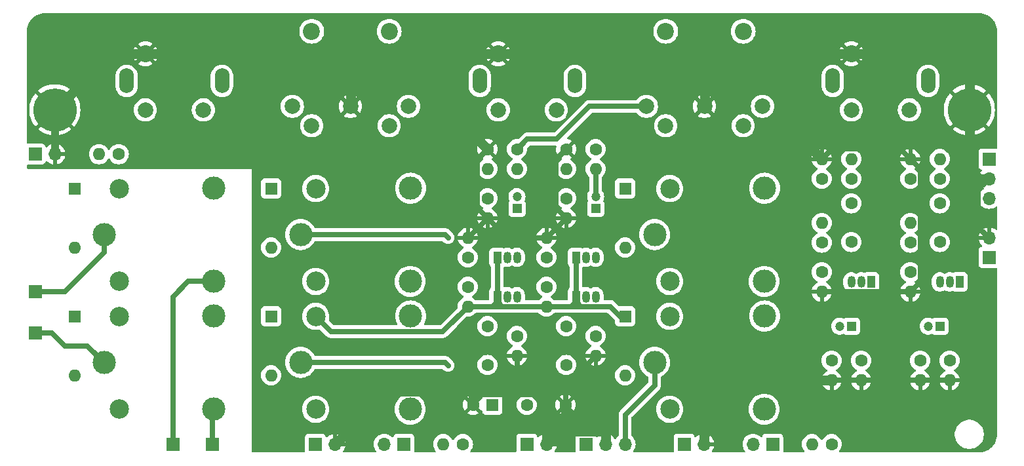
<source format=gtl>
G04 #@! TF.GenerationSoftware,KiCad,Pcbnew,8.0.9*
G04 #@! TF.CreationDate,2025-03-02T13:49:30+01:00*
G04 #@! TF.ProjectId,cjss501,636a7373-3530-4312-9e6b-696361645f70,rev?*
G04 #@! TF.SameCoordinates,Original*
G04 #@! TF.FileFunction,Copper,L1,Top*
G04 #@! TF.FilePolarity,Positive*
%FSLAX46Y46*%
G04 Gerber Fmt 4.6, Leading zero omitted, Abs format (unit mm)*
G04 Created by KiCad (PCBNEW 8.0.9) date 2025-03-02 13:49:30*
%MOMM*%
%LPD*%
G01*
G04 APERTURE LIST*
G04 #@! TA.AperFunction,ComponentPad*
%ADD10C,1.600000*%
G04 #@! TD*
G04 #@! TA.AperFunction,ComponentPad*
%ADD11O,1.600000X1.600000*%
G04 #@! TD*
G04 #@! TA.AperFunction,ComponentPad*
%ADD12C,5.600000*%
G04 #@! TD*
G04 #@! TA.AperFunction,ComponentPad*
%ADD13R,1.200000X1.200000*%
G04 #@! TD*
G04 #@! TA.AperFunction,ComponentPad*
%ADD14C,1.200000*%
G04 #@! TD*
G04 #@! TA.AperFunction,ComponentPad*
%ADD15C,3.000000*%
G04 #@! TD*
G04 #@! TA.AperFunction,ComponentPad*
%ADD16C,2.500000*%
G04 #@! TD*
G04 #@! TA.AperFunction,ComponentPad*
%ADD17R,1.700000X1.700000*%
G04 #@! TD*
G04 #@! TA.AperFunction,ComponentPad*
%ADD18O,1.700000X1.700000*%
G04 #@! TD*
G04 #@! TA.AperFunction,ComponentPad*
%ADD19R,1.600000X1.600000*%
G04 #@! TD*
G04 #@! TA.AperFunction,ComponentPad*
%ADD20R,1.050000X1.500000*%
G04 #@! TD*
G04 #@! TA.AperFunction,ComponentPad*
%ADD21O,1.050000X1.500000*%
G04 #@! TD*
G04 #@! TA.AperFunction,ComponentPad*
%ADD22C,2.200000*%
G04 #@! TD*
G04 #@! TA.AperFunction,ComponentPad*
%ADD23C,2.000000*%
G04 #@! TD*
G04 #@! TA.AperFunction,WasherPad*
%ADD24O,1.900000X3.200000*%
G04 #@! TD*
G04 #@! TA.AperFunction,ViaPad*
%ADD25C,0.600000*%
G04 #@! TD*
G04 #@! TA.AperFunction,Conductor*
%ADD26C,0.635000*%
G04 #@! TD*
G04 #@! TA.AperFunction,Conductor*
%ADD27C,1.270000*%
G04 #@! TD*
G04 #@! TA.AperFunction,Conductor*
%ADD28C,1.000000*%
G04 #@! TD*
G04 APERTURE END LIST*
D10*
X92710000Y-53340000D03*
D11*
X92710000Y-55880000D03*
D12*
X154940000Y-48260000D03*
D13*
X139700000Y-76200000D03*
D14*
X138200000Y-76200000D03*
D15*
X68580000Y-64370000D03*
D16*
X70530000Y-70420000D03*
D15*
X82730000Y-70420000D03*
X82780000Y-58370000D03*
D16*
X70530000Y-58420000D03*
D17*
X129540000Y-91440000D03*
D18*
X127000000Y-91440000D03*
D10*
X106680000Y-53340000D03*
D11*
X106680000Y-55880000D03*
D10*
X137160000Y-80645000D03*
D11*
X137160000Y-83185000D03*
D19*
X110490000Y-58420000D03*
D11*
X110490000Y-66040000D03*
D17*
X81915000Y-91440000D03*
D18*
X79375000Y-91440000D03*
D10*
X140970000Y-80645000D03*
D11*
X140970000Y-83185000D03*
D10*
X106680000Y-77470000D03*
D11*
X106680000Y-80010000D03*
D10*
X151130000Y-60325000D03*
X151130000Y-65325000D03*
X100330000Y-67310000D03*
D11*
X100330000Y-64770000D03*
D10*
X100330000Y-71120000D03*
D11*
X100330000Y-73660000D03*
D17*
X57150000Y-91440000D03*
D20*
X104140000Y-72390000D03*
D21*
X105410000Y-72390000D03*
X106680000Y-72390000D03*
D19*
X110490000Y-74930000D03*
D11*
X110490000Y-82550000D03*
D10*
X147320000Y-65405000D03*
D11*
X147320000Y-62865000D03*
D22*
X115730000Y-38100000D03*
X125730000Y-38100000D03*
D23*
X113230000Y-47800000D03*
X120730000Y-47800000D03*
X128230000Y-47800000D03*
X115730000Y-50300000D03*
X125730000Y-50300000D03*
D10*
X135890000Y-57150000D03*
D11*
X135890000Y-54610000D03*
D19*
X93345000Y-86360000D03*
D10*
X90845000Y-86360000D03*
X92710000Y-59690000D03*
D11*
X92710000Y-62230000D03*
D10*
X102870000Y-59690000D03*
D11*
X102870000Y-62230000D03*
D20*
X93980000Y-72390000D03*
D21*
X95250000Y-72390000D03*
X96520000Y-72390000D03*
D17*
X34290000Y-77040000D03*
D10*
X96520000Y-77470000D03*
D11*
X96520000Y-80010000D03*
D10*
X147320000Y-57150000D03*
D11*
X147320000Y-54610000D03*
D24*
X104000000Y-44510000D03*
X91700000Y-44510000D03*
D23*
X94100000Y-48260000D03*
X101600000Y-48260000D03*
D22*
X94100000Y-41010000D03*
D19*
X64770000Y-58420000D03*
D11*
X64770000Y-66040000D03*
D10*
X135890000Y-65405000D03*
D11*
X135890000Y-62865000D03*
D15*
X43180000Y-64370000D03*
D16*
X45130000Y-70420000D03*
D15*
X57330000Y-70420000D03*
X57380000Y-58370000D03*
D16*
X45130000Y-58420000D03*
D10*
X139700000Y-60325000D03*
X139700000Y-65325000D03*
D17*
X34290000Y-53975000D03*
D18*
X36830000Y-53975000D03*
D10*
X148590000Y-80645000D03*
D11*
X148590000Y-83185000D03*
D13*
X106680000Y-60960000D03*
D14*
X106680000Y-59460000D03*
D19*
X39370000Y-58420000D03*
D11*
X39370000Y-66040000D03*
D17*
X52070000Y-91440000D03*
X34290000Y-71755000D03*
D10*
X90170000Y-67310000D03*
D11*
X90170000Y-64770000D03*
D10*
X137160000Y-91440000D03*
D11*
X134620000Y-91440000D03*
D10*
X152400000Y-80645000D03*
D11*
X152400000Y-83185000D03*
D12*
X36830000Y-48260000D03*
D15*
X68580000Y-80880000D03*
D16*
X70530000Y-86930000D03*
D15*
X82730000Y-86930000D03*
X82780000Y-74880000D03*
D16*
X70530000Y-74930000D03*
D10*
X102870000Y-53340000D03*
D11*
X102870000Y-55880000D03*
D19*
X64770000Y-74930000D03*
D11*
X64770000Y-82550000D03*
D13*
X151130000Y-76200000D03*
D14*
X149630000Y-76200000D03*
D10*
X139700000Y-57150000D03*
D11*
X139700000Y-54610000D03*
D10*
X135890000Y-69215000D03*
D11*
X135890000Y-71755000D03*
D15*
X114300000Y-64370000D03*
D16*
X116250000Y-70420000D03*
D15*
X128450000Y-70420000D03*
X128500000Y-58370000D03*
D16*
X116250000Y-58420000D03*
D20*
X93980000Y-67310000D03*
D21*
X95250000Y-67310000D03*
X96520000Y-67310000D03*
D20*
X104140000Y-67310000D03*
D21*
X105410000Y-67310000D03*
X106680000Y-67310000D03*
D10*
X147320000Y-69215000D03*
D11*
X147320000Y-71755000D03*
D15*
X114300000Y-80880000D03*
D16*
X116250000Y-86930000D03*
D15*
X128450000Y-86930000D03*
X128500000Y-74880000D03*
D16*
X116250000Y-74930000D03*
D17*
X70485000Y-91440000D03*
D18*
X73025000Y-91440000D03*
D19*
X39370000Y-74930000D03*
D11*
X39370000Y-82550000D03*
D17*
X105410000Y-91440000D03*
D18*
X107950000Y-91440000D03*
X110490000Y-91440000D03*
D10*
X96520000Y-53340000D03*
D11*
X96520000Y-55880000D03*
D20*
X142240000Y-70485000D03*
D21*
X140970000Y-70485000D03*
X139700000Y-70485000D03*
D10*
X45085000Y-53975000D03*
D11*
X42545000Y-53975000D03*
D10*
X92710000Y-81200000D03*
X92710000Y-76200000D03*
D17*
X157480000Y-54610000D03*
D18*
X157480000Y-57150000D03*
X157480000Y-59690000D03*
D10*
X90170000Y-71120000D03*
D11*
X90170000Y-73660000D03*
D15*
X43180000Y-80880000D03*
D16*
X45130000Y-86930000D03*
D15*
X57330000Y-86930000D03*
X57380000Y-74880000D03*
D16*
X45130000Y-74930000D03*
D10*
X97790000Y-86360000D03*
X102790000Y-86360000D03*
D17*
X118110000Y-91440000D03*
D18*
X120650000Y-91440000D03*
D10*
X102870000Y-81200000D03*
X102870000Y-76200000D03*
D20*
X153670000Y-70485000D03*
D21*
X152400000Y-70485000D03*
X151130000Y-70485000D03*
D24*
X149600000Y-44510000D03*
X137300000Y-44510000D03*
D23*
X139700000Y-48260000D03*
X147200000Y-48260000D03*
D22*
X139700000Y-41010000D03*
D17*
X97785000Y-91440000D03*
D18*
X100325000Y-91440000D03*
D17*
X157480000Y-67310000D03*
D18*
X157480000Y-64770000D03*
D13*
X96520000Y-60960000D03*
D14*
X96520000Y-59460000D03*
D22*
X70010000Y-38100000D03*
X80010000Y-38100000D03*
D23*
X67510000Y-47800000D03*
X75010000Y-47800000D03*
X82510000Y-47800000D03*
X70010000Y-50300000D03*
X80010000Y-50300000D03*
D24*
X58420000Y-44510000D03*
X46120000Y-44510000D03*
D23*
X48520000Y-48260000D03*
X56020000Y-48260000D03*
D22*
X48520000Y-41010000D03*
D10*
X89535000Y-91440000D03*
D11*
X86995000Y-91440000D03*
D10*
X151130000Y-57150000D03*
D11*
X151130000Y-54610000D03*
D25*
X87630000Y-64770000D03*
X87630000Y-81280000D03*
D26*
X90170000Y-64770000D02*
X92710000Y-62230000D01*
D27*
X134620000Y-41010000D02*
X139700000Y-41010000D01*
X102010000Y-89755000D02*
X102790000Y-88975000D01*
D26*
X144780000Y-71755000D02*
X144780000Y-83185000D01*
D27*
X154940000Y-48260000D02*
X154940000Y-55812081D01*
X96520000Y-84725000D02*
X98695000Y-84725000D01*
D26*
X146002500Y-53292500D02*
X137207500Y-53292500D01*
X156112500Y-63402500D02*
X156112500Y-62230000D01*
D27*
X127702919Y-83185000D02*
X137160000Y-83185000D01*
D26*
X102790000Y-86360000D02*
X102790000Y-83900000D01*
X93980000Y-40640000D02*
X93610000Y-41010000D01*
D27*
X135890000Y-54610000D02*
X134620000Y-53340000D01*
D26*
X144780000Y-83185000D02*
X152400000Y-83185000D01*
X148637500Y-55927500D02*
X148637500Y-62230000D01*
D27*
X120650000Y-90237919D02*
X127702919Y-83185000D01*
D26*
X156112500Y-62230000D02*
X156112500Y-58517500D01*
X101552500Y-60912500D02*
X102870000Y-62230000D01*
D27*
X154940000Y-55812081D02*
X156277919Y-57150000D01*
D26*
X148637500Y-70437500D02*
X147320000Y-71755000D01*
D27*
X91348630Y-84725000D02*
X96520000Y-84725000D01*
D26*
X137207500Y-53292500D02*
X135890000Y-54610000D01*
X95250000Y-64770000D02*
X100330000Y-64770000D01*
D27*
X120730000Y-41090000D02*
X120650000Y-41010000D01*
D26*
X94100000Y-40640000D02*
X93980000Y-40640000D01*
X147320000Y-54610000D02*
X148637500Y-55927500D01*
X101552500Y-54657500D02*
X101552500Y-60912500D01*
D27*
X88900000Y-41010000D02*
X94100000Y-41010000D01*
X91348630Y-84725000D02*
X91218630Y-84595000D01*
X44080000Y-41010000D02*
X48520000Y-41010000D01*
X102790000Y-88975000D02*
X102790000Y-86360000D01*
X74930000Y-41010000D02*
X88900000Y-41010000D01*
X139700000Y-41010000D02*
X151649797Y-41010000D01*
X36830000Y-48260000D02*
X44080000Y-41010000D01*
X94100000Y-41010000D02*
X120650000Y-41010000D01*
X75010000Y-41090000D02*
X74930000Y-41010000D01*
D26*
X135890000Y-71755000D02*
X144780000Y-71755000D01*
X156112500Y-58517500D02*
X157480000Y-57150000D01*
X91392500Y-54657500D02*
X91392500Y-60912500D01*
X144780000Y-71755000D02*
X147320000Y-71755000D01*
D27*
X134620000Y-53340000D02*
X134620000Y-41010000D01*
X154940000Y-44300203D02*
X154940000Y-48260000D01*
X151649797Y-41010000D02*
X154940000Y-44300203D01*
X91218630Y-84595000D02*
X79870000Y-84595000D01*
X90845000Y-85228630D02*
X91348630Y-84725000D01*
D26*
X100330000Y-64770000D02*
X102870000Y-62230000D01*
D27*
X88900000Y-49530000D02*
X88900000Y-41010000D01*
X90845000Y-86360000D02*
X90845000Y-85228630D01*
X98695000Y-84725000D02*
X100325000Y-86355000D01*
D26*
X102790000Y-83900000D02*
X106680000Y-80010000D01*
D27*
X92710000Y-53340000D02*
X88900000Y-49530000D01*
D26*
X144780000Y-83185000D02*
X137160000Y-83185000D01*
D27*
X79870000Y-84595000D02*
X73025000Y-91440000D01*
D26*
X148637500Y-62230000D02*
X148637500Y-70437500D01*
X148637500Y-62230000D02*
X156112500Y-62230000D01*
X147320000Y-54610000D02*
X146002500Y-53292500D01*
X91392500Y-60912500D02*
X92710000Y-62230000D01*
D27*
X120730000Y-47800000D02*
X120730000Y-41090000D01*
X100325000Y-91440000D02*
X102010000Y-89755000D01*
X107535000Y-89755000D02*
X107950000Y-90170000D01*
D26*
X92710000Y-53340000D02*
X91392500Y-54657500D01*
D27*
X156277919Y-57150000D02*
X157480000Y-57150000D01*
D26*
X102870000Y-53340000D02*
X101552500Y-54657500D01*
D27*
X107950000Y-90170000D02*
X107950000Y-91440000D01*
X120650000Y-41010000D02*
X134620000Y-41010000D01*
D26*
X92710000Y-62230000D02*
X95250000Y-64770000D01*
D28*
X36830000Y-48260000D02*
X36830000Y-53975000D01*
D27*
X120650000Y-91440000D02*
X120650000Y-90237919D01*
X100325000Y-86355000D02*
X100325000Y-91440000D01*
X75010000Y-47800000D02*
X75010000Y-41090000D01*
X48520000Y-41010000D02*
X74930000Y-41010000D01*
X102010000Y-89755000D02*
X107535000Y-89755000D01*
D26*
X157480000Y-64770000D02*
X156112500Y-63402500D01*
X96520000Y-84725000D02*
X96520000Y-80010000D01*
X93345000Y-73660000D02*
X90170000Y-73660000D01*
X110490000Y-74930000D02*
X109855000Y-74930000D01*
X104775000Y-73660000D02*
X104140000Y-73025000D01*
X108585000Y-73660000D02*
X104775000Y-73660000D01*
X93980000Y-73660000D02*
X93980000Y-73025000D01*
X104140000Y-67310000D02*
X104140000Y-72390000D01*
X100330000Y-73660000D02*
X94615000Y-73660000D01*
X72497500Y-76897500D02*
X86932500Y-76897500D01*
X104140000Y-73660000D02*
X103505000Y-73660000D01*
X70530000Y-74930000D02*
X72497500Y-76897500D01*
X93980000Y-73025000D02*
X93980000Y-67310000D01*
X93980000Y-73660000D02*
X93345000Y-73660000D01*
X104140000Y-73025000D02*
X104140000Y-72390000D01*
X103505000Y-73660000D02*
X100330000Y-73660000D01*
X103505000Y-73660000D02*
X104140000Y-73025000D01*
X109855000Y-74930000D02*
X108585000Y-73660000D01*
X93980000Y-73025000D02*
X93980000Y-72390000D01*
X104140000Y-73660000D02*
X104140000Y-72390000D01*
X93345000Y-73660000D02*
X93980000Y-73025000D01*
X94615000Y-73660000D02*
X93980000Y-73025000D01*
X104775000Y-73660000D02*
X104140000Y-73660000D01*
X94615000Y-73660000D02*
X93980000Y-73660000D01*
X86932500Y-76897500D02*
X90170000Y-73660000D01*
X87230000Y-64370000D02*
X68580000Y-64370000D01*
X87630000Y-64770000D02*
X87230000Y-64370000D01*
X87630000Y-81280000D02*
X87230000Y-80880000D01*
X87230000Y-80880000D02*
X68580000Y-80880000D01*
X106680000Y-55880000D02*
X106680000Y-59460000D01*
X114300000Y-83820000D02*
X110490000Y-87630000D01*
X110490000Y-87630000D02*
X110490000Y-91440000D01*
X114300000Y-80880000D02*
X114300000Y-83820000D01*
X57150000Y-91440000D02*
X57150000Y-87110000D01*
X57150000Y-87110000D02*
X57330000Y-86930000D01*
X57330000Y-70420000D02*
X54040000Y-70420000D01*
X54040000Y-70420000D02*
X52070000Y-72390000D01*
X52070000Y-91440000D02*
X52070000Y-72390000D01*
X43180000Y-66675000D02*
X43180000Y-64370000D01*
X38100000Y-71755000D02*
X43180000Y-66675000D01*
X34290000Y-71755000D02*
X38100000Y-71755000D01*
X36400000Y-77040000D02*
X38100000Y-78740000D01*
X41040000Y-78740000D02*
X43180000Y-80880000D01*
X38100000Y-78740000D02*
X41040000Y-78740000D01*
X34290000Y-77040000D02*
X36400000Y-77040000D01*
X97837500Y-52022500D02*
X101647500Y-52022500D01*
X101647500Y-52022500D02*
X105870000Y-47800000D01*
X105870000Y-47800000D02*
X113230000Y-47800000D01*
X96520000Y-53340000D02*
X97837500Y-52022500D01*
G04 #@! TA.AperFunction,Conductor*
G36*
X156213736Y-35760726D02*
G01*
X156484510Y-35777105D01*
X156499374Y-35778910D01*
X156762507Y-35827131D01*
X156777044Y-35830714D01*
X157032435Y-35910298D01*
X157046427Y-35915603D01*
X157290381Y-36025398D01*
X157303639Y-36032356D01*
X157532574Y-36170752D01*
X157544885Y-36179250D01*
X157755473Y-36344235D01*
X157766681Y-36354165D01*
X157955834Y-36543318D01*
X157965764Y-36554526D01*
X158055866Y-36669533D01*
X158130745Y-36765108D01*
X158139249Y-36777428D01*
X158153596Y-36801161D01*
X158277642Y-37006359D01*
X158284601Y-37019618D01*
X158394394Y-37263568D01*
X158399703Y-37277569D01*
X158479284Y-37532954D01*
X158482868Y-37547492D01*
X158531089Y-37810625D01*
X158532894Y-37825489D01*
X158549274Y-38096262D01*
X158549500Y-38103750D01*
X158549500Y-53139906D01*
X158529815Y-53206945D01*
X158477011Y-53252700D01*
X158412247Y-53263195D01*
X158377873Y-53259500D01*
X158377865Y-53259500D01*
X156582129Y-53259500D01*
X156582123Y-53259501D01*
X156522516Y-53265908D01*
X156387671Y-53316202D01*
X156387664Y-53316206D01*
X156272455Y-53402452D01*
X156272452Y-53402455D01*
X156186206Y-53517664D01*
X156186202Y-53517671D01*
X156135908Y-53652517D01*
X156129501Y-53712116D01*
X156129500Y-53712135D01*
X156129500Y-55507870D01*
X156129501Y-55507876D01*
X156135908Y-55567483D01*
X156186202Y-55702328D01*
X156186206Y-55702335D01*
X156272452Y-55817544D01*
X156272455Y-55817547D01*
X156387664Y-55903793D01*
X156387671Y-55903797D01*
X156439857Y-55923261D01*
X156519598Y-55953002D01*
X156575531Y-55994873D01*
X156599949Y-56060337D01*
X156585098Y-56128610D01*
X156563947Y-56156865D01*
X156441886Y-56278926D01*
X156306400Y-56472420D01*
X156306399Y-56472422D01*
X156206570Y-56686507D01*
X156206567Y-56686513D01*
X156149364Y-56899999D01*
X156149364Y-56900000D01*
X157046988Y-56900000D01*
X157014075Y-56957007D01*
X156980000Y-57084174D01*
X156980000Y-57215826D01*
X157014075Y-57342993D01*
X157046988Y-57400000D01*
X156149364Y-57400000D01*
X156206567Y-57613486D01*
X156206570Y-57613492D01*
X156306399Y-57827578D01*
X156441894Y-58021082D01*
X156608917Y-58188105D01*
X156794595Y-58318119D01*
X156838219Y-58372696D01*
X156845412Y-58442195D01*
X156813890Y-58504549D01*
X156794595Y-58521269D01*
X156608594Y-58651508D01*
X156441505Y-58818597D01*
X156305965Y-59012169D01*
X156305964Y-59012171D01*
X156206098Y-59226335D01*
X156206094Y-59226344D01*
X156144938Y-59454586D01*
X156144936Y-59454596D01*
X156124341Y-59689999D01*
X156124341Y-59690000D01*
X156144936Y-59925403D01*
X156144938Y-59925413D01*
X156206094Y-60153655D01*
X156206096Y-60153659D01*
X156206097Y-60153663D01*
X156294262Y-60342732D01*
X156305965Y-60367830D01*
X156305967Y-60367834D01*
X156410500Y-60517121D01*
X156441505Y-60561401D01*
X156608599Y-60728495D01*
X156670011Y-60771496D01*
X156802165Y-60864032D01*
X156802167Y-60864033D01*
X156802170Y-60864035D01*
X157016337Y-60963903D01*
X157244592Y-61025063D01*
X157432918Y-61041539D01*
X157479999Y-61045659D01*
X157480000Y-61045659D01*
X157480001Y-61045659D01*
X157519234Y-61042226D01*
X157715408Y-61025063D01*
X157943663Y-60963903D01*
X158157830Y-60864035D01*
X158351401Y-60728495D01*
X158351403Y-60728492D01*
X158354376Y-60726411D01*
X158420582Y-60704084D01*
X158488350Y-60721094D01*
X158536163Y-60772042D01*
X158549500Y-60827986D01*
X158549500Y-63632625D01*
X158529815Y-63699664D01*
X158477011Y-63745419D01*
X158407853Y-63755363D01*
X158354376Y-63734200D01*
X158157578Y-63596399D01*
X157943492Y-63496570D01*
X157943486Y-63496567D01*
X157730000Y-63439364D01*
X157730000Y-64336988D01*
X157672993Y-64304075D01*
X157545826Y-64270000D01*
X157414174Y-64270000D01*
X157287007Y-64304075D01*
X157230000Y-64336988D01*
X157230000Y-63439364D01*
X157229999Y-63439364D01*
X157016513Y-63496567D01*
X157016507Y-63496570D01*
X156802422Y-63596399D01*
X156802420Y-63596400D01*
X156608926Y-63731886D01*
X156608920Y-63731891D01*
X156441891Y-63898920D01*
X156441886Y-63898926D01*
X156306400Y-64092420D01*
X156306399Y-64092422D01*
X156206570Y-64306507D01*
X156206567Y-64306513D01*
X156149364Y-64519999D01*
X156149364Y-64520000D01*
X157046988Y-64520000D01*
X157014075Y-64577007D01*
X156980000Y-64704174D01*
X156980000Y-64835826D01*
X157014075Y-64962993D01*
X157046988Y-65020000D01*
X156149364Y-65020000D01*
X156206567Y-65233486D01*
X156206570Y-65233492D01*
X156306399Y-65447578D01*
X156441894Y-65641082D01*
X156563946Y-65763134D01*
X156597431Y-65824457D01*
X156592447Y-65894149D01*
X156550575Y-65950082D01*
X156519598Y-65966997D01*
X156387671Y-66016202D01*
X156387664Y-66016206D01*
X156272455Y-66102452D01*
X156272452Y-66102455D01*
X156186206Y-66217664D01*
X156186202Y-66217671D01*
X156135908Y-66352517D01*
X156129501Y-66412116D01*
X156129500Y-66412135D01*
X156129500Y-68207870D01*
X156129501Y-68207876D01*
X156135908Y-68267483D01*
X156186202Y-68402328D01*
X156186206Y-68402335D01*
X156272452Y-68517544D01*
X156272455Y-68517547D01*
X156387664Y-68603793D01*
X156387671Y-68603797D01*
X156522517Y-68654091D01*
X156522516Y-68654091D01*
X156529444Y-68654835D01*
X156582127Y-68660500D01*
X158377872Y-68660499D01*
X158377874Y-68660498D01*
X158377887Y-68660498D01*
X158406803Y-68657388D01*
X158412244Y-68656804D01*
X158481003Y-68669208D01*
X158532141Y-68716818D01*
X158549500Y-68780093D01*
X158549500Y-90166249D01*
X158549274Y-90173737D01*
X158532894Y-90444510D01*
X158531089Y-90459374D01*
X158482868Y-90722507D01*
X158479284Y-90737045D01*
X158399703Y-90992430D01*
X158394394Y-91006431D01*
X158284601Y-91250381D01*
X158277642Y-91263640D01*
X158139251Y-91492568D01*
X158130745Y-91504891D01*
X157965764Y-91715473D01*
X157955834Y-91726681D01*
X157766681Y-91915834D01*
X157755473Y-91925764D01*
X157544891Y-92090745D01*
X157532568Y-92099251D01*
X157303640Y-92237642D01*
X157290381Y-92244601D01*
X157046431Y-92354394D01*
X157032430Y-92359703D01*
X156777045Y-92439284D01*
X156762507Y-92442868D01*
X156499374Y-92491089D01*
X156484510Y-92492894D01*
X156229690Y-92508308D01*
X156213735Y-92509274D01*
X156206249Y-92509500D01*
X138229049Y-92509500D01*
X138162010Y-92489815D01*
X138116255Y-92437011D01*
X138106311Y-92367853D01*
X138135336Y-92304297D01*
X138141368Y-92297819D01*
X138160045Y-92279141D01*
X138160047Y-92279139D01*
X138290568Y-92092734D01*
X138386739Y-91886496D01*
X138445635Y-91666692D01*
X138465468Y-91440000D01*
X138445635Y-91213308D01*
X138386739Y-90993504D01*
X138290568Y-90787266D01*
X138160047Y-90600861D01*
X138160045Y-90600858D01*
X137999141Y-90439954D01*
X137812734Y-90309432D01*
X137812732Y-90309431D01*
X137606497Y-90213261D01*
X137606488Y-90213258D01*
X137386697Y-90154366D01*
X137386693Y-90154365D01*
X137386692Y-90154365D01*
X137386691Y-90154364D01*
X137386686Y-90154364D01*
X137160002Y-90134532D01*
X137159998Y-90134532D01*
X136933313Y-90154364D01*
X136933302Y-90154366D01*
X136713511Y-90213258D01*
X136713502Y-90213261D01*
X136507267Y-90309431D01*
X136507265Y-90309432D01*
X136320858Y-90439954D01*
X136159954Y-90600858D01*
X136029432Y-90787265D01*
X136029431Y-90787267D01*
X136002382Y-90845275D01*
X135956209Y-90897714D01*
X135889016Y-90916866D01*
X135822135Y-90896650D01*
X135777618Y-90845275D01*
X135750568Y-90787266D01*
X135620047Y-90600861D01*
X135620045Y-90600858D01*
X135459141Y-90439954D01*
X135272734Y-90309432D01*
X135272732Y-90309431D01*
X135066497Y-90213261D01*
X135066488Y-90213258D01*
X134846697Y-90154366D01*
X134846693Y-90154365D01*
X134846692Y-90154365D01*
X134846691Y-90154364D01*
X134846686Y-90154364D01*
X134620002Y-90134532D01*
X134619998Y-90134532D01*
X134393313Y-90154364D01*
X134393302Y-90154366D01*
X134173511Y-90213258D01*
X134173502Y-90213261D01*
X133967267Y-90309431D01*
X133967265Y-90309432D01*
X133780858Y-90439954D01*
X133619954Y-90600858D01*
X133489432Y-90787265D01*
X133489431Y-90787267D01*
X133393261Y-90993502D01*
X133393258Y-90993511D01*
X133334366Y-91213302D01*
X133334364Y-91213313D01*
X133314532Y-91439998D01*
X133314532Y-91440000D01*
X133334364Y-91666686D01*
X133334366Y-91666697D01*
X133393258Y-91886488D01*
X133393261Y-91886497D01*
X133489431Y-92092732D01*
X133489432Y-92092734D01*
X133619954Y-92279141D01*
X133638632Y-92297819D01*
X133672117Y-92359142D01*
X133667133Y-92428834D01*
X133625261Y-92484767D01*
X133559797Y-92509184D01*
X133550951Y-92509500D01*
X131010094Y-92509500D01*
X130943055Y-92489815D01*
X130897300Y-92437011D01*
X130886804Y-92372246D01*
X130890500Y-92337873D01*
X130890499Y-90542128D01*
X130884091Y-90482517D01*
X130883002Y-90479598D01*
X130833797Y-90347671D01*
X130833793Y-90347664D01*
X130747547Y-90232455D01*
X130747544Y-90232452D01*
X130632335Y-90146206D01*
X130632328Y-90146202D01*
X130497482Y-90095908D01*
X130497483Y-90095908D01*
X130437883Y-90089501D01*
X130437881Y-90089500D01*
X130437873Y-90089500D01*
X130437864Y-90089500D01*
X128642129Y-90089500D01*
X128642123Y-90089501D01*
X128582516Y-90095908D01*
X128447671Y-90146202D01*
X128447664Y-90146206D01*
X128332455Y-90232452D01*
X128332452Y-90232455D01*
X128246206Y-90347664D01*
X128246203Y-90347669D01*
X128197189Y-90479083D01*
X128155317Y-90535016D01*
X128089853Y-90559433D01*
X128021580Y-90544581D01*
X127993326Y-90523430D01*
X127871402Y-90401506D01*
X127871395Y-90401501D01*
X127870862Y-90401128D01*
X127794518Y-90347671D01*
X127677834Y-90265967D01*
X127677830Y-90265965D01*
X127677828Y-90265964D01*
X127463663Y-90166097D01*
X127463659Y-90166096D01*
X127463655Y-90166094D01*
X127235413Y-90104938D01*
X127235403Y-90104936D01*
X127000001Y-90084341D01*
X126999999Y-90084341D01*
X126764596Y-90104936D01*
X126764586Y-90104938D01*
X126536344Y-90166094D01*
X126536335Y-90166098D01*
X126322171Y-90265964D01*
X126322169Y-90265965D01*
X126128597Y-90401505D01*
X125961505Y-90568597D01*
X125825965Y-90762169D01*
X125825964Y-90762171D01*
X125726098Y-90976335D01*
X125726094Y-90976344D01*
X125664938Y-91204586D01*
X125664936Y-91204596D01*
X125644341Y-91439999D01*
X125644341Y-91440000D01*
X125664936Y-91675403D01*
X125664938Y-91675413D01*
X125726094Y-91903655D01*
X125726096Y-91903659D01*
X125726097Y-91903663D01*
X125805801Y-92074588D01*
X125825965Y-92117830D01*
X125825967Y-92117834D01*
X125963588Y-92314377D01*
X125985915Y-92380583D01*
X125968905Y-92448350D01*
X125917957Y-92496163D01*
X125862013Y-92509500D01*
X121787374Y-92509500D01*
X121720335Y-92489815D01*
X121674580Y-92437011D01*
X121664636Y-92367853D01*
X121685800Y-92314376D01*
X121823595Y-92117585D01*
X121823599Y-92117579D01*
X121923429Y-91903492D01*
X121923432Y-91903486D01*
X121980636Y-91690000D01*
X121083012Y-91690000D01*
X121115925Y-91632993D01*
X121150000Y-91505826D01*
X121150000Y-91374174D01*
X121115925Y-91247007D01*
X121083012Y-91190000D01*
X121980636Y-91190000D01*
X121980635Y-91189999D01*
X121923432Y-90976513D01*
X121923429Y-90976507D01*
X121823600Y-90762422D01*
X121823599Y-90762420D01*
X121688113Y-90568926D01*
X121688108Y-90568920D01*
X121521082Y-90401894D01*
X121327578Y-90266399D01*
X121113492Y-90166570D01*
X121113486Y-90166567D01*
X120900000Y-90109364D01*
X120900000Y-91006988D01*
X120842993Y-90974075D01*
X120715826Y-90940000D01*
X120584174Y-90940000D01*
X120457007Y-90974075D01*
X120400000Y-91006988D01*
X120400000Y-90109364D01*
X120399999Y-90109364D01*
X120186513Y-90166567D01*
X120186507Y-90166570D01*
X119972422Y-90266399D01*
X119972420Y-90266400D01*
X119778926Y-90401886D01*
X119656865Y-90523947D01*
X119595542Y-90557431D01*
X119525850Y-90552447D01*
X119469917Y-90510575D01*
X119453002Y-90479598D01*
X119403797Y-90347671D01*
X119403793Y-90347664D01*
X119317547Y-90232455D01*
X119317544Y-90232452D01*
X119202335Y-90146206D01*
X119202328Y-90146202D01*
X119067482Y-90095908D01*
X119067483Y-90095908D01*
X119007883Y-90089501D01*
X119007881Y-90089500D01*
X119007873Y-90089500D01*
X119007864Y-90089500D01*
X117212129Y-90089500D01*
X117212123Y-90089501D01*
X117152516Y-90095908D01*
X117017671Y-90146202D01*
X117017664Y-90146206D01*
X116902455Y-90232452D01*
X116902452Y-90232455D01*
X116816206Y-90347664D01*
X116816202Y-90347671D01*
X116765908Y-90482517D01*
X116759501Y-90542116D01*
X116759501Y-90542123D01*
X116759500Y-90542135D01*
X116759500Y-92337870D01*
X116759501Y-92337876D01*
X116763196Y-92372247D01*
X116750789Y-92441006D01*
X116703178Y-92492143D01*
X116639906Y-92509500D01*
X111627987Y-92509500D01*
X111560948Y-92489815D01*
X111515193Y-92437011D01*
X111505249Y-92367853D01*
X111526412Y-92314377D01*
X111664032Y-92117834D01*
X111664031Y-92117834D01*
X111664035Y-92117830D01*
X111763903Y-91903663D01*
X111825063Y-91675408D01*
X111845659Y-91440000D01*
X111825063Y-91204592D01*
X111763903Y-90976337D01*
X111664035Y-90762171D01*
X111658731Y-90754595D01*
X111528494Y-90568597D01*
X111361404Y-90401508D01*
X111361401Y-90401505D01*
X111360863Y-90401128D01*
X111360683Y-90400903D01*
X111357251Y-90398023D01*
X111357830Y-90397332D01*
X111317245Y-90346545D01*
X111308000Y-90299562D01*
X111308000Y-90046752D01*
X153059500Y-90046752D01*
X153059500Y-90293247D01*
X153059501Y-90293263D01*
X153091674Y-90537644D01*
X153091675Y-90537649D01*
X153091676Y-90537655D01*
X153100055Y-90568926D01*
X153155477Y-90775766D01*
X153237620Y-90974075D01*
X153249812Y-91003509D01*
X153365903Y-91204586D01*
X153373069Y-91216997D01*
X153523132Y-91412560D01*
X153523140Y-91412569D01*
X153697431Y-91586860D01*
X153697439Y-91586867D01*
X153893002Y-91736930D01*
X153893005Y-91736931D01*
X153893008Y-91736934D01*
X154106491Y-91860188D01*
X154253645Y-91921141D01*
X154334233Y-91954522D01*
X154334234Y-91954522D01*
X154334236Y-91954523D01*
X154572345Y-92018324D01*
X154816746Y-92050500D01*
X154816753Y-92050500D01*
X155063247Y-92050500D01*
X155063254Y-92050500D01*
X155307655Y-92018324D01*
X155545764Y-91954523D01*
X155773509Y-91860188D01*
X155986992Y-91736934D01*
X156182560Y-91586868D01*
X156182564Y-91586863D01*
X156182569Y-91586860D01*
X156356860Y-91412569D01*
X156356863Y-91412564D01*
X156356868Y-91412560D01*
X156506934Y-91216992D01*
X156630188Y-91003509D01*
X156724523Y-90775764D01*
X156788324Y-90537655D01*
X156820500Y-90293254D01*
X156820500Y-90046746D01*
X156788324Y-89802345D01*
X156724523Y-89564236D01*
X156630188Y-89336491D01*
X156506934Y-89123008D01*
X156506931Y-89123005D01*
X156506930Y-89123002D01*
X156356867Y-88927439D01*
X156356860Y-88927431D01*
X156182569Y-88753140D01*
X156182560Y-88753132D01*
X155986997Y-88603069D01*
X155773511Y-88479813D01*
X155773502Y-88479809D01*
X155545766Y-88385477D01*
X155418164Y-88351286D01*
X155307655Y-88321676D01*
X155307649Y-88321675D01*
X155307644Y-88321674D01*
X155063263Y-88289501D01*
X155063260Y-88289500D01*
X155063254Y-88289500D01*
X154816746Y-88289500D01*
X154816740Y-88289500D01*
X154816736Y-88289501D01*
X154572355Y-88321674D01*
X154572348Y-88321675D01*
X154572345Y-88321676D01*
X154525636Y-88334191D01*
X154334233Y-88385477D01*
X154106497Y-88479809D01*
X154106488Y-88479813D01*
X153893002Y-88603069D01*
X153697439Y-88753132D01*
X153523132Y-88927439D01*
X153373069Y-89123002D01*
X153249813Y-89336488D01*
X153249809Y-89336497D01*
X153155477Y-89564233D01*
X153091677Y-89802342D01*
X153091674Y-89802355D01*
X153059501Y-90046736D01*
X153059500Y-90046752D01*
X111308000Y-90046752D01*
X111308000Y-88020187D01*
X111327685Y-87953148D01*
X111344314Y-87932511D01*
X112346830Y-86929995D01*
X114494592Y-86929995D01*
X114494592Y-86930004D01*
X114514196Y-87191620D01*
X114514197Y-87191625D01*
X114572576Y-87447402D01*
X114572578Y-87447411D01*
X114572580Y-87447416D01*
X114668432Y-87691643D01*
X114799614Y-87918857D01*
X114875741Y-88014317D01*
X114963198Y-88123985D01*
X115141584Y-88289501D01*
X115155521Y-88302433D01*
X115372296Y-88450228D01*
X115372301Y-88450230D01*
X115372302Y-88450231D01*
X115372303Y-88450232D01*
X115497843Y-88510688D01*
X115608673Y-88564061D01*
X115608674Y-88564061D01*
X115608677Y-88564063D01*
X115859385Y-88641396D01*
X116118818Y-88680500D01*
X116381182Y-88680500D01*
X116640615Y-88641396D01*
X116891323Y-88564063D01*
X117127704Y-88450228D01*
X117344479Y-88302433D01*
X117536805Y-88123981D01*
X117700386Y-87918857D01*
X117831568Y-87691643D01*
X117927420Y-87447416D01*
X117985802Y-87191630D01*
X117988989Y-87149106D01*
X118005408Y-86930004D01*
X118005408Y-86929998D01*
X126444390Y-86929998D01*
X126444390Y-86930001D01*
X126464804Y-87215433D01*
X126525628Y-87495037D01*
X126525630Y-87495043D01*
X126525631Y-87495046D01*
X126598958Y-87691643D01*
X126625635Y-87763166D01*
X126762770Y-88014309D01*
X126762775Y-88014317D01*
X126934254Y-88243387D01*
X126934270Y-88243405D01*
X127136594Y-88445729D01*
X127136612Y-88445745D01*
X127365682Y-88617224D01*
X127365690Y-88617229D01*
X127616833Y-88754364D01*
X127616832Y-88754364D01*
X127616836Y-88754365D01*
X127616839Y-88754367D01*
X127884954Y-88854369D01*
X127884960Y-88854370D01*
X127884962Y-88854371D01*
X128164566Y-88915195D01*
X128164568Y-88915195D01*
X128164572Y-88915196D01*
X128418220Y-88933337D01*
X128449999Y-88935610D01*
X128450000Y-88935610D01*
X128450001Y-88935610D01*
X128478595Y-88933564D01*
X128735428Y-88915196D01*
X129015046Y-88854369D01*
X129283161Y-88754367D01*
X129534315Y-88617226D01*
X129763395Y-88445739D01*
X129965739Y-88243395D01*
X130137226Y-88014315D01*
X130274367Y-87763161D01*
X130374369Y-87495046D01*
X130429300Y-87242532D01*
X130435195Y-87215433D01*
X130435195Y-87215432D01*
X130435196Y-87215428D01*
X130455610Y-86930000D01*
X130435196Y-86644572D01*
X130426719Y-86605606D01*
X130374371Y-86364962D01*
X130374370Y-86364960D01*
X130374369Y-86364954D01*
X130274367Y-86096839D01*
X130225008Y-86006446D01*
X130137229Y-85845690D01*
X130137224Y-85845682D01*
X129965745Y-85616612D01*
X129965729Y-85616594D01*
X129763405Y-85414270D01*
X129763387Y-85414254D01*
X129534317Y-85242775D01*
X129534309Y-85242770D01*
X129283166Y-85105635D01*
X129283167Y-85105635D01*
X129146154Y-85054532D01*
X129015046Y-85005631D01*
X129015043Y-85005630D01*
X129015037Y-85005628D01*
X128735433Y-84944804D01*
X128450001Y-84924390D01*
X128449999Y-84924390D01*
X128164566Y-84944804D01*
X127884962Y-85005628D01*
X127616833Y-85105635D01*
X127365690Y-85242770D01*
X127365682Y-85242775D01*
X127136612Y-85414254D01*
X127136594Y-85414270D01*
X126934270Y-85616594D01*
X126934254Y-85616612D01*
X126762775Y-85845682D01*
X126762770Y-85845690D01*
X126625635Y-86096833D01*
X126525628Y-86364962D01*
X126464804Y-86644566D01*
X126444390Y-86929998D01*
X118005408Y-86929998D01*
X118005408Y-86929995D01*
X117985803Y-86668379D01*
X117985802Y-86668374D01*
X117985802Y-86668370D01*
X117927420Y-86412584D01*
X117831568Y-86168357D01*
X117700386Y-85941143D01*
X117536805Y-85736019D01*
X117536804Y-85736018D01*
X117536801Y-85736014D01*
X117344479Y-85557567D01*
X117290637Y-85520858D01*
X117127704Y-85409772D01*
X117127700Y-85409770D01*
X117127697Y-85409768D01*
X117127696Y-85409767D01*
X116891325Y-85295938D01*
X116891327Y-85295938D01*
X116640623Y-85218606D01*
X116640619Y-85218605D01*
X116640615Y-85218604D01*
X116515823Y-85199794D01*
X116381187Y-85179500D01*
X116381182Y-85179500D01*
X116118818Y-85179500D01*
X116118812Y-85179500D01*
X115957247Y-85203853D01*
X115859385Y-85218604D01*
X115859382Y-85218605D01*
X115859376Y-85218606D01*
X115608673Y-85295938D01*
X115372303Y-85409767D01*
X115372302Y-85409768D01*
X115155520Y-85557567D01*
X114963198Y-85736014D01*
X114799614Y-85941143D01*
X114668432Y-86168356D01*
X114572582Y-86412578D01*
X114572576Y-86412597D01*
X114514197Y-86668374D01*
X114514196Y-86668379D01*
X114494592Y-86929995D01*
X112346830Y-86929995D01*
X114811235Y-84465589D01*
X114811240Y-84465586D01*
X114821443Y-84455382D01*
X114821445Y-84455382D01*
X114935382Y-84341445D01*
X114952962Y-84315134D01*
X114971236Y-84287784D01*
X114971238Y-84287780D01*
X115024903Y-84207468D01*
X115086565Y-84058602D01*
X115093484Y-84023820D01*
X115117999Y-83900569D01*
X115118000Y-83900566D01*
X115118000Y-82786217D01*
X115137685Y-82719178D01*
X115182573Y-82677385D01*
X115384315Y-82567226D01*
X115613395Y-82395739D01*
X115815739Y-82193395D01*
X115987226Y-81964315D01*
X116124367Y-81713161D01*
X116224369Y-81445046D01*
X116256415Y-81297732D01*
X116285195Y-81165433D01*
X116285195Y-81165432D01*
X116285196Y-81165428D01*
X116305610Y-80880000D01*
X116288803Y-80644998D01*
X135854532Y-80644998D01*
X135854532Y-80645001D01*
X135874364Y-80871686D01*
X135874366Y-80871697D01*
X135933258Y-81091488D01*
X135933261Y-81091497D01*
X136029431Y-81297732D01*
X136029432Y-81297734D01*
X136159954Y-81484141D01*
X136320858Y-81645045D01*
X136320861Y-81645047D01*
X136507266Y-81775568D01*
X136565865Y-81802893D01*
X136618305Y-81849065D01*
X136637457Y-81916258D01*
X136617242Y-81983139D01*
X136565867Y-82027657D01*
X136507515Y-82054867D01*
X136321179Y-82185342D01*
X136160342Y-82346179D01*
X136029865Y-82532517D01*
X135933734Y-82738673D01*
X135933730Y-82738682D01*
X135881127Y-82934999D01*
X135881128Y-82935000D01*
X136844314Y-82935000D01*
X136839920Y-82939394D01*
X136787259Y-83030606D01*
X136760000Y-83132339D01*
X136760000Y-83237661D01*
X136787259Y-83339394D01*
X136839920Y-83430606D01*
X136844314Y-83435000D01*
X135881128Y-83435000D01*
X135933730Y-83631317D01*
X135933734Y-83631326D01*
X136029865Y-83837482D01*
X136160342Y-84023820D01*
X136321179Y-84184657D01*
X136507517Y-84315134D01*
X136713673Y-84411265D01*
X136713682Y-84411269D01*
X136909999Y-84463872D01*
X136910000Y-84463871D01*
X136910000Y-83500686D01*
X136914394Y-83505080D01*
X137005606Y-83557741D01*
X137107339Y-83585000D01*
X137212661Y-83585000D01*
X137314394Y-83557741D01*
X137405606Y-83505080D01*
X137410000Y-83500686D01*
X137410000Y-84463872D01*
X137606317Y-84411269D01*
X137606326Y-84411265D01*
X137812482Y-84315134D01*
X137998820Y-84184657D01*
X138159657Y-84023820D01*
X138290134Y-83837482D01*
X138386265Y-83631326D01*
X138386269Y-83631317D01*
X138438872Y-83435000D01*
X137475686Y-83435000D01*
X137480080Y-83430606D01*
X137532741Y-83339394D01*
X137560000Y-83237661D01*
X137560000Y-83132339D01*
X137532741Y-83030606D01*
X137480080Y-82939394D01*
X137475686Y-82935000D01*
X138438872Y-82935000D01*
X138438872Y-82934999D01*
X138386269Y-82738682D01*
X138386265Y-82738673D01*
X138290134Y-82532517D01*
X138159657Y-82346179D01*
X137998820Y-82185342D01*
X137812482Y-82054865D01*
X137754133Y-82027657D01*
X137701694Y-81981484D01*
X137682542Y-81914291D01*
X137702758Y-81847410D01*
X137754129Y-81802895D01*
X137812734Y-81775568D01*
X137999139Y-81645047D01*
X138160047Y-81484139D01*
X138290568Y-81297734D01*
X138386739Y-81091496D01*
X138445635Y-80871692D01*
X138465468Y-80645000D01*
X138465468Y-80644998D01*
X139664532Y-80644998D01*
X139664532Y-80645001D01*
X139684364Y-80871686D01*
X139684366Y-80871697D01*
X139743258Y-81091488D01*
X139743261Y-81091497D01*
X139839431Y-81297732D01*
X139839432Y-81297734D01*
X139969954Y-81484141D01*
X140130858Y-81645045D01*
X140130861Y-81645047D01*
X140317266Y-81775568D01*
X140375865Y-81802893D01*
X140428305Y-81849065D01*
X140447457Y-81916258D01*
X140427242Y-81983139D01*
X140375867Y-82027657D01*
X140317515Y-82054867D01*
X140131179Y-82185342D01*
X139970342Y-82346179D01*
X139839865Y-82532517D01*
X139743734Y-82738673D01*
X139743730Y-82738682D01*
X139691127Y-82934999D01*
X139691128Y-82935000D01*
X140654314Y-82935000D01*
X140649920Y-82939394D01*
X140597259Y-83030606D01*
X140570000Y-83132339D01*
X140570000Y-83237661D01*
X140597259Y-83339394D01*
X140649920Y-83430606D01*
X140654314Y-83435000D01*
X139691128Y-83435000D01*
X139743730Y-83631317D01*
X139743734Y-83631326D01*
X139839865Y-83837482D01*
X139970342Y-84023820D01*
X140131179Y-84184657D01*
X140317517Y-84315134D01*
X140523673Y-84411265D01*
X140523682Y-84411269D01*
X140719999Y-84463872D01*
X140720000Y-84463871D01*
X140720000Y-83500686D01*
X140724394Y-83505080D01*
X140815606Y-83557741D01*
X140917339Y-83585000D01*
X141022661Y-83585000D01*
X141124394Y-83557741D01*
X141215606Y-83505080D01*
X141220000Y-83500686D01*
X141220000Y-84463872D01*
X141416317Y-84411269D01*
X141416326Y-84411265D01*
X141622482Y-84315134D01*
X141808820Y-84184657D01*
X141969657Y-84023820D01*
X142100134Y-83837482D01*
X142196265Y-83631326D01*
X142196269Y-83631317D01*
X142248872Y-83435000D01*
X141285686Y-83435000D01*
X141290080Y-83430606D01*
X141342741Y-83339394D01*
X141370000Y-83237661D01*
X141370000Y-83132339D01*
X141342741Y-83030606D01*
X141290080Y-82939394D01*
X141285686Y-82935000D01*
X142248872Y-82935000D01*
X142248872Y-82934999D01*
X142196269Y-82738682D01*
X142196265Y-82738673D01*
X142100134Y-82532517D01*
X141969657Y-82346179D01*
X141808820Y-82185342D01*
X141622482Y-82054865D01*
X141564133Y-82027657D01*
X141511694Y-81981484D01*
X141492542Y-81914291D01*
X141512758Y-81847410D01*
X141564129Y-81802895D01*
X141622734Y-81775568D01*
X141809139Y-81645047D01*
X141970047Y-81484139D01*
X142100568Y-81297734D01*
X142196739Y-81091496D01*
X142255635Y-80871692D01*
X142275468Y-80645000D01*
X142275468Y-80644998D01*
X147284532Y-80644998D01*
X147284532Y-80645001D01*
X147304364Y-80871686D01*
X147304366Y-80871697D01*
X147363258Y-81091488D01*
X147363261Y-81091497D01*
X147459431Y-81297732D01*
X147459432Y-81297734D01*
X147589954Y-81484141D01*
X147750858Y-81645045D01*
X147750861Y-81645047D01*
X147937266Y-81775568D01*
X147995865Y-81802893D01*
X148048305Y-81849065D01*
X148067457Y-81916258D01*
X148047242Y-81983139D01*
X147995867Y-82027657D01*
X147937515Y-82054867D01*
X147751179Y-82185342D01*
X147590342Y-82346179D01*
X147459865Y-82532517D01*
X147363734Y-82738673D01*
X147363730Y-82738682D01*
X147311127Y-82934999D01*
X147311128Y-82935000D01*
X148274314Y-82935000D01*
X148269920Y-82939394D01*
X148217259Y-83030606D01*
X148190000Y-83132339D01*
X148190000Y-83237661D01*
X148217259Y-83339394D01*
X148269920Y-83430606D01*
X148274314Y-83435000D01*
X147311128Y-83435000D01*
X147363730Y-83631317D01*
X147363734Y-83631326D01*
X147459865Y-83837482D01*
X147590342Y-84023820D01*
X147751179Y-84184657D01*
X147937517Y-84315134D01*
X148143673Y-84411265D01*
X148143682Y-84411269D01*
X148339999Y-84463872D01*
X148340000Y-84463871D01*
X148340000Y-83500686D01*
X148344394Y-83505080D01*
X148435606Y-83557741D01*
X148537339Y-83585000D01*
X148642661Y-83585000D01*
X148744394Y-83557741D01*
X148835606Y-83505080D01*
X148840000Y-83500686D01*
X148840000Y-84463872D01*
X149036317Y-84411269D01*
X149036326Y-84411265D01*
X149242482Y-84315134D01*
X149428820Y-84184657D01*
X149589657Y-84023820D01*
X149720134Y-83837482D01*
X149816265Y-83631326D01*
X149816269Y-83631317D01*
X149868872Y-83435000D01*
X148905686Y-83435000D01*
X148910080Y-83430606D01*
X148962741Y-83339394D01*
X148990000Y-83237661D01*
X148990000Y-83132339D01*
X148962741Y-83030606D01*
X148910080Y-82939394D01*
X148905686Y-82935000D01*
X149868872Y-82935000D01*
X149868872Y-82934999D01*
X149816269Y-82738682D01*
X149816265Y-82738673D01*
X149720134Y-82532517D01*
X149589657Y-82346179D01*
X149428820Y-82185342D01*
X149242482Y-82054865D01*
X149184133Y-82027657D01*
X149131694Y-81981484D01*
X149112542Y-81914291D01*
X149132758Y-81847410D01*
X149184129Y-81802895D01*
X149242734Y-81775568D01*
X149429139Y-81645047D01*
X149590047Y-81484139D01*
X149720568Y-81297734D01*
X149816739Y-81091496D01*
X149875635Y-80871692D01*
X149895468Y-80645000D01*
X149895468Y-80644998D01*
X151094532Y-80644998D01*
X151094532Y-80645001D01*
X151114364Y-80871686D01*
X151114366Y-80871697D01*
X151173258Y-81091488D01*
X151173261Y-81091497D01*
X151269431Y-81297732D01*
X151269432Y-81297734D01*
X151399954Y-81484141D01*
X151560858Y-81645045D01*
X151560861Y-81645047D01*
X151747266Y-81775568D01*
X151805865Y-81802893D01*
X151858305Y-81849065D01*
X151877457Y-81916258D01*
X151857242Y-81983139D01*
X151805867Y-82027657D01*
X151747515Y-82054867D01*
X151561179Y-82185342D01*
X151400342Y-82346179D01*
X151269865Y-82532517D01*
X151173734Y-82738673D01*
X151173730Y-82738682D01*
X151121127Y-82934999D01*
X151121128Y-82935000D01*
X152084314Y-82935000D01*
X152079920Y-82939394D01*
X152027259Y-83030606D01*
X152000000Y-83132339D01*
X152000000Y-83237661D01*
X152027259Y-83339394D01*
X152079920Y-83430606D01*
X152084314Y-83435000D01*
X151121128Y-83435000D01*
X151173730Y-83631317D01*
X151173734Y-83631326D01*
X151269865Y-83837482D01*
X151400342Y-84023820D01*
X151561179Y-84184657D01*
X151747517Y-84315134D01*
X151953673Y-84411265D01*
X151953682Y-84411269D01*
X152149999Y-84463872D01*
X152150000Y-84463871D01*
X152150000Y-83500686D01*
X152154394Y-83505080D01*
X152245606Y-83557741D01*
X152347339Y-83585000D01*
X152452661Y-83585000D01*
X152554394Y-83557741D01*
X152645606Y-83505080D01*
X152650000Y-83500686D01*
X152650000Y-84463872D01*
X152846317Y-84411269D01*
X152846326Y-84411265D01*
X153052482Y-84315134D01*
X153238820Y-84184657D01*
X153399657Y-84023820D01*
X153530134Y-83837482D01*
X153626265Y-83631326D01*
X153626269Y-83631317D01*
X153678872Y-83435000D01*
X152715686Y-83435000D01*
X152720080Y-83430606D01*
X152772741Y-83339394D01*
X152800000Y-83237661D01*
X152800000Y-83132339D01*
X152772741Y-83030606D01*
X152720080Y-82939394D01*
X152715686Y-82935000D01*
X153678872Y-82935000D01*
X153678872Y-82934999D01*
X153626269Y-82738682D01*
X153626265Y-82738673D01*
X153530134Y-82532517D01*
X153399657Y-82346179D01*
X153238820Y-82185342D01*
X153052482Y-82054865D01*
X152994133Y-82027657D01*
X152941694Y-81981484D01*
X152922542Y-81914291D01*
X152942758Y-81847410D01*
X152994129Y-81802895D01*
X153052734Y-81775568D01*
X153239139Y-81645047D01*
X153400047Y-81484139D01*
X153530568Y-81297734D01*
X153626739Y-81091496D01*
X153685635Y-80871692D01*
X153705468Y-80645000D01*
X153685635Y-80418308D01*
X153626739Y-80198504D01*
X153530568Y-79992266D01*
X153400047Y-79805861D01*
X153400045Y-79805858D01*
X153239141Y-79644954D01*
X153052734Y-79514432D01*
X153052732Y-79514431D01*
X152846497Y-79418261D01*
X152846488Y-79418258D01*
X152626697Y-79359366D01*
X152626693Y-79359365D01*
X152626692Y-79359365D01*
X152626691Y-79359364D01*
X152626686Y-79359364D01*
X152400002Y-79339532D01*
X152399998Y-79339532D01*
X152173313Y-79359364D01*
X152173302Y-79359366D01*
X151953511Y-79418258D01*
X151953502Y-79418261D01*
X151747267Y-79514431D01*
X151747265Y-79514432D01*
X151560858Y-79644954D01*
X151399954Y-79805858D01*
X151269432Y-79992265D01*
X151269431Y-79992267D01*
X151173261Y-80198502D01*
X151173258Y-80198511D01*
X151114366Y-80418302D01*
X151114364Y-80418313D01*
X151094532Y-80644998D01*
X149895468Y-80644998D01*
X149875635Y-80418308D01*
X149816739Y-80198504D01*
X149720568Y-79992266D01*
X149590047Y-79805861D01*
X149590045Y-79805858D01*
X149429141Y-79644954D01*
X149242734Y-79514432D01*
X149242732Y-79514431D01*
X149036497Y-79418261D01*
X149036488Y-79418258D01*
X148816697Y-79359366D01*
X148816693Y-79359365D01*
X148816692Y-79359365D01*
X148816691Y-79359364D01*
X148816686Y-79359364D01*
X148590002Y-79339532D01*
X148589998Y-79339532D01*
X148363313Y-79359364D01*
X148363302Y-79359366D01*
X148143511Y-79418258D01*
X148143502Y-79418261D01*
X147937267Y-79514431D01*
X147937265Y-79514432D01*
X147750858Y-79644954D01*
X147589954Y-79805858D01*
X147459432Y-79992265D01*
X147459431Y-79992267D01*
X147363261Y-80198502D01*
X147363258Y-80198511D01*
X147304366Y-80418302D01*
X147304364Y-80418313D01*
X147284532Y-80644998D01*
X142275468Y-80644998D01*
X142255635Y-80418308D01*
X142196739Y-80198504D01*
X142100568Y-79992266D01*
X141970047Y-79805861D01*
X141970045Y-79805858D01*
X141809141Y-79644954D01*
X141622734Y-79514432D01*
X141622732Y-79514431D01*
X141416497Y-79418261D01*
X141416488Y-79418258D01*
X141196697Y-79359366D01*
X141196693Y-79359365D01*
X141196692Y-79359365D01*
X141196691Y-79359364D01*
X141196686Y-79359364D01*
X140970002Y-79339532D01*
X140969998Y-79339532D01*
X140743313Y-79359364D01*
X140743302Y-79359366D01*
X140523511Y-79418258D01*
X140523502Y-79418261D01*
X140317267Y-79514431D01*
X140317265Y-79514432D01*
X140130858Y-79644954D01*
X139969954Y-79805858D01*
X139839432Y-79992265D01*
X139839431Y-79992267D01*
X139743261Y-80198502D01*
X139743258Y-80198511D01*
X139684366Y-80418302D01*
X139684364Y-80418313D01*
X139664532Y-80644998D01*
X138465468Y-80644998D01*
X138445635Y-80418308D01*
X138386739Y-80198504D01*
X138290568Y-79992266D01*
X138160047Y-79805861D01*
X138160045Y-79805858D01*
X137999141Y-79644954D01*
X137812734Y-79514432D01*
X137812732Y-79514431D01*
X137606497Y-79418261D01*
X137606488Y-79418258D01*
X137386697Y-79359366D01*
X137386693Y-79359365D01*
X137386692Y-79359365D01*
X137386691Y-79359364D01*
X137386686Y-79359364D01*
X137160002Y-79339532D01*
X137159998Y-79339532D01*
X136933313Y-79359364D01*
X136933302Y-79359366D01*
X136713511Y-79418258D01*
X136713502Y-79418261D01*
X136507267Y-79514431D01*
X136507265Y-79514432D01*
X136320858Y-79644954D01*
X136159954Y-79805858D01*
X136029432Y-79992265D01*
X136029431Y-79992267D01*
X135933261Y-80198502D01*
X135933258Y-80198511D01*
X135874366Y-80418302D01*
X135874364Y-80418313D01*
X135854532Y-80644998D01*
X116288803Y-80644998D01*
X116285196Y-80594572D01*
X116274905Y-80547267D01*
X116224371Y-80314962D01*
X116224370Y-80314960D01*
X116224369Y-80314954D01*
X116124367Y-80046839D01*
X116094568Y-79992267D01*
X115987229Y-79795690D01*
X115987224Y-79795682D01*
X115815745Y-79566612D01*
X115815729Y-79566594D01*
X115613405Y-79364270D01*
X115613387Y-79364254D01*
X115384317Y-79192775D01*
X115384309Y-79192770D01*
X115133166Y-79055635D01*
X115133167Y-79055635D01*
X115011731Y-79010342D01*
X114865046Y-78955631D01*
X114865043Y-78955630D01*
X114865037Y-78955628D01*
X114585433Y-78894804D01*
X114300001Y-78874390D01*
X114299999Y-78874390D01*
X114014566Y-78894804D01*
X113734962Y-78955628D01*
X113466833Y-79055635D01*
X113215690Y-79192770D01*
X113215682Y-79192775D01*
X112986612Y-79364254D01*
X112986594Y-79364270D01*
X112784270Y-79566594D01*
X112784254Y-79566612D01*
X112612775Y-79795682D01*
X112612770Y-79795690D01*
X112475635Y-80046833D01*
X112375628Y-80314962D01*
X112314804Y-80594566D01*
X112294390Y-80879998D01*
X112294390Y-80880001D01*
X112314804Y-81165433D01*
X112375628Y-81445037D01*
X112375630Y-81445043D01*
X112375631Y-81445046D01*
X112458593Y-81667474D01*
X112475635Y-81713166D01*
X112612770Y-81964309D01*
X112612775Y-81964317D01*
X112784254Y-82193387D01*
X112784270Y-82193405D01*
X112986594Y-82395729D01*
X112986612Y-82395745D01*
X113215682Y-82567224D01*
X113215695Y-82567232D01*
X113337460Y-82633720D01*
X113417426Y-82677385D01*
X113466832Y-82726790D01*
X113482000Y-82786217D01*
X113482000Y-83429810D01*
X113462315Y-83496849D01*
X113445681Y-83517491D01*
X109854620Y-87108551D01*
X109854617Y-87108555D01*
X109765100Y-87242525D01*
X109765093Y-87242538D01*
X109703436Y-87391393D01*
X109703433Y-87391405D01*
X109672000Y-87549429D01*
X109672000Y-90299562D01*
X109652315Y-90366601D01*
X109622456Y-90397673D01*
X109622749Y-90398023D01*
X109619504Y-90400746D01*
X109619137Y-90401128D01*
X109618604Y-90401501D01*
X109618595Y-90401508D01*
X109451508Y-90568594D01*
X109321269Y-90754595D01*
X109266692Y-90798219D01*
X109197193Y-90805412D01*
X109134839Y-90773890D01*
X109118119Y-90754594D01*
X108988113Y-90568926D01*
X108988108Y-90568920D01*
X108821082Y-90401894D01*
X108627578Y-90266399D01*
X108413492Y-90166570D01*
X108413486Y-90166567D01*
X108200000Y-90109364D01*
X108200000Y-91006988D01*
X108142993Y-90974075D01*
X108015826Y-90940000D01*
X107884174Y-90940000D01*
X107757007Y-90974075D01*
X107700000Y-91006988D01*
X107700000Y-90109364D01*
X107699999Y-90109364D01*
X107486513Y-90166567D01*
X107486507Y-90166570D01*
X107272422Y-90266399D01*
X107272420Y-90266400D01*
X107078926Y-90401886D01*
X106956865Y-90523947D01*
X106895542Y-90557431D01*
X106825850Y-90552447D01*
X106769917Y-90510575D01*
X106753002Y-90479598D01*
X106703797Y-90347671D01*
X106703793Y-90347664D01*
X106617547Y-90232455D01*
X106617544Y-90232452D01*
X106502335Y-90146206D01*
X106502328Y-90146202D01*
X106367482Y-90095908D01*
X106367483Y-90095908D01*
X106307883Y-90089501D01*
X106307881Y-90089500D01*
X106307873Y-90089500D01*
X106307864Y-90089500D01*
X104512129Y-90089500D01*
X104512123Y-90089501D01*
X104452516Y-90095908D01*
X104317671Y-90146202D01*
X104317664Y-90146206D01*
X104202455Y-90232452D01*
X104202452Y-90232455D01*
X104116206Y-90347664D01*
X104116202Y-90347671D01*
X104065908Y-90482517D01*
X104059501Y-90542116D01*
X104059501Y-90542123D01*
X104059500Y-90542135D01*
X104059500Y-92337870D01*
X104059501Y-92337876D01*
X104063196Y-92372247D01*
X104050789Y-92441006D01*
X104003178Y-92492143D01*
X103939906Y-92509500D01*
X101462374Y-92509500D01*
X101395335Y-92489815D01*
X101349580Y-92437011D01*
X101339636Y-92367853D01*
X101360800Y-92314376D01*
X101498595Y-92117585D01*
X101498599Y-92117579D01*
X101598429Y-91903492D01*
X101598432Y-91903486D01*
X101655636Y-91690000D01*
X100758012Y-91690000D01*
X100790925Y-91632993D01*
X100825000Y-91505826D01*
X100825000Y-91374174D01*
X100790925Y-91247007D01*
X100758012Y-91190000D01*
X101655636Y-91190000D01*
X101655635Y-91189999D01*
X101598432Y-90976513D01*
X101598429Y-90976507D01*
X101498600Y-90762422D01*
X101498599Y-90762420D01*
X101363113Y-90568926D01*
X101363108Y-90568920D01*
X101196082Y-90401894D01*
X101002578Y-90266399D01*
X100788492Y-90166570D01*
X100788486Y-90166567D01*
X100575000Y-90109364D01*
X100575000Y-91006988D01*
X100517993Y-90974075D01*
X100390826Y-90940000D01*
X100259174Y-90940000D01*
X100132007Y-90974075D01*
X100075000Y-91006988D01*
X100075000Y-90109364D01*
X100074999Y-90109364D01*
X99861513Y-90166567D01*
X99861507Y-90166570D01*
X99647422Y-90266399D01*
X99647420Y-90266400D01*
X99453926Y-90401886D01*
X99331865Y-90523947D01*
X99270542Y-90557431D01*
X99200850Y-90552447D01*
X99144917Y-90510575D01*
X99128002Y-90479598D01*
X99078797Y-90347671D01*
X99078793Y-90347664D01*
X98992547Y-90232455D01*
X98992544Y-90232452D01*
X98877335Y-90146206D01*
X98877328Y-90146202D01*
X98742482Y-90095908D01*
X98742483Y-90095908D01*
X98682883Y-90089501D01*
X98682881Y-90089500D01*
X98682873Y-90089500D01*
X98682864Y-90089500D01*
X96887129Y-90089500D01*
X96887123Y-90089501D01*
X96827516Y-90095908D01*
X96692671Y-90146202D01*
X96692664Y-90146206D01*
X96577455Y-90232452D01*
X96577452Y-90232455D01*
X96491206Y-90347664D01*
X96491202Y-90347671D01*
X96440908Y-90482517D01*
X96434501Y-90542116D01*
X96434501Y-90542123D01*
X96434500Y-90542135D01*
X96434500Y-92337870D01*
X96434501Y-92337876D01*
X96438196Y-92372247D01*
X96425789Y-92441006D01*
X96378178Y-92492143D01*
X96314906Y-92509500D01*
X90604049Y-92509500D01*
X90537010Y-92489815D01*
X90491255Y-92437011D01*
X90481311Y-92367853D01*
X90510336Y-92304297D01*
X90516368Y-92297819D01*
X90535045Y-92279141D01*
X90535047Y-92279139D01*
X90665568Y-92092734D01*
X90761739Y-91886496D01*
X90820635Y-91666692D01*
X90840468Y-91440000D01*
X90820635Y-91213308D01*
X90761739Y-90993504D01*
X90665568Y-90787266D01*
X90535047Y-90600861D01*
X90535045Y-90600858D01*
X90374141Y-90439954D01*
X90187734Y-90309432D01*
X90187732Y-90309431D01*
X89981497Y-90213261D01*
X89981488Y-90213258D01*
X89761697Y-90154366D01*
X89761693Y-90154365D01*
X89761692Y-90154365D01*
X89761691Y-90154364D01*
X89761686Y-90154364D01*
X89535002Y-90134532D01*
X89534998Y-90134532D01*
X89308313Y-90154364D01*
X89308302Y-90154366D01*
X89088511Y-90213258D01*
X89088502Y-90213261D01*
X88882267Y-90309431D01*
X88882265Y-90309432D01*
X88695858Y-90439954D01*
X88534954Y-90600858D01*
X88404432Y-90787265D01*
X88404431Y-90787267D01*
X88377382Y-90845275D01*
X88331209Y-90897714D01*
X88264016Y-90916866D01*
X88197135Y-90896650D01*
X88152618Y-90845275D01*
X88125568Y-90787266D01*
X87995047Y-90600861D01*
X87995045Y-90600858D01*
X87834141Y-90439954D01*
X87647734Y-90309432D01*
X87647732Y-90309431D01*
X87441497Y-90213261D01*
X87441488Y-90213258D01*
X87221697Y-90154366D01*
X87221693Y-90154365D01*
X87221692Y-90154365D01*
X87221691Y-90154364D01*
X87221686Y-90154364D01*
X86995002Y-90134532D01*
X86994998Y-90134532D01*
X86768313Y-90154364D01*
X86768302Y-90154366D01*
X86548511Y-90213258D01*
X86548502Y-90213261D01*
X86342267Y-90309431D01*
X86342265Y-90309432D01*
X86155858Y-90439954D01*
X85994954Y-90600858D01*
X85864432Y-90787265D01*
X85864431Y-90787267D01*
X85768261Y-90993502D01*
X85768258Y-90993511D01*
X85709366Y-91213302D01*
X85709364Y-91213313D01*
X85689532Y-91439998D01*
X85689532Y-91440000D01*
X85709364Y-91666686D01*
X85709366Y-91666697D01*
X85768258Y-91886488D01*
X85768261Y-91886497D01*
X85864431Y-92092732D01*
X85864432Y-92092734D01*
X85994954Y-92279141D01*
X86013632Y-92297819D01*
X86047117Y-92359142D01*
X86042133Y-92428834D01*
X86000261Y-92484767D01*
X85934797Y-92509184D01*
X85925951Y-92509500D01*
X83385094Y-92509500D01*
X83318055Y-92489815D01*
X83272300Y-92437011D01*
X83261804Y-92372246D01*
X83265500Y-92337873D01*
X83265499Y-90542128D01*
X83259091Y-90482517D01*
X83258002Y-90479598D01*
X83208797Y-90347671D01*
X83208793Y-90347664D01*
X83122547Y-90232455D01*
X83122544Y-90232452D01*
X83007335Y-90146206D01*
X83007328Y-90146202D01*
X82872482Y-90095908D01*
X82872483Y-90095908D01*
X82812883Y-90089501D01*
X82812881Y-90089500D01*
X82812873Y-90089500D01*
X82812864Y-90089500D01*
X81017129Y-90089500D01*
X81017123Y-90089501D01*
X80957516Y-90095908D01*
X80822671Y-90146202D01*
X80822664Y-90146206D01*
X80707455Y-90232452D01*
X80707452Y-90232455D01*
X80621206Y-90347664D01*
X80621203Y-90347669D01*
X80572189Y-90479083D01*
X80530317Y-90535016D01*
X80464853Y-90559433D01*
X80396580Y-90544581D01*
X80368326Y-90523430D01*
X80246402Y-90401506D01*
X80246395Y-90401501D01*
X80245862Y-90401128D01*
X80169518Y-90347671D01*
X80052834Y-90265967D01*
X80052830Y-90265965D01*
X80052828Y-90265964D01*
X79838663Y-90166097D01*
X79838659Y-90166096D01*
X79838655Y-90166094D01*
X79610413Y-90104938D01*
X79610403Y-90104936D01*
X79375001Y-90084341D01*
X79374999Y-90084341D01*
X79139596Y-90104936D01*
X79139586Y-90104938D01*
X78911344Y-90166094D01*
X78911335Y-90166098D01*
X78697171Y-90265964D01*
X78697169Y-90265965D01*
X78503597Y-90401505D01*
X78336505Y-90568597D01*
X78200965Y-90762169D01*
X78200964Y-90762171D01*
X78101098Y-90976335D01*
X78101094Y-90976344D01*
X78039938Y-91204586D01*
X78039936Y-91204596D01*
X78019341Y-91439999D01*
X78019341Y-91440000D01*
X78039936Y-91675403D01*
X78039938Y-91675413D01*
X78101094Y-91903655D01*
X78101096Y-91903659D01*
X78101097Y-91903663D01*
X78180801Y-92074588D01*
X78200965Y-92117830D01*
X78200967Y-92117834D01*
X78338588Y-92314377D01*
X78360915Y-92380583D01*
X78343905Y-92448350D01*
X78292957Y-92496163D01*
X78237013Y-92509500D01*
X74162374Y-92509500D01*
X74095335Y-92489815D01*
X74049580Y-92437011D01*
X74039636Y-92367853D01*
X74060800Y-92314376D01*
X74198595Y-92117585D01*
X74198599Y-92117579D01*
X74298429Y-91903492D01*
X74298432Y-91903486D01*
X74355636Y-91690000D01*
X73458012Y-91690000D01*
X73490925Y-91632993D01*
X73525000Y-91505826D01*
X73525000Y-91374174D01*
X73490925Y-91247007D01*
X73458012Y-91190000D01*
X74355636Y-91190000D01*
X74355635Y-91189999D01*
X74298432Y-90976513D01*
X74298429Y-90976507D01*
X74198600Y-90762422D01*
X74198599Y-90762420D01*
X74063113Y-90568926D01*
X74063108Y-90568920D01*
X73896082Y-90401894D01*
X73702578Y-90266399D01*
X73488492Y-90166570D01*
X73488486Y-90166567D01*
X73275000Y-90109364D01*
X73275000Y-91006988D01*
X73217993Y-90974075D01*
X73090826Y-90940000D01*
X72959174Y-90940000D01*
X72832007Y-90974075D01*
X72775000Y-91006988D01*
X72775000Y-90109364D01*
X72774999Y-90109364D01*
X72561513Y-90166567D01*
X72561507Y-90166570D01*
X72347422Y-90266399D01*
X72347420Y-90266400D01*
X72153926Y-90401886D01*
X72031865Y-90523947D01*
X71970542Y-90557431D01*
X71900850Y-90552447D01*
X71844917Y-90510575D01*
X71828002Y-90479598D01*
X71778797Y-90347671D01*
X71778793Y-90347664D01*
X71692547Y-90232455D01*
X71692544Y-90232452D01*
X71577335Y-90146206D01*
X71577328Y-90146202D01*
X71442482Y-90095908D01*
X71442483Y-90095908D01*
X71382883Y-90089501D01*
X71382881Y-90089500D01*
X71382873Y-90089500D01*
X71382864Y-90089500D01*
X69587129Y-90089500D01*
X69587123Y-90089501D01*
X69527516Y-90095908D01*
X69392671Y-90146202D01*
X69392664Y-90146206D01*
X69277455Y-90232452D01*
X69277452Y-90232455D01*
X69191206Y-90347664D01*
X69191202Y-90347671D01*
X69140908Y-90482517D01*
X69134501Y-90542116D01*
X69134501Y-90542123D01*
X69134500Y-90542135D01*
X69134500Y-92337870D01*
X69134501Y-92337876D01*
X69138196Y-92372247D01*
X69125789Y-92441006D01*
X69078178Y-92492143D01*
X69014906Y-92509500D01*
X62354000Y-92509500D01*
X62286961Y-92489815D01*
X62241206Y-92437011D01*
X62230000Y-92385500D01*
X62230000Y-86929995D01*
X68774592Y-86929995D01*
X68774592Y-86930004D01*
X68794196Y-87191620D01*
X68794197Y-87191625D01*
X68852576Y-87447402D01*
X68852578Y-87447411D01*
X68852580Y-87447416D01*
X68948432Y-87691643D01*
X69079614Y-87918857D01*
X69155741Y-88014317D01*
X69243198Y-88123985D01*
X69421584Y-88289501D01*
X69435521Y-88302433D01*
X69652296Y-88450228D01*
X69652301Y-88450230D01*
X69652302Y-88450231D01*
X69652303Y-88450232D01*
X69777843Y-88510688D01*
X69888673Y-88564061D01*
X69888674Y-88564061D01*
X69888677Y-88564063D01*
X70139385Y-88641396D01*
X70398818Y-88680500D01*
X70661182Y-88680500D01*
X70920615Y-88641396D01*
X71171323Y-88564063D01*
X71407704Y-88450228D01*
X71624479Y-88302433D01*
X71816805Y-88123981D01*
X71980386Y-87918857D01*
X72111568Y-87691643D01*
X72207420Y-87447416D01*
X72265802Y-87191630D01*
X72268989Y-87149106D01*
X72285408Y-86930004D01*
X72285408Y-86929998D01*
X80724390Y-86929998D01*
X80724390Y-86930001D01*
X80744804Y-87215433D01*
X80805628Y-87495037D01*
X80805630Y-87495043D01*
X80805631Y-87495046D01*
X80878958Y-87691643D01*
X80905635Y-87763166D01*
X81042770Y-88014309D01*
X81042775Y-88014317D01*
X81214254Y-88243387D01*
X81214270Y-88243405D01*
X81416594Y-88445729D01*
X81416612Y-88445745D01*
X81645682Y-88617224D01*
X81645690Y-88617229D01*
X81896833Y-88754364D01*
X81896832Y-88754364D01*
X81896836Y-88754365D01*
X81896839Y-88754367D01*
X82164954Y-88854369D01*
X82164960Y-88854370D01*
X82164962Y-88854371D01*
X82444566Y-88915195D01*
X82444568Y-88915195D01*
X82444572Y-88915196D01*
X82698220Y-88933337D01*
X82729999Y-88935610D01*
X82730000Y-88935610D01*
X82730001Y-88935610D01*
X82758595Y-88933564D01*
X83015428Y-88915196D01*
X83295046Y-88854369D01*
X83563161Y-88754367D01*
X83814315Y-88617226D01*
X84043395Y-88445739D01*
X84245739Y-88243395D01*
X84417226Y-88014315D01*
X84554367Y-87763161D01*
X84654369Y-87495046D01*
X84709300Y-87242532D01*
X84715195Y-87215433D01*
X84715195Y-87215432D01*
X84715196Y-87215428D01*
X84735610Y-86930000D01*
X84715196Y-86644572D01*
X84706719Y-86605606D01*
X84654371Y-86364962D01*
X84654370Y-86364960D01*
X84654369Y-86364954D01*
X84652520Y-86359997D01*
X89540034Y-86359997D01*
X89540034Y-86360002D01*
X89559858Y-86586599D01*
X89559860Y-86586610D01*
X89618730Y-86806317D01*
X89618735Y-86806331D01*
X89714863Y-87012478D01*
X89765974Y-87085472D01*
X90445000Y-86406446D01*
X90445000Y-86412661D01*
X90472259Y-86514394D01*
X90524920Y-86605606D01*
X90599394Y-86680080D01*
X90690606Y-86732741D01*
X90792339Y-86760000D01*
X90798553Y-86760000D01*
X90119526Y-87439025D01*
X90192513Y-87490132D01*
X90192521Y-87490136D01*
X90398668Y-87586264D01*
X90398682Y-87586269D01*
X90618389Y-87645139D01*
X90618400Y-87645141D01*
X90844998Y-87664966D01*
X90845002Y-87664966D01*
X91071599Y-87645141D01*
X91071610Y-87645139D01*
X91291317Y-87586269D01*
X91291331Y-87586264D01*
X91497478Y-87490136D01*
X91570471Y-87439024D01*
X90891447Y-86760000D01*
X90897661Y-86760000D01*
X90999394Y-86732741D01*
X91090606Y-86680080D01*
X91165080Y-86605606D01*
X91217741Y-86514394D01*
X91245000Y-86412661D01*
X91245000Y-86406447D01*
X91929197Y-87090644D01*
X91978192Y-87100491D01*
X92028375Y-87149106D01*
X92043049Y-87204632D01*
X92044099Y-87204576D01*
X92044146Y-87204571D01*
X92044146Y-87204573D01*
X92044324Y-87204564D01*
X92044501Y-87207876D01*
X92050908Y-87267483D01*
X92101202Y-87402328D01*
X92101206Y-87402335D01*
X92187452Y-87517544D01*
X92187455Y-87517547D01*
X92302664Y-87603793D01*
X92302671Y-87603797D01*
X92437517Y-87654091D01*
X92437516Y-87654091D01*
X92444444Y-87654835D01*
X92497127Y-87660500D01*
X94192872Y-87660499D01*
X94252483Y-87654091D01*
X94387331Y-87603796D01*
X94502546Y-87517546D01*
X94588796Y-87402331D01*
X94639091Y-87267483D01*
X94645500Y-87207873D01*
X94645499Y-86359998D01*
X96484532Y-86359998D01*
X96484532Y-86360001D01*
X96504364Y-86586686D01*
X96504366Y-86586697D01*
X96563258Y-86806488D01*
X96563261Y-86806497D01*
X96659431Y-87012732D01*
X96659432Y-87012734D01*
X96789954Y-87199141D01*
X96950858Y-87360045D01*
X96950861Y-87360047D01*
X97137266Y-87490568D01*
X97343504Y-87586739D01*
X97563308Y-87645635D01*
X97725230Y-87659801D01*
X97789998Y-87665468D01*
X97790000Y-87665468D01*
X97790002Y-87665468D01*
X97846807Y-87660498D01*
X98016692Y-87645635D01*
X98236496Y-87586739D01*
X98442734Y-87490568D01*
X98629139Y-87360047D01*
X98790047Y-87199139D01*
X98920568Y-87012734D01*
X99016739Y-86806496D01*
X99075635Y-86586692D01*
X99095468Y-86360000D01*
X99095468Y-86359997D01*
X101485034Y-86359997D01*
X101485034Y-86360002D01*
X101504858Y-86586599D01*
X101504860Y-86586610D01*
X101563730Y-86806317D01*
X101563735Y-86806331D01*
X101659863Y-87012478D01*
X101710974Y-87085472D01*
X102390000Y-86406446D01*
X102390000Y-86412661D01*
X102417259Y-86514394D01*
X102469920Y-86605606D01*
X102544394Y-86680080D01*
X102635606Y-86732741D01*
X102737339Y-86760000D01*
X102743553Y-86760000D01*
X102064526Y-87439025D01*
X102137513Y-87490132D01*
X102137521Y-87490136D01*
X102343668Y-87586264D01*
X102343682Y-87586269D01*
X102563389Y-87645139D01*
X102563400Y-87645141D01*
X102789998Y-87664966D01*
X102790002Y-87664966D01*
X103016599Y-87645141D01*
X103016610Y-87645139D01*
X103236317Y-87586269D01*
X103236331Y-87586264D01*
X103442478Y-87490136D01*
X103515471Y-87439024D01*
X102836447Y-86760000D01*
X102842661Y-86760000D01*
X102944394Y-86732741D01*
X103035606Y-86680080D01*
X103110080Y-86605606D01*
X103162741Y-86514394D01*
X103190000Y-86412661D01*
X103190000Y-86406447D01*
X103869024Y-87085471D01*
X103920136Y-87012478D01*
X104016264Y-86806331D01*
X104016269Y-86806317D01*
X104075139Y-86586610D01*
X104075141Y-86586599D01*
X104094966Y-86360002D01*
X104094966Y-86359997D01*
X104075141Y-86133400D01*
X104075139Y-86133389D01*
X104016269Y-85913682D01*
X104016264Y-85913668D01*
X103920136Y-85707521D01*
X103920132Y-85707513D01*
X103869025Y-85634526D01*
X103190000Y-86313551D01*
X103190000Y-86307339D01*
X103162741Y-86205606D01*
X103110080Y-86114394D01*
X103035606Y-86039920D01*
X102944394Y-85987259D01*
X102842661Y-85960000D01*
X102836445Y-85960000D01*
X103515472Y-85280974D01*
X103442478Y-85229863D01*
X103236331Y-85133735D01*
X103236317Y-85133730D01*
X103016610Y-85074860D01*
X103016599Y-85074858D01*
X102790002Y-85055034D01*
X102789998Y-85055034D01*
X102563400Y-85074858D01*
X102563389Y-85074860D01*
X102343682Y-85133730D01*
X102343673Y-85133734D01*
X102137516Y-85229866D01*
X102137512Y-85229868D01*
X102064526Y-85280973D01*
X102064526Y-85280974D01*
X102743553Y-85960000D01*
X102737339Y-85960000D01*
X102635606Y-85987259D01*
X102544394Y-86039920D01*
X102469920Y-86114394D01*
X102417259Y-86205606D01*
X102390000Y-86307339D01*
X102390000Y-86313552D01*
X101710974Y-85634526D01*
X101710973Y-85634526D01*
X101659868Y-85707512D01*
X101659866Y-85707516D01*
X101563734Y-85913673D01*
X101563730Y-85913682D01*
X101504860Y-86133389D01*
X101504858Y-86133400D01*
X101485034Y-86359997D01*
X99095468Y-86359997D01*
X99075635Y-86133308D01*
X99016739Y-85913504D01*
X98920568Y-85707266D01*
X98790047Y-85520861D01*
X98790045Y-85520858D01*
X98629141Y-85359954D01*
X98442734Y-85229432D01*
X98442732Y-85229431D01*
X98236497Y-85133261D01*
X98236488Y-85133258D01*
X98016697Y-85074366D01*
X98016693Y-85074365D01*
X98016692Y-85074365D01*
X98016691Y-85074364D01*
X98016686Y-85074364D01*
X97790002Y-85054532D01*
X97789998Y-85054532D01*
X97563313Y-85074364D01*
X97563302Y-85074366D01*
X97343511Y-85133258D01*
X97343502Y-85133261D01*
X97137267Y-85229431D01*
X97137265Y-85229432D01*
X96950858Y-85359954D01*
X96789954Y-85520858D01*
X96659432Y-85707265D01*
X96659431Y-85707267D01*
X96563261Y-85913502D01*
X96563258Y-85913511D01*
X96504366Y-86133302D01*
X96504364Y-86133313D01*
X96484532Y-86359998D01*
X94645499Y-86359998D01*
X94645499Y-85512128D01*
X94639091Y-85452517D01*
X94624822Y-85414261D01*
X94588797Y-85317671D01*
X94588793Y-85317664D01*
X94502547Y-85202455D01*
X94502544Y-85202452D01*
X94387335Y-85116206D01*
X94387328Y-85116202D01*
X94252482Y-85065908D01*
X94252483Y-85065908D01*
X94192883Y-85059501D01*
X94192881Y-85059500D01*
X94192873Y-85059500D01*
X94192864Y-85059500D01*
X92497129Y-85059500D01*
X92497123Y-85059501D01*
X92437516Y-85065908D01*
X92302671Y-85116202D01*
X92302664Y-85116206D01*
X92187455Y-85202452D01*
X92187452Y-85202455D01*
X92101206Y-85317664D01*
X92101202Y-85317671D01*
X92050908Y-85452517D01*
X92044501Y-85512116D01*
X92044501Y-85512123D01*
X92044322Y-85515452D01*
X92042847Y-85515372D01*
X92024815Y-85576784D01*
X91972011Y-85622539D01*
X91928522Y-85630029D01*
X91245000Y-86313551D01*
X91245000Y-86307339D01*
X91217741Y-86205606D01*
X91165080Y-86114394D01*
X91090606Y-86039920D01*
X90999394Y-85987259D01*
X90897661Y-85960000D01*
X90891445Y-85960000D01*
X91570472Y-85280974D01*
X91497478Y-85229863D01*
X91291331Y-85133735D01*
X91291317Y-85133730D01*
X91071610Y-85074860D01*
X91071599Y-85074858D01*
X90845002Y-85055034D01*
X90844998Y-85055034D01*
X90618400Y-85074858D01*
X90618389Y-85074860D01*
X90398682Y-85133730D01*
X90398673Y-85133734D01*
X90192516Y-85229866D01*
X90192512Y-85229868D01*
X90119526Y-85280973D01*
X90119526Y-85280974D01*
X90798553Y-85960000D01*
X90792339Y-85960000D01*
X90690606Y-85987259D01*
X90599394Y-86039920D01*
X90524920Y-86114394D01*
X90472259Y-86205606D01*
X90445000Y-86307339D01*
X90445000Y-86313552D01*
X89765974Y-85634526D01*
X89765973Y-85634526D01*
X89714868Y-85707512D01*
X89714866Y-85707516D01*
X89618734Y-85913673D01*
X89618730Y-85913682D01*
X89559860Y-86133389D01*
X89559858Y-86133400D01*
X89540034Y-86359997D01*
X84652520Y-86359997D01*
X84554367Y-86096839D01*
X84505008Y-86006446D01*
X84417229Y-85845690D01*
X84417224Y-85845682D01*
X84245745Y-85616612D01*
X84245729Y-85616594D01*
X84043405Y-85414270D01*
X84043387Y-85414254D01*
X83814317Y-85242775D01*
X83814309Y-85242770D01*
X83563166Y-85105635D01*
X83563167Y-85105635D01*
X83426154Y-85054532D01*
X83295046Y-85005631D01*
X83295043Y-85005630D01*
X83295037Y-85005628D01*
X83015433Y-84944804D01*
X82730001Y-84924390D01*
X82729999Y-84924390D01*
X82444566Y-84944804D01*
X82164962Y-85005628D01*
X81896833Y-85105635D01*
X81645690Y-85242770D01*
X81645682Y-85242775D01*
X81416612Y-85414254D01*
X81416594Y-85414270D01*
X81214270Y-85616594D01*
X81214254Y-85616612D01*
X81042775Y-85845682D01*
X81042770Y-85845690D01*
X80905635Y-86096833D01*
X80805628Y-86364962D01*
X80744804Y-86644566D01*
X80724390Y-86929998D01*
X72285408Y-86929998D01*
X72285408Y-86929995D01*
X72265803Y-86668379D01*
X72265802Y-86668374D01*
X72265802Y-86668370D01*
X72207420Y-86412584D01*
X72111568Y-86168357D01*
X71980386Y-85941143D01*
X71816805Y-85736019D01*
X71816804Y-85736018D01*
X71816801Y-85736014D01*
X71624479Y-85557567D01*
X71570637Y-85520858D01*
X71407704Y-85409772D01*
X71407700Y-85409770D01*
X71407697Y-85409768D01*
X71407696Y-85409767D01*
X71171325Y-85295938D01*
X71171327Y-85295938D01*
X70920623Y-85218606D01*
X70920619Y-85218605D01*
X70920615Y-85218604D01*
X70795823Y-85199794D01*
X70661187Y-85179500D01*
X70661182Y-85179500D01*
X70398818Y-85179500D01*
X70398812Y-85179500D01*
X70237247Y-85203853D01*
X70139385Y-85218604D01*
X70139382Y-85218605D01*
X70139376Y-85218606D01*
X69888673Y-85295938D01*
X69652303Y-85409767D01*
X69652302Y-85409768D01*
X69435520Y-85557567D01*
X69243198Y-85736014D01*
X69079614Y-85941143D01*
X68948432Y-86168356D01*
X68852582Y-86412578D01*
X68852576Y-86412597D01*
X68794197Y-86668374D01*
X68794196Y-86668379D01*
X68774592Y-86929995D01*
X62230000Y-86929995D01*
X62230000Y-82549998D01*
X63464532Y-82549998D01*
X63464532Y-82550001D01*
X63484364Y-82776686D01*
X63484366Y-82776697D01*
X63543258Y-82996488D01*
X63543261Y-82996497D01*
X63639431Y-83202732D01*
X63639432Y-83202734D01*
X63769954Y-83389141D01*
X63930858Y-83550045D01*
X63930861Y-83550047D01*
X64117266Y-83680568D01*
X64323504Y-83776739D01*
X64543308Y-83835635D01*
X64705230Y-83849801D01*
X64769998Y-83855468D01*
X64770000Y-83855468D01*
X64770002Y-83855468D01*
X64826673Y-83850509D01*
X64996692Y-83835635D01*
X65216496Y-83776739D01*
X65422734Y-83680568D01*
X65609139Y-83550047D01*
X65770047Y-83389139D01*
X65900568Y-83202734D01*
X65996739Y-82996496D01*
X66055635Y-82776692D01*
X66075468Y-82550000D01*
X66073938Y-82532517D01*
X66055635Y-82323313D01*
X66055635Y-82323308D01*
X65996739Y-82103504D01*
X65900568Y-81897266D01*
X65771661Y-81713166D01*
X65770045Y-81710858D01*
X65609141Y-81549954D01*
X65422734Y-81419432D01*
X65422732Y-81419431D01*
X65216497Y-81323261D01*
X65216488Y-81323258D01*
X64996697Y-81264366D01*
X64996693Y-81264365D01*
X64996692Y-81264365D01*
X64996691Y-81264364D01*
X64996686Y-81264364D01*
X64770002Y-81244532D01*
X64769998Y-81244532D01*
X64543313Y-81264364D01*
X64543302Y-81264366D01*
X64323511Y-81323258D01*
X64323502Y-81323261D01*
X64117267Y-81419431D01*
X64117265Y-81419432D01*
X63930858Y-81549954D01*
X63769954Y-81710858D01*
X63639432Y-81897265D01*
X63639431Y-81897267D01*
X63543261Y-82103502D01*
X63543258Y-82103511D01*
X63484366Y-82323302D01*
X63484364Y-82323313D01*
X63464532Y-82549998D01*
X62230000Y-82549998D01*
X62230000Y-80879998D01*
X66574390Y-80879998D01*
X66574390Y-80880001D01*
X66594804Y-81165433D01*
X66655628Y-81445037D01*
X66655630Y-81445043D01*
X66655631Y-81445046D01*
X66738593Y-81667474D01*
X66755635Y-81713166D01*
X66892770Y-81964309D01*
X66892775Y-81964317D01*
X67064254Y-82193387D01*
X67064270Y-82193405D01*
X67266594Y-82395729D01*
X67266612Y-82395745D01*
X67495682Y-82567224D01*
X67495690Y-82567229D01*
X67746833Y-82704364D01*
X67746832Y-82704364D01*
X67746836Y-82704365D01*
X67746839Y-82704367D01*
X68014954Y-82804369D01*
X68014960Y-82804370D01*
X68014962Y-82804371D01*
X68294566Y-82865195D01*
X68294568Y-82865195D01*
X68294572Y-82865196D01*
X68548220Y-82883337D01*
X68579999Y-82885610D01*
X68580000Y-82885610D01*
X68580001Y-82885610D01*
X68608595Y-82883564D01*
X68865428Y-82865196D01*
X69145046Y-82804369D01*
X69413161Y-82704367D01*
X69664315Y-82567226D01*
X69687329Y-82549998D01*
X109184532Y-82549998D01*
X109184532Y-82550001D01*
X109204364Y-82776686D01*
X109204366Y-82776697D01*
X109263258Y-82996488D01*
X109263261Y-82996497D01*
X109359431Y-83202732D01*
X109359432Y-83202734D01*
X109489954Y-83389141D01*
X109650858Y-83550045D01*
X109650861Y-83550047D01*
X109837266Y-83680568D01*
X110043504Y-83776739D01*
X110263308Y-83835635D01*
X110425230Y-83849801D01*
X110489998Y-83855468D01*
X110490000Y-83855468D01*
X110490002Y-83855468D01*
X110546673Y-83850509D01*
X110716692Y-83835635D01*
X110936496Y-83776739D01*
X111142734Y-83680568D01*
X111329139Y-83550047D01*
X111490047Y-83389139D01*
X111620568Y-83202734D01*
X111716739Y-82996496D01*
X111775635Y-82776692D01*
X111795468Y-82550000D01*
X111793938Y-82532517D01*
X111775635Y-82323313D01*
X111775635Y-82323308D01*
X111716739Y-82103504D01*
X111620568Y-81897266D01*
X111491661Y-81713166D01*
X111490045Y-81710858D01*
X111329141Y-81549954D01*
X111142734Y-81419432D01*
X111142732Y-81419431D01*
X110936497Y-81323261D01*
X110936488Y-81323258D01*
X110716697Y-81264366D01*
X110716693Y-81264365D01*
X110716692Y-81264365D01*
X110716691Y-81264364D01*
X110716686Y-81264364D01*
X110490002Y-81244532D01*
X110489998Y-81244532D01*
X110263313Y-81264364D01*
X110263302Y-81264366D01*
X110043511Y-81323258D01*
X110043502Y-81323261D01*
X109837267Y-81419431D01*
X109837265Y-81419432D01*
X109650858Y-81549954D01*
X109489954Y-81710858D01*
X109359432Y-81897265D01*
X109359431Y-81897267D01*
X109263261Y-82103502D01*
X109263258Y-82103511D01*
X109204366Y-82323302D01*
X109204364Y-82323313D01*
X109184532Y-82549998D01*
X69687329Y-82549998D01*
X69893395Y-82395739D01*
X70095739Y-82193395D01*
X70267226Y-81964315D01*
X70377386Y-81762573D01*
X70426791Y-81713168D01*
X70486218Y-81698000D01*
X86839811Y-81698000D01*
X86906850Y-81717685D01*
X86927492Y-81734319D01*
X87108551Y-81915379D01*
X87108555Y-81915382D01*
X87242527Y-82004900D01*
X87242529Y-82004900D01*
X87242531Y-82004902D01*
X87391398Y-82066564D01*
X87430098Y-82074262D01*
X87549431Y-82098000D01*
X87549434Y-82098000D01*
X87710567Y-82098000D01*
X87816885Y-82076851D01*
X87868602Y-82066564D01*
X88017468Y-82004902D01*
X88151444Y-81915382D01*
X88265382Y-81801444D01*
X88354902Y-81667468D01*
X88416564Y-81518602D01*
X88426851Y-81466885D01*
X88448000Y-81360567D01*
X88448000Y-81199998D01*
X91404532Y-81199998D01*
X91404532Y-81200001D01*
X91424364Y-81426686D01*
X91424366Y-81426697D01*
X91483258Y-81646488D01*
X91483261Y-81646497D01*
X91579431Y-81852732D01*
X91579432Y-81852734D01*
X91709954Y-82039141D01*
X91870858Y-82200045D01*
X91870861Y-82200047D01*
X92057266Y-82330568D01*
X92263504Y-82426739D01*
X92483308Y-82485635D01*
X92645230Y-82499801D01*
X92709998Y-82505468D01*
X92710000Y-82505468D01*
X92710002Y-82505468D01*
X92766673Y-82500509D01*
X92936692Y-82485635D01*
X93156496Y-82426739D01*
X93362734Y-82330568D01*
X93549139Y-82200047D01*
X93710047Y-82039139D01*
X93840568Y-81852734D01*
X93936739Y-81646496D01*
X93995635Y-81426692D01*
X94015468Y-81200000D01*
X94015418Y-81199434D01*
X94005974Y-81091488D01*
X93995635Y-80973308D01*
X93950916Y-80806415D01*
X93936741Y-80753511D01*
X93936738Y-80753502D01*
X93840568Y-80547267D01*
X93840567Y-80547265D01*
X93710045Y-80360858D01*
X93549141Y-80199954D01*
X93362734Y-80069432D01*
X93362732Y-80069431D01*
X93156497Y-79973261D01*
X93156488Y-79973258D01*
X92936697Y-79914366D01*
X92936693Y-79914365D01*
X92936692Y-79914365D01*
X92936691Y-79914364D01*
X92936686Y-79914364D01*
X92710002Y-79894532D01*
X92709998Y-79894532D01*
X92483313Y-79914364D01*
X92483302Y-79914366D01*
X92263511Y-79973258D01*
X92263502Y-79973261D01*
X92057267Y-80069431D01*
X92057265Y-80069432D01*
X91870858Y-80199954D01*
X91709954Y-80360858D01*
X91579432Y-80547265D01*
X91579431Y-80547267D01*
X91483261Y-80753502D01*
X91483258Y-80753511D01*
X91424366Y-80973302D01*
X91424364Y-80973313D01*
X91404532Y-81199998D01*
X88448000Y-81199998D01*
X88448000Y-81199431D01*
X88416565Y-81041404D01*
X88416564Y-81041398D01*
X88354902Y-80892531D01*
X88354900Y-80892529D01*
X88354900Y-80892527D01*
X88265382Y-80758555D01*
X88265379Y-80758551D01*
X87751448Y-80244620D01*
X87751444Y-80244617D01*
X87617474Y-80155100D01*
X87617461Y-80155093D01*
X87468606Y-80093436D01*
X87468594Y-80093433D01*
X87310570Y-80062000D01*
X87310566Y-80062000D01*
X70486218Y-80062000D01*
X70419179Y-80042315D01*
X70377386Y-79997427D01*
X70267229Y-79795690D01*
X70267224Y-79795682D01*
X70095745Y-79566612D01*
X70095729Y-79566594D01*
X69893405Y-79364270D01*
X69893387Y-79364254D01*
X69664317Y-79192775D01*
X69664309Y-79192770D01*
X69413166Y-79055635D01*
X69413167Y-79055635D01*
X69291731Y-79010342D01*
X69145046Y-78955631D01*
X69145043Y-78955630D01*
X69145037Y-78955628D01*
X68865433Y-78894804D01*
X68580001Y-78874390D01*
X68579999Y-78874390D01*
X68294566Y-78894804D01*
X68014962Y-78955628D01*
X67746833Y-79055635D01*
X67495690Y-79192770D01*
X67495682Y-79192775D01*
X67266612Y-79364254D01*
X67266594Y-79364270D01*
X67064270Y-79566594D01*
X67064254Y-79566612D01*
X66892775Y-79795682D01*
X66892770Y-79795690D01*
X66755635Y-80046833D01*
X66655628Y-80314962D01*
X66594804Y-80594566D01*
X66574390Y-80879998D01*
X62230000Y-80879998D01*
X62230000Y-74082135D01*
X63469500Y-74082135D01*
X63469500Y-75777870D01*
X63469501Y-75777876D01*
X63475908Y-75837483D01*
X63526202Y-75972328D01*
X63526206Y-75972335D01*
X63612452Y-76087544D01*
X63612455Y-76087547D01*
X63727664Y-76173793D01*
X63727671Y-76173797D01*
X63862517Y-76224091D01*
X63862516Y-76224091D01*
X63869444Y-76224835D01*
X63922127Y-76230500D01*
X65617872Y-76230499D01*
X65677483Y-76224091D01*
X65812331Y-76173796D01*
X65927546Y-76087546D01*
X66013796Y-75972331D01*
X66064091Y-75837483D01*
X66070500Y-75777873D01*
X66070499Y-74929995D01*
X68774592Y-74929995D01*
X68774592Y-74930004D01*
X68794196Y-75191620D01*
X68794197Y-75191625D01*
X68794197Y-75191629D01*
X68794198Y-75191630D01*
X68798540Y-75210652D01*
X68852576Y-75447402D01*
X68852578Y-75447411D01*
X68852580Y-75447416D01*
X68948432Y-75691643D01*
X69079614Y-75918857D01*
X69168096Y-76029810D01*
X69243198Y-76123985D01*
X69424753Y-76292441D01*
X69435521Y-76302433D01*
X69652296Y-76450228D01*
X69652301Y-76450230D01*
X69652302Y-76450231D01*
X69652303Y-76450232D01*
X69693255Y-76469953D01*
X69888673Y-76564061D01*
X69888674Y-76564061D01*
X69888677Y-76564063D01*
X70139385Y-76641396D01*
X70398818Y-76680500D01*
X70661182Y-76680500D01*
X70920615Y-76641396D01*
X70974521Y-76624767D01*
X71044382Y-76623817D01*
X71098751Y-76655578D01*
X71862117Y-77418944D01*
X71862118Y-77418945D01*
X71928806Y-77485633D01*
X71976054Y-77532881D01*
X72110033Y-77622403D01*
X72184459Y-77653231D01*
X72258898Y-77684065D01*
X72416929Y-77715499D01*
X72416933Y-77715500D01*
X72416934Y-77715500D01*
X87013067Y-77715500D01*
X87013068Y-77715499D01*
X87171102Y-77684065D01*
X87245535Y-77653233D01*
X87319968Y-77622403D01*
X87453945Y-77532882D01*
X88786828Y-76199998D01*
X91404532Y-76199998D01*
X91404532Y-76200001D01*
X91424364Y-76426686D01*
X91424366Y-76426697D01*
X91483258Y-76646488D01*
X91483261Y-76646497D01*
X91579431Y-76852732D01*
X91579432Y-76852734D01*
X91709954Y-77039141D01*
X91870858Y-77200045D01*
X91870861Y-77200047D01*
X92057266Y-77330568D01*
X92263504Y-77426739D01*
X92483308Y-77485635D01*
X92645230Y-77499801D01*
X92709998Y-77505468D01*
X92710000Y-77505468D01*
X92710002Y-77505468D01*
X92766673Y-77500509D01*
X92936692Y-77485635D01*
X92995050Y-77469998D01*
X95214532Y-77469998D01*
X95214532Y-77470001D01*
X95234364Y-77696686D01*
X95234366Y-77696697D01*
X95293258Y-77916488D01*
X95293261Y-77916497D01*
X95389431Y-78122732D01*
X95389432Y-78122734D01*
X95519954Y-78309141D01*
X95680858Y-78470045D01*
X95680861Y-78470047D01*
X95867266Y-78600568D01*
X95925865Y-78627893D01*
X95978305Y-78674065D01*
X95997457Y-78741258D01*
X95977242Y-78808139D01*
X95925867Y-78852657D01*
X95867515Y-78879867D01*
X95681179Y-79010342D01*
X95520342Y-79171179D01*
X95389865Y-79357517D01*
X95293734Y-79563673D01*
X95293730Y-79563682D01*
X95241127Y-79759999D01*
X95241128Y-79760000D01*
X96204314Y-79760000D01*
X96199920Y-79764394D01*
X96147259Y-79855606D01*
X96120000Y-79957339D01*
X96120000Y-80062661D01*
X96147259Y-80164394D01*
X96199920Y-80255606D01*
X96204314Y-80260000D01*
X95241128Y-80260000D01*
X95293730Y-80456317D01*
X95293734Y-80456326D01*
X95389865Y-80662482D01*
X95520342Y-80848820D01*
X95681179Y-81009657D01*
X95867517Y-81140134D01*
X96073673Y-81236265D01*
X96073682Y-81236269D01*
X96269999Y-81288872D01*
X96270000Y-81288871D01*
X96270000Y-80325686D01*
X96274394Y-80330080D01*
X96365606Y-80382741D01*
X96467339Y-80410000D01*
X96572661Y-80410000D01*
X96674394Y-80382741D01*
X96765606Y-80330080D01*
X96770000Y-80325686D01*
X96770000Y-81288872D01*
X96966317Y-81236269D01*
X96966326Y-81236265D01*
X97044102Y-81199998D01*
X101564532Y-81199998D01*
X101564532Y-81200001D01*
X101584364Y-81426686D01*
X101584366Y-81426697D01*
X101643258Y-81646488D01*
X101643261Y-81646497D01*
X101739431Y-81852732D01*
X101739432Y-81852734D01*
X101869954Y-82039141D01*
X102030858Y-82200045D01*
X102030861Y-82200047D01*
X102217266Y-82330568D01*
X102423504Y-82426739D01*
X102643308Y-82485635D01*
X102805230Y-82499801D01*
X102869998Y-82505468D01*
X102870000Y-82505468D01*
X102870002Y-82505468D01*
X102926673Y-82500509D01*
X103096692Y-82485635D01*
X103316496Y-82426739D01*
X103522734Y-82330568D01*
X103709139Y-82200047D01*
X103870047Y-82039139D01*
X104000568Y-81852734D01*
X104096739Y-81646496D01*
X104155635Y-81426692D01*
X104175468Y-81200000D01*
X104175418Y-81199434D01*
X104165974Y-81091488D01*
X104155635Y-80973308D01*
X104110916Y-80806415D01*
X104096741Y-80753511D01*
X104096738Y-80753502D01*
X104000568Y-80547267D01*
X104000567Y-80547265D01*
X103870045Y-80360858D01*
X103709141Y-80199954D01*
X103522734Y-80069432D01*
X103522732Y-80069431D01*
X103316497Y-79973261D01*
X103316488Y-79973258D01*
X103096697Y-79914366D01*
X103096693Y-79914365D01*
X103096692Y-79914365D01*
X103096691Y-79914364D01*
X103096686Y-79914364D01*
X102870002Y-79894532D01*
X102869998Y-79894532D01*
X102643313Y-79914364D01*
X102643302Y-79914366D01*
X102423511Y-79973258D01*
X102423502Y-79973261D01*
X102217267Y-80069431D01*
X102217265Y-80069432D01*
X102030858Y-80199954D01*
X101869954Y-80360858D01*
X101739432Y-80547265D01*
X101739431Y-80547267D01*
X101643261Y-80753502D01*
X101643258Y-80753511D01*
X101584366Y-80973302D01*
X101584364Y-80973313D01*
X101564532Y-81199998D01*
X97044102Y-81199998D01*
X97172482Y-81140134D01*
X97358820Y-81009657D01*
X97519657Y-80848820D01*
X97650134Y-80662482D01*
X97746265Y-80456326D01*
X97746269Y-80456317D01*
X97798872Y-80260000D01*
X96835686Y-80260000D01*
X96840080Y-80255606D01*
X96892741Y-80164394D01*
X96920000Y-80062661D01*
X96920000Y-79957339D01*
X96892741Y-79855606D01*
X96840080Y-79764394D01*
X96835686Y-79760000D01*
X97798872Y-79760000D01*
X97798872Y-79759999D01*
X97746269Y-79563682D01*
X97746265Y-79563673D01*
X97650134Y-79357517D01*
X97519657Y-79171179D01*
X97358820Y-79010342D01*
X97172482Y-78879865D01*
X97114133Y-78852657D01*
X97061694Y-78806484D01*
X97042542Y-78739291D01*
X97062758Y-78672410D01*
X97114129Y-78627895D01*
X97172734Y-78600568D01*
X97359139Y-78470047D01*
X97520047Y-78309139D01*
X97650568Y-78122734D01*
X97746739Y-77916496D01*
X97805635Y-77696692D01*
X97825468Y-77470000D01*
X97805635Y-77243308D01*
X97746739Y-77023504D01*
X97650568Y-76817266D01*
X97520047Y-76630861D01*
X97520045Y-76630858D01*
X97359141Y-76469954D01*
X97172734Y-76339432D01*
X97172732Y-76339431D01*
X96966497Y-76243261D01*
X96966488Y-76243258D01*
X96805037Y-76199998D01*
X101564532Y-76199998D01*
X101564532Y-76200001D01*
X101584364Y-76426686D01*
X101584366Y-76426697D01*
X101643258Y-76646488D01*
X101643261Y-76646497D01*
X101739431Y-76852732D01*
X101739432Y-76852734D01*
X101869954Y-77039141D01*
X102030858Y-77200045D01*
X102030861Y-77200047D01*
X102217266Y-77330568D01*
X102423504Y-77426739D01*
X102643308Y-77485635D01*
X102805230Y-77499801D01*
X102869998Y-77505468D01*
X102870000Y-77505468D01*
X102870002Y-77505468D01*
X102926673Y-77500509D01*
X103096692Y-77485635D01*
X103155050Y-77469998D01*
X105374532Y-77469998D01*
X105374532Y-77470001D01*
X105394364Y-77696686D01*
X105394366Y-77696697D01*
X105453258Y-77916488D01*
X105453261Y-77916497D01*
X105549431Y-78122732D01*
X105549432Y-78122734D01*
X105679954Y-78309141D01*
X105840858Y-78470045D01*
X105840861Y-78470047D01*
X106027266Y-78600568D01*
X106085865Y-78627893D01*
X106138305Y-78674065D01*
X106157457Y-78741258D01*
X106137242Y-78808139D01*
X106085867Y-78852657D01*
X106027515Y-78879867D01*
X105841179Y-79010342D01*
X105680342Y-79171179D01*
X105549865Y-79357517D01*
X105453734Y-79563673D01*
X105453730Y-79563682D01*
X105401127Y-79759999D01*
X105401128Y-79760000D01*
X106364314Y-79760000D01*
X106359920Y-79764394D01*
X106307259Y-79855606D01*
X106280000Y-79957339D01*
X106280000Y-80062661D01*
X106307259Y-80164394D01*
X106359920Y-80255606D01*
X106364314Y-80260000D01*
X105401128Y-80260000D01*
X105453730Y-80456317D01*
X105453734Y-80456326D01*
X105549865Y-80662482D01*
X105680342Y-80848820D01*
X105841179Y-81009657D01*
X106027517Y-81140134D01*
X106233673Y-81236265D01*
X106233682Y-81236269D01*
X106429999Y-81288872D01*
X106430000Y-81288871D01*
X106430000Y-80325686D01*
X106434394Y-80330080D01*
X106525606Y-80382741D01*
X106627339Y-80410000D01*
X106732661Y-80410000D01*
X106834394Y-80382741D01*
X106925606Y-80330080D01*
X106930000Y-80325686D01*
X106930000Y-81288872D01*
X107126317Y-81236269D01*
X107126326Y-81236265D01*
X107332482Y-81140134D01*
X107518820Y-81009657D01*
X107679657Y-80848820D01*
X107810134Y-80662482D01*
X107906265Y-80456326D01*
X107906269Y-80456317D01*
X107958872Y-80260000D01*
X106995686Y-80260000D01*
X107000080Y-80255606D01*
X107052741Y-80164394D01*
X107080000Y-80062661D01*
X107080000Y-79957339D01*
X107052741Y-79855606D01*
X107000080Y-79764394D01*
X106995686Y-79760000D01*
X107958872Y-79760000D01*
X107958872Y-79759999D01*
X107906269Y-79563682D01*
X107906265Y-79563673D01*
X107810134Y-79357517D01*
X107679657Y-79171179D01*
X107518820Y-79010342D01*
X107332482Y-78879865D01*
X107274133Y-78852657D01*
X107221694Y-78806484D01*
X107202542Y-78739291D01*
X107222758Y-78672410D01*
X107274129Y-78627895D01*
X107332734Y-78600568D01*
X107519139Y-78470047D01*
X107680047Y-78309139D01*
X107810568Y-78122734D01*
X107906739Y-77916496D01*
X107965635Y-77696692D01*
X107985468Y-77470000D01*
X107965635Y-77243308D01*
X107906739Y-77023504D01*
X107810568Y-76817266D01*
X107680047Y-76630861D01*
X107680045Y-76630858D01*
X107519141Y-76469954D01*
X107332734Y-76339432D01*
X107332732Y-76339431D01*
X107126497Y-76243261D01*
X107126488Y-76243258D01*
X106906697Y-76184366D01*
X106906693Y-76184365D01*
X106906692Y-76184365D01*
X106906691Y-76184364D01*
X106906686Y-76184364D01*
X106680002Y-76164532D01*
X106679998Y-76164532D01*
X106453313Y-76184364D01*
X106453302Y-76184366D01*
X106233511Y-76243258D01*
X106233502Y-76243261D01*
X106027267Y-76339431D01*
X106027265Y-76339432D01*
X105840858Y-76469954D01*
X105679954Y-76630858D01*
X105549432Y-76817265D01*
X105549431Y-76817267D01*
X105453261Y-77023502D01*
X105453258Y-77023511D01*
X105394366Y-77243302D01*
X105394364Y-77243313D01*
X105374532Y-77469998D01*
X103155050Y-77469998D01*
X103316496Y-77426739D01*
X103522734Y-77330568D01*
X103709139Y-77200047D01*
X103870047Y-77039139D01*
X104000568Y-76852734D01*
X104096739Y-76646496D01*
X104155635Y-76426692D01*
X104175468Y-76200000D01*
X104174889Y-76193387D01*
X104168817Y-76123981D01*
X104155635Y-75973308D01*
X104096739Y-75753504D01*
X104000568Y-75547266D01*
X103870047Y-75360861D01*
X103870045Y-75360858D01*
X103709141Y-75199954D01*
X103522734Y-75069432D01*
X103522732Y-75069431D01*
X103316497Y-74973261D01*
X103316488Y-74973258D01*
X103096697Y-74914366D01*
X103096693Y-74914365D01*
X103096692Y-74914365D01*
X103096691Y-74914364D01*
X103096686Y-74914364D01*
X102870002Y-74894532D01*
X102869998Y-74894532D01*
X102643313Y-74914364D01*
X102643302Y-74914366D01*
X102423511Y-74973258D01*
X102423502Y-74973261D01*
X102217267Y-75069431D01*
X102217265Y-75069432D01*
X102030858Y-75199954D01*
X101869954Y-75360858D01*
X101739432Y-75547265D01*
X101739431Y-75547267D01*
X101643261Y-75753502D01*
X101643258Y-75753511D01*
X101584366Y-75973302D01*
X101584364Y-75973313D01*
X101564532Y-76199998D01*
X96805037Y-76199998D01*
X96746697Y-76184366D01*
X96746693Y-76184365D01*
X96746692Y-76184365D01*
X96746691Y-76184364D01*
X96746686Y-76184364D01*
X96520002Y-76164532D01*
X96519998Y-76164532D01*
X96293313Y-76184364D01*
X96293302Y-76184366D01*
X96073511Y-76243258D01*
X96073502Y-76243261D01*
X95867267Y-76339431D01*
X95867265Y-76339432D01*
X95680858Y-76469954D01*
X95519954Y-76630858D01*
X95389432Y-76817265D01*
X95389431Y-76817267D01*
X95293261Y-77023502D01*
X95293258Y-77023511D01*
X95234366Y-77243302D01*
X95234364Y-77243313D01*
X95214532Y-77469998D01*
X92995050Y-77469998D01*
X93156496Y-77426739D01*
X93362734Y-77330568D01*
X93549139Y-77200047D01*
X93710047Y-77039139D01*
X93840568Y-76852734D01*
X93936739Y-76646496D01*
X93995635Y-76426692D01*
X94015468Y-76200000D01*
X94014889Y-76193387D01*
X94008817Y-76123981D01*
X93995635Y-75973308D01*
X93936739Y-75753504D01*
X93840568Y-75547266D01*
X93710047Y-75360861D01*
X93710045Y-75360858D01*
X93549141Y-75199954D01*
X93362734Y-75069432D01*
X93362732Y-75069431D01*
X93156497Y-74973261D01*
X93156488Y-74973258D01*
X92936697Y-74914366D01*
X92936693Y-74914365D01*
X92936692Y-74914365D01*
X92936691Y-74914364D01*
X92936686Y-74914364D01*
X92710002Y-74894532D01*
X92709998Y-74894532D01*
X92483313Y-74914364D01*
X92483302Y-74914366D01*
X92263511Y-74973258D01*
X92263502Y-74973261D01*
X92057267Y-75069431D01*
X92057265Y-75069432D01*
X91870858Y-75199954D01*
X91709954Y-75360858D01*
X91579432Y-75547265D01*
X91579431Y-75547267D01*
X91483261Y-75753502D01*
X91483258Y-75753511D01*
X91424366Y-75973302D01*
X91424364Y-75973313D01*
X91404532Y-76199998D01*
X88786828Y-76199998D01*
X89992432Y-74994393D01*
X90053753Y-74960910D01*
X90090913Y-74958548D01*
X90170000Y-74965468D01*
X90170000Y-74965467D01*
X90170001Y-74965468D01*
X90170002Y-74965468D01*
X90226673Y-74960509D01*
X90396692Y-74945635D01*
X90616496Y-74886739D01*
X90822734Y-74790568D01*
X91009139Y-74660047D01*
X91154868Y-74514317D01*
X91216189Y-74480834D01*
X91242548Y-74478000D01*
X93264434Y-74478000D01*
X93425566Y-74478000D01*
X93899434Y-74478000D01*
X94534434Y-74478000D01*
X94534435Y-74478000D01*
X94695566Y-74478000D01*
X99257452Y-74478000D01*
X99324491Y-74497685D01*
X99345128Y-74514314D01*
X99425380Y-74594566D01*
X99490862Y-74660048D01*
X99502753Y-74668374D01*
X99677266Y-74790568D01*
X99883504Y-74886739D01*
X100103308Y-74945635D01*
X100265230Y-74959801D01*
X100329998Y-74965468D01*
X100330000Y-74965468D01*
X100330002Y-74965468D01*
X100386673Y-74960509D01*
X100556692Y-74945635D01*
X100776496Y-74886739D01*
X100982734Y-74790568D01*
X101169139Y-74660047D01*
X101314868Y-74514317D01*
X101376189Y-74480834D01*
X101402548Y-74478000D01*
X103424434Y-74478000D01*
X103585566Y-74478000D01*
X104059434Y-74478000D01*
X104694434Y-74478000D01*
X104694435Y-74478000D01*
X104855566Y-74478000D01*
X108194811Y-74478000D01*
X108261850Y-74497685D01*
X108282492Y-74514319D01*
X109153181Y-75385008D01*
X109186666Y-75446331D01*
X109189500Y-75472689D01*
X109189500Y-75777869D01*
X109189501Y-75777876D01*
X109195908Y-75837483D01*
X109246202Y-75972328D01*
X109246206Y-75972335D01*
X109332452Y-76087544D01*
X109332455Y-76087547D01*
X109447664Y-76173793D01*
X109447671Y-76173797D01*
X109582517Y-76224091D01*
X109582516Y-76224091D01*
X109589444Y-76224835D01*
X109642127Y-76230500D01*
X111337872Y-76230499D01*
X111397483Y-76224091D01*
X111532331Y-76173796D01*
X111647546Y-76087546D01*
X111733796Y-75972331D01*
X111784091Y-75837483D01*
X111790500Y-75777873D01*
X111790499Y-74929995D01*
X114494592Y-74929995D01*
X114494592Y-74930004D01*
X114514196Y-75191620D01*
X114514197Y-75191625D01*
X114514197Y-75191629D01*
X114514198Y-75191630D01*
X114518540Y-75210652D01*
X114572576Y-75447402D01*
X114572578Y-75447411D01*
X114572580Y-75447416D01*
X114668432Y-75691643D01*
X114799614Y-75918857D01*
X114888096Y-76029810D01*
X114963198Y-76123985D01*
X115144753Y-76292441D01*
X115155521Y-76302433D01*
X115372296Y-76450228D01*
X115372301Y-76450230D01*
X115372302Y-76450231D01*
X115372303Y-76450232D01*
X115413255Y-76469953D01*
X115608673Y-76564061D01*
X115608674Y-76564061D01*
X115608677Y-76564063D01*
X115859385Y-76641396D01*
X116118818Y-76680500D01*
X116381182Y-76680500D01*
X116640615Y-76641396D01*
X116891323Y-76564063D01*
X117127704Y-76450228D01*
X117344479Y-76302433D01*
X117536805Y-76123981D01*
X117700386Y-75918857D01*
X117831568Y-75691643D01*
X117927420Y-75447416D01*
X117985802Y-75191630D01*
X117992706Y-75099500D01*
X118005408Y-74930004D01*
X118005408Y-74929995D01*
X118001661Y-74879998D01*
X126494390Y-74879998D01*
X126494390Y-74880001D01*
X126514804Y-75165433D01*
X126575628Y-75445037D01*
X126575630Y-75445043D01*
X126575631Y-75445046D01*
X126667607Y-75691643D01*
X126675635Y-75713166D01*
X126812770Y-75964309D01*
X126812775Y-75964317D01*
X126984254Y-76193387D01*
X126984270Y-76193405D01*
X127186594Y-76395729D01*
X127186612Y-76395745D01*
X127415682Y-76567224D01*
X127415690Y-76567229D01*
X127666833Y-76704364D01*
X127666832Y-76704364D01*
X127666836Y-76704365D01*
X127666839Y-76704367D01*
X127934954Y-76804369D01*
X127934960Y-76804370D01*
X127934962Y-76804371D01*
X128214566Y-76865195D01*
X128214568Y-76865195D01*
X128214572Y-76865196D01*
X128468220Y-76883337D01*
X128499999Y-76885610D01*
X128500000Y-76885610D01*
X128500001Y-76885610D01*
X128528595Y-76883564D01*
X128785428Y-76865196D01*
X128842725Y-76852732D01*
X129065037Y-76804371D01*
X129065037Y-76804370D01*
X129065046Y-76804369D01*
X129333161Y-76704367D01*
X129584315Y-76567226D01*
X129813395Y-76395739D01*
X130009135Y-76199999D01*
X137094785Y-76199999D01*
X137094785Y-76200000D01*
X137113602Y-76403082D01*
X137169417Y-76599247D01*
X137169422Y-76599260D01*
X137260327Y-76781821D01*
X137383237Y-76944581D01*
X137533958Y-77081980D01*
X137533960Y-77081982D01*
X137633141Y-77143392D01*
X137707363Y-77189348D01*
X137897544Y-77263024D01*
X138098024Y-77300500D01*
X138098026Y-77300500D01*
X138301974Y-77300500D01*
X138301976Y-77300500D01*
X138502456Y-77263024D01*
X138689374Y-77190611D01*
X138758996Y-77184750D01*
X138808478Y-77206972D01*
X138857668Y-77243795D01*
X138857671Y-77243797D01*
X138992517Y-77294091D01*
X138992516Y-77294091D01*
X138999444Y-77294835D01*
X139052127Y-77300500D01*
X140347872Y-77300499D01*
X140407483Y-77294091D01*
X140542331Y-77243796D01*
X140657546Y-77157546D01*
X140743796Y-77042331D01*
X140794091Y-76907483D01*
X140800500Y-76847873D01*
X140800499Y-76199999D01*
X148524785Y-76199999D01*
X148524785Y-76200000D01*
X148543602Y-76403082D01*
X148599417Y-76599247D01*
X148599422Y-76599260D01*
X148690327Y-76781821D01*
X148813237Y-76944581D01*
X148963958Y-77081980D01*
X148963960Y-77081982D01*
X149063141Y-77143392D01*
X149137363Y-77189348D01*
X149327544Y-77263024D01*
X149528024Y-77300500D01*
X149528026Y-77300500D01*
X149731974Y-77300500D01*
X149731976Y-77300500D01*
X149932456Y-77263024D01*
X150119374Y-77190611D01*
X150188996Y-77184750D01*
X150238478Y-77206972D01*
X150287668Y-77243795D01*
X150287671Y-77243797D01*
X150422517Y-77294091D01*
X150422516Y-77294091D01*
X150429444Y-77294835D01*
X150482127Y-77300500D01*
X151777872Y-77300499D01*
X151837483Y-77294091D01*
X151972331Y-77243796D01*
X152087546Y-77157546D01*
X152173796Y-77042331D01*
X152224091Y-76907483D01*
X152230500Y-76847873D01*
X152230499Y-75552128D01*
X152224091Y-75492517D01*
X152208120Y-75449697D01*
X152173797Y-75357671D01*
X152173793Y-75357664D01*
X152087547Y-75242455D01*
X152087544Y-75242452D01*
X151972335Y-75156206D01*
X151972328Y-75156202D01*
X151837482Y-75105908D01*
X151837483Y-75105908D01*
X151777883Y-75099501D01*
X151777881Y-75099500D01*
X151777873Y-75099500D01*
X151777864Y-75099500D01*
X150482129Y-75099500D01*
X150482123Y-75099501D01*
X150422516Y-75105908D01*
X150287671Y-75156202D01*
X150287665Y-75156205D01*
X150238476Y-75193028D01*
X150173012Y-75217444D01*
X150119374Y-75209387D01*
X149932460Y-75136977D01*
X149932457Y-75136976D01*
X149932456Y-75136976D01*
X149731976Y-75099500D01*
X149528024Y-75099500D01*
X149327544Y-75136976D01*
X149327541Y-75136976D01*
X149327541Y-75136977D01*
X149137364Y-75210651D01*
X149137357Y-75210655D01*
X148963960Y-75318017D01*
X148963958Y-75318019D01*
X148813237Y-75455418D01*
X148690327Y-75618178D01*
X148599422Y-75800739D01*
X148599417Y-75800752D01*
X148543602Y-75996917D01*
X148524785Y-76199999D01*
X140800499Y-76199999D01*
X140800499Y-75552128D01*
X140794091Y-75492517D01*
X140778120Y-75449697D01*
X140743797Y-75357671D01*
X140743793Y-75357664D01*
X140657547Y-75242455D01*
X140657544Y-75242452D01*
X140542335Y-75156206D01*
X140542328Y-75156202D01*
X140407482Y-75105908D01*
X140407483Y-75105908D01*
X140347883Y-75099501D01*
X140347881Y-75099500D01*
X140347873Y-75099500D01*
X140347864Y-75099500D01*
X139052129Y-75099500D01*
X139052123Y-75099501D01*
X138992516Y-75105908D01*
X138857671Y-75156202D01*
X138857665Y-75156205D01*
X138808476Y-75193028D01*
X138743012Y-75217444D01*
X138689374Y-75209387D01*
X138502460Y-75136977D01*
X138502457Y-75136976D01*
X138502456Y-75136976D01*
X138301976Y-75099500D01*
X138098024Y-75099500D01*
X137897544Y-75136976D01*
X137897541Y-75136976D01*
X137897541Y-75136977D01*
X137707364Y-75210651D01*
X137707357Y-75210655D01*
X137533960Y-75318017D01*
X137533958Y-75318019D01*
X137383237Y-75455418D01*
X137260327Y-75618178D01*
X137169422Y-75800739D01*
X137169417Y-75800752D01*
X137113602Y-75996917D01*
X137094785Y-76199999D01*
X130009135Y-76199999D01*
X130015739Y-76193395D01*
X130187226Y-75964315D01*
X130324367Y-75713161D01*
X130424369Y-75445046D01*
X130473881Y-75217444D01*
X130485195Y-75165433D01*
X130485195Y-75165432D01*
X130485196Y-75165428D01*
X130505610Y-74880000D01*
X130485196Y-74594572D01*
X130459837Y-74478000D01*
X130424371Y-74314962D01*
X130424370Y-74314960D01*
X130424369Y-74314954D01*
X130324367Y-74046839D01*
X130266652Y-73941143D01*
X130187229Y-73795690D01*
X130187224Y-73795682D01*
X130015745Y-73566612D01*
X130015729Y-73566594D01*
X129813405Y-73364270D01*
X129813387Y-73364254D01*
X129584317Y-73192775D01*
X129584309Y-73192770D01*
X129333166Y-73055635D01*
X129333167Y-73055635D01*
X129203482Y-73007265D01*
X129065046Y-72955631D01*
X129065043Y-72955630D01*
X129065037Y-72955628D01*
X128785433Y-72894804D01*
X128500001Y-72874390D01*
X128499999Y-72874390D01*
X128214566Y-72894804D01*
X127934962Y-72955628D01*
X127666833Y-73055635D01*
X127415690Y-73192770D01*
X127415682Y-73192775D01*
X127186612Y-73364254D01*
X127186594Y-73364270D01*
X126984270Y-73566594D01*
X126984254Y-73566612D01*
X126812775Y-73795682D01*
X126812770Y-73795690D01*
X126675635Y-74046833D01*
X126575628Y-74314962D01*
X126514804Y-74594566D01*
X126494390Y-74879998D01*
X118001661Y-74879998D01*
X117985803Y-74668379D01*
X117985802Y-74668374D01*
X117985802Y-74668370D01*
X117927420Y-74412584D01*
X117831568Y-74168357D01*
X117700386Y-73941143D01*
X117536805Y-73736019D01*
X117536804Y-73736018D01*
X117536801Y-73736014D01*
X117344479Y-73557567D01*
X117127704Y-73409772D01*
X117127700Y-73409770D01*
X117127697Y-73409768D01*
X117127696Y-73409767D01*
X116891325Y-73295938D01*
X116891327Y-73295938D01*
X116640623Y-73218606D01*
X116640619Y-73218605D01*
X116640615Y-73218604D01*
X116515823Y-73199794D01*
X116381187Y-73179500D01*
X116381182Y-73179500D01*
X116118818Y-73179500D01*
X116118812Y-73179500D01*
X115957247Y-73203853D01*
X115859385Y-73218604D01*
X115859382Y-73218605D01*
X115859376Y-73218606D01*
X115608673Y-73295938D01*
X115372303Y-73409767D01*
X115372302Y-73409768D01*
X115155520Y-73557567D01*
X114963198Y-73736014D01*
X114799614Y-73941143D01*
X114668432Y-74168356D01*
X114572582Y-74412578D01*
X114572576Y-74412597D01*
X114514197Y-74668374D01*
X114514196Y-74668379D01*
X114494592Y-74929995D01*
X111790499Y-74929995D01*
X111790499Y-74082128D01*
X111784091Y-74022517D01*
X111753740Y-73941143D01*
X111733797Y-73887671D01*
X111733793Y-73887664D01*
X111647547Y-73772455D01*
X111647544Y-73772452D01*
X111532335Y-73686206D01*
X111532328Y-73686202D01*
X111397482Y-73635908D01*
X111397483Y-73635908D01*
X111337883Y-73629501D01*
X111337881Y-73629500D01*
X111337873Y-73629500D01*
X111337865Y-73629500D01*
X109762689Y-73629500D01*
X109695650Y-73609815D01*
X109675008Y-73593181D01*
X109106448Y-73024620D01*
X109106444Y-73024617D01*
X108972474Y-72935100D01*
X108972461Y-72935093D01*
X108823606Y-72873436D01*
X108823594Y-72873433D01*
X108665570Y-72842000D01*
X108665566Y-72842000D01*
X107829500Y-72842000D01*
X107762461Y-72822315D01*
X107716706Y-72769511D01*
X107705500Y-72718000D01*
X107705500Y-72063996D01*
X107705499Y-72063992D01*
X107684643Y-71959141D01*
X107666091Y-71865873D01*
X107588786Y-71679244D01*
X107588784Y-71679241D01*
X107588782Y-71679237D01*
X107476558Y-71511281D01*
X107333718Y-71368441D01*
X107165762Y-71256217D01*
X107165752Y-71256212D01*
X106979127Y-71178909D01*
X106979119Y-71178907D01*
X106781007Y-71139500D01*
X106781003Y-71139500D01*
X106578997Y-71139500D01*
X106578992Y-71139500D01*
X106380880Y-71178907D01*
X106380872Y-71178909D01*
X106194244Y-71256213D01*
X106113891Y-71309904D01*
X106047213Y-71330782D01*
X105979833Y-71312297D01*
X105976109Y-71309904D01*
X105895755Y-71256213D01*
X105709127Y-71178909D01*
X105709119Y-71178907D01*
X105511007Y-71139500D01*
X105511003Y-71139500D01*
X105308997Y-71139500D01*
X105308992Y-71139500D01*
X105106191Y-71179839D01*
X105036599Y-71173612D01*
X104981422Y-71130748D01*
X104958178Y-71064858D01*
X104958000Y-71058222D01*
X104958000Y-70419995D01*
X114494592Y-70419995D01*
X114494592Y-70420004D01*
X114514196Y-70681620D01*
X114514197Y-70681625D01*
X114572576Y-70937402D01*
X114572578Y-70937411D01*
X114572580Y-70937416D01*
X114668432Y-71181643D01*
X114799614Y-71408857D01*
X114887501Y-71519064D01*
X114963198Y-71613985D01*
X115134288Y-71772732D01*
X115155521Y-71792433D01*
X115372296Y-71940228D01*
X115372301Y-71940230D01*
X115372302Y-71940231D01*
X115372303Y-71940232D01*
X115497672Y-72000606D01*
X115608673Y-72054061D01*
X115608674Y-72054061D01*
X115608677Y-72054063D01*
X115859385Y-72131396D01*
X116118818Y-72170500D01*
X116381182Y-72170500D01*
X116640615Y-72131396D01*
X116891323Y-72054063D01*
X117127704Y-71940228D01*
X117344479Y-71792433D01*
X117513449Y-71635652D01*
X117536801Y-71613985D01*
X117536801Y-71613983D01*
X117536805Y-71613981D01*
X117700386Y-71408857D01*
X117831568Y-71181643D01*
X117927420Y-70937416D01*
X117985802Y-70681630D01*
X117985803Y-70681620D01*
X118005408Y-70420004D01*
X118005408Y-70419998D01*
X126444390Y-70419998D01*
X126444390Y-70420001D01*
X126464804Y-70705433D01*
X126525628Y-70985037D01*
X126525630Y-70985043D01*
X126525631Y-70985046D01*
X126604222Y-71195756D01*
X126625635Y-71253166D01*
X126762770Y-71504309D01*
X126762775Y-71504317D01*
X126934254Y-71733387D01*
X126934270Y-71733405D01*
X127136594Y-71935729D01*
X127136612Y-71935745D01*
X127365682Y-72107224D01*
X127365690Y-72107229D01*
X127616833Y-72244364D01*
X127616832Y-72244364D01*
X127616836Y-72244365D01*
X127616839Y-72244367D01*
X127884954Y-72344369D01*
X127884960Y-72344370D01*
X127884962Y-72344371D01*
X128164566Y-72405195D01*
X128164568Y-72405195D01*
X128164572Y-72405196D01*
X128418220Y-72423337D01*
X128449999Y-72425610D01*
X128450000Y-72425610D01*
X128450001Y-72425610D01*
X128478595Y-72423564D01*
X128735428Y-72405196D01*
X129015046Y-72344369D01*
X129283161Y-72244367D01*
X129534315Y-72107226D01*
X129763395Y-71935739D01*
X129965739Y-71733395D01*
X130137226Y-71504315D01*
X130274367Y-71253161D01*
X130374369Y-70985046D01*
X130435196Y-70705428D01*
X130455610Y-70420000D01*
X130435196Y-70134572D01*
X130417699Y-70054141D01*
X130374371Y-69854962D01*
X130374370Y-69854960D01*
X130374369Y-69854954D01*
X130274367Y-69586839D01*
X130222943Y-69492664D01*
X130137229Y-69335690D01*
X130137224Y-69335682D01*
X130046881Y-69214998D01*
X134584532Y-69214998D01*
X134584532Y-69215001D01*
X134604364Y-69441686D01*
X134604366Y-69441697D01*
X134663258Y-69661488D01*
X134663261Y-69661497D01*
X134759431Y-69867732D01*
X134759432Y-69867734D01*
X134889954Y-70054141D01*
X135050858Y-70215045D01*
X135050861Y-70215047D01*
X135237266Y-70345568D01*
X135295865Y-70372893D01*
X135348305Y-70419065D01*
X135367457Y-70486258D01*
X135347242Y-70553139D01*
X135295867Y-70597657D01*
X135237515Y-70624867D01*
X135051179Y-70755342D01*
X134890342Y-70916179D01*
X134759865Y-71102517D01*
X134663734Y-71308673D01*
X134663730Y-71308682D01*
X134611127Y-71504999D01*
X134611128Y-71505000D01*
X135574314Y-71505000D01*
X135569920Y-71509394D01*
X135517259Y-71600606D01*
X135490000Y-71702339D01*
X135490000Y-71807661D01*
X135517259Y-71909394D01*
X135569920Y-72000606D01*
X135574314Y-72005000D01*
X134611128Y-72005000D01*
X134663730Y-72201317D01*
X134663734Y-72201326D01*
X134759865Y-72407482D01*
X134890342Y-72593820D01*
X135051179Y-72754657D01*
X135237517Y-72885134D01*
X135443673Y-72981265D01*
X135443682Y-72981269D01*
X135639999Y-73033872D01*
X135640000Y-73033871D01*
X135640000Y-72070686D01*
X135644394Y-72075080D01*
X135735606Y-72127741D01*
X135837339Y-72155000D01*
X135942661Y-72155000D01*
X136044394Y-72127741D01*
X136135606Y-72075080D01*
X136140000Y-72070686D01*
X136140000Y-73033872D01*
X136336317Y-72981269D01*
X136336326Y-72981265D01*
X136542482Y-72885134D01*
X136728820Y-72754657D01*
X136889657Y-72593820D01*
X137020134Y-72407482D01*
X137116265Y-72201326D01*
X137116269Y-72201317D01*
X137168872Y-72005000D01*
X136205686Y-72005000D01*
X136210080Y-72000606D01*
X136262741Y-71909394D01*
X136290000Y-71807661D01*
X136290000Y-71702339D01*
X136262741Y-71600606D01*
X136210080Y-71509394D01*
X136205686Y-71505000D01*
X137168872Y-71505000D01*
X137168872Y-71504999D01*
X137116269Y-71308682D01*
X137116265Y-71308673D01*
X137020134Y-71102517D01*
X136889657Y-70916179D01*
X136728820Y-70755342D01*
X136542482Y-70624865D01*
X136484133Y-70597657D01*
X136431694Y-70551484D01*
X136412542Y-70484291D01*
X136432758Y-70417410D01*
X136484129Y-70372895D01*
X136542734Y-70345568D01*
X136729139Y-70215047D01*
X136785194Y-70158992D01*
X138674500Y-70158992D01*
X138674500Y-70811007D01*
X138713907Y-71009119D01*
X138713909Y-71009127D01*
X138791212Y-71195752D01*
X138791217Y-71195762D01*
X138903441Y-71363718D01*
X139046281Y-71506558D01*
X139214237Y-71618782D01*
X139214241Y-71618784D01*
X139214244Y-71618786D01*
X139400873Y-71696091D01*
X139566777Y-71729091D01*
X139598992Y-71735499D01*
X139598996Y-71735500D01*
X139598997Y-71735500D01*
X139801004Y-71735500D01*
X139801005Y-71735499D01*
X139999127Y-71696091D01*
X140185756Y-71618786D01*
X140266110Y-71565094D01*
X140332786Y-71544217D01*
X140400166Y-71562701D01*
X140403865Y-71565078D01*
X140484244Y-71618786D01*
X140670873Y-71696091D01*
X140836777Y-71729091D01*
X140868992Y-71735499D01*
X140868996Y-71735500D01*
X140868997Y-71735500D01*
X141071004Y-71735500D01*
X141071005Y-71735499D01*
X141269127Y-71696091D01*
X141349798Y-71662674D01*
X141419267Y-71655205D01*
X141464658Y-71674962D01*
X141464886Y-71674546D01*
X141469540Y-71677087D01*
X141471562Y-71677967D01*
X141472669Y-71678796D01*
X141472670Y-71678796D01*
X141472671Y-71678797D01*
X141607517Y-71729091D01*
X141607516Y-71729091D01*
X141614444Y-71729835D01*
X141667127Y-71735500D01*
X142812872Y-71735499D01*
X142872483Y-71729091D01*
X143007331Y-71678796D01*
X143122546Y-71592546D01*
X143208796Y-71477331D01*
X143259091Y-71342483D01*
X143265500Y-71282873D01*
X143265499Y-69687128D01*
X143259091Y-69627517D01*
X143251170Y-69606281D01*
X143208797Y-69492671D01*
X143208793Y-69492664D01*
X143122547Y-69377455D01*
X143122544Y-69377452D01*
X143007335Y-69291206D01*
X143007328Y-69291202D01*
X142872482Y-69240908D01*
X142872483Y-69240908D01*
X142812883Y-69234501D01*
X142812881Y-69234500D01*
X142812873Y-69234500D01*
X142812864Y-69234500D01*
X141667129Y-69234500D01*
X141667123Y-69234501D01*
X141607516Y-69240908D01*
X141472672Y-69291202D01*
X141472665Y-69291206D01*
X141471556Y-69292037D01*
X141470258Y-69292520D01*
X141464887Y-69295454D01*
X141464465Y-69294681D01*
X141406090Y-69316449D01*
X141349800Y-69307325D01*
X141269127Y-69273909D01*
X141269119Y-69273907D01*
X141071007Y-69234500D01*
X141071003Y-69234500D01*
X140868997Y-69234500D01*
X140868992Y-69234500D01*
X140670880Y-69273907D01*
X140670872Y-69273909D01*
X140484244Y-69351213D01*
X140403891Y-69404904D01*
X140337213Y-69425782D01*
X140269833Y-69407297D01*
X140266109Y-69404904D01*
X140185755Y-69351213D01*
X139999127Y-69273909D01*
X139999119Y-69273907D01*
X139801007Y-69234500D01*
X139801003Y-69234500D01*
X139598997Y-69234500D01*
X139598992Y-69234500D01*
X139400880Y-69273907D01*
X139400872Y-69273909D01*
X139214247Y-69351212D01*
X139214237Y-69351217D01*
X139046281Y-69463441D01*
X138903441Y-69606281D01*
X138791217Y-69774237D01*
X138791212Y-69774247D01*
X138713909Y-69960872D01*
X138713907Y-69960880D01*
X138674500Y-70158992D01*
X136785194Y-70158992D01*
X136890047Y-70054139D01*
X137020568Y-69867734D01*
X137116739Y-69661496D01*
X137175635Y-69441692D01*
X137195468Y-69215000D01*
X137195468Y-69214998D01*
X146014532Y-69214998D01*
X146014532Y-69215001D01*
X146034364Y-69441686D01*
X146034366Y-69441697D01*
X146093258Y-69661488D01*
X146093261Y-69661497D01*
X146189431Y-69867732D01*
X146189432Y-69867734D01*
X146319954Y-70054141D01*
X146480858Y-70215045D01*
X146480861Y-70215047D01*
X146667266Y-70345568D01*
X146725865Y-70372893D01*
X146778305Y-70419065D01*
X146797457Y-70486258D01*
X146777242Y-70553139D01*
X146725867Y-70597657D01*
X146667515Y-70624867D01*
X146481179Y-70755342D01*
X146320342Y-70916179D01*
X146189865Y-71102517D01*
X146093734Y-71308673D01*
X146093730Y-71308682D01*
X146041127Y-71504999D01*
X146041128Y-71505000D01*
X147004314Y-71505000D01*
X146999920Y-71509394D01*
X146947259Y-71600606D01*
X146920000Y-71702339D01*
X146920000Y-71807661D01*
X146947259Y-71909394D01*
X146999920Y-72000606D01*
X147004314Y-72005000D01*
X146041128Y-72005000D01*
X146093730Y-72201317D01*
X146093734Y-72201326D01*
X146189865Y-72407482D01*
X146320342Y-72593820D01*
X146481179Y-72754657D01*
X146667517Y-72885134D01*
X146873673Y-72981265D01*
X146873682Y-72981269D01*
X147069999Y-73033872D01*
X147070000Y-73033871D01*
X147070000Y-72070686D01*
X147074394Y-72075080D01*
X147165606Y-72127741D01*
X147267339Y-72155000D01*
X147372661Y-72155000D01*
X147474394Y-72127741D01*
X147565606Y-72075080D01*
X147570000Y-72070686D01*
X147570000Y-73033872D01*
X147766317Y-72981269D01*
X147766326Y-72981265D01*
X147972482Y-72885134D01*
X148158820Y-72754657D01*
X148319657Y-72593820D01*
X148450134Y-72407482D01*
X148546265Y-72201326D01*
X148546269Y-72201317D01*
X148598872Y-72005000D01*
X147635686Y-72005000D01*
X147640080Y-72000606D01*
X147692741Y-71909394D01*
X147720000Y-71807661D01*
X147720000Y-71702339D01*
X147692741Y-71600606D01*
X147640080Y-71509394D01*
X147635686Y-71505000D01*
X148598872Y-71505000D01*
X148598872Y-71504999D01*
X148546269Y-71308682D01*
X148546265Y-71308673D01*
X148450134Y-71102517D01*
X148319657Y-70916179D01*
X148158820Y-70755342D01*
X147972482Y-70624865D01*
X147914133Y-70597657D01*
X147861694Y-70551484D01*
X147842542Y-70484291D01*
X147862758Y-70417410D01*
X147914129Y-70372895D01*
X147972734Y-70345568D01*
X148159139Y-70215047D01*
X148215194Y-70158992D01*
X150104500Y-70158992D01*
X150104500Y-70811007D01*
X150143907Y-71009119D01*
X150143909Y-71009127D01*
X150221212Y-71195752D01*
X150221217Y-71195762D01*
X150333441Y-71363718D01*
X150476281Y-71506558D01*
X150644237Y-71618782D01*
X150644241Y-71618784D01*
X150644244Y-71618786D01*
X150830873Y-71696091D01*
X150996777Y-71729091D01*
X151028992Y-71735499D01*
X151028996Y-71735500D01*
X151028997Y-71735500D01*
X151231004Y-71735500D01*
X151231005Y-71735499D01*
X151429127Y-71696091D01*
X151615756Y-71618786D01*
X151696110Y-71565094D01*
X151762786Y-71544217D01*
X151830166Y-71562701D01*
X151833865Y-71565078D01*
X151914244Y-71618786D01*
X152100873Y-71696091D01*
X152266777Y-71729091D01*
X152298992Y-71735499D01*
X152298996Y-71735500D01*
X152298997Y-71735500D01*
X152501004Y-71735500D01*
X152501005Y-71735499D01*
X152699127Y-71696091D01*
X152779798Y-71662674D01*
X152849267Y-71655205D01*
X152894658Y-71674962D01*
X152894886Y-71674546D01*
X152899540Y-71677087D01*
X152901562Y-71677967D01*
X152902669Y-71678796D01*
X152902670Y-71678796D01*
X152902671Y-71678797D01*
X153037517Y-71729091D01*
X153037516Y-71729091D01*
X153044444Y-71729835D01*
X153097127Y-71735500D01*
X154242872Y-71735499D01*
X154302483Y-71729091D01*
X154437331Y-71678796D01*
X154552546Y-71592546D01*
X154638796Y-71477331D01*
X154689091Y-71342483D01*
X154695500Y-71282873D01*
X154695499Y-69687128D01*
X154689091Y-69627517D01*
X154681170Y-69606281D01*
X154638797Y-69492671D01*
X154638793Y-69492664D01*
X154552547Y-69377455D01*
X154552544Y-69377452D01*
X154437335Y-69291206D01*
X154437328Y-69291202D01*
X154302482Y-69240908D01*
X154302483Y-69240908D01*
X154242883Y-69234501D01*
X154242881Y-69234500D01*
X154242873Y-69234500D01*
X154242864Y-69234500D01*
X153097129Y-69234500D01*
X153097123Y-69234501D01*
X153037516Y-69240908D01*
X152902672Y-69291202D01*
X152902665Y-69291206D01*
X152901556Y-69292037D01*
X152900258Y-69292520D01*
X152894887Y-69295454D01*
X152894465Y-69294681D01*
X152836090Y-69316449D01*
X152779800Y-69307325D01*
X152699127Y-69273909D01*
X152699119Y-69273907D01*
X152501007Y-69234500D01*
X152501003Y-69234500D01*
X152298997Y-69234500D01*
X152298992Y-69234500D01*
X152100880Y-69273907D01*
X152100872Y-69273909D01*
X151914244Y-69351213D01*
X151833891Y-69404904D01*
X151767213Y-69425782D01*
X151699833Y-69407297D01*
X151696109Y-69404904D01*
X151615755Y-69351213D01*
X151429127Y-69273909D01*
X151429119Y-69273907D01*
X151231007Y-69234500D01*
X151231003Y-69234500D01*
X151028997Y-69234500D01*
X151028992Y-69234500D01*
X150830880Y-69273907D01*
X150830872Y-69273909D01*
X150644247Y-69351212D01*
X150644237Y-69351217D01*
X150476281Y-69463441D01*
X150333441Y-69606281D01*
X150221217Y-69774237D01*
X150221212Y-69774247D01*
X150143909Y-69960872D01*
X150143907Y-69960880D01*
X150104500Y-70158992D01*
X148215194Y-70158992D01*
X148320047Y-70054139D01*
X148450568Y-69867734D01*
X148546739Y-69661496D01*
X148605635Y-69441692D01*
X148625468Y-69215000D01*
X148605635Y-68988308D01*
X148546739Y-68768504D01*
X148450568Y-68562266D01*
X148320047Y-68375861D01*
X148320045Y-68375858D01*
X148159141Y-68214954D01*
X147972734Y-68084432D01*
X147972732Y-68084431D01*
X147766497Y-67988261D01*
X147766488Y-67988258D01*
X147546697Y-67929366D01*
X147546693Y-67929365D01*
X147546692Y-67929365D01*
X147546691Y-67929364D01*
X147546686Y-67929364D01*
X147320002Y-67909532D01*
X147319998Y-67909532D01*
X147093313Y-67929364D01*
X147093302Y-67929366D01*
X146873511Y-67988258D01*
X146873502Y-67988261D01*
X146667267Y-68084431D01*
X146667265Y-68084432D01*
X146480858Y-68214954D01*
X146319954Y-68375858D01*
X146189432Y-68562265D01*
X146189431Y-68562267D01*
X146093261Y-68768502D01*
X146093258Y-68768511D01*
X146034366Y-68988302D01*
X146034364Y-68988313D01*
X146014532Y-69214998D01*
X137195468Y-69214998D01*
X137175635Y-68988308D01*
X137116739Y-68768504D01*
X137020568Y-68562266D01*
X136890047Y-68375861D01*
X136890045Y-68375858D01*
X136729141Y-68214954D01*
X136542734Y-68084432D01*
X136542732Y-68084431D01*
X136336497Y-67988261D01*
X136336488Y-67988258D01*
X136116697Y-67929366D01*
X136116693Y-67929365D01*
X136116692Y-67929365D01*
X136116691Y-67929364D01*
X136116686Y-67929364D01*
X135890002Y-67909532D01*
X135889998Y-67909532D01*
X135663313Y-67929364D01*
X135663302Y-67929366D01*
X135443511Y-67988258D01*
X135443502Y-67988261D01*
X135237267Y-68084431D01*
X135237265Y-68084432D01*
X135050858Y-68214954D01*
X134889954Y-68375858D01*
X134759432Y-68562265D01*
X134759431Y-68562267D01*
X134663261Y-68768502D01*
X134663258Y-68768511D01*
X134604366Y-68988302D01*
X134604364Y-68988313D01*
X134584532Y-69214998D01*
X130046881Y-69214998D01*
X129965745Y-69106612D01*
X129965729Y-69106594D01*
X129763405Y-68904270D01*
X129763387Y-68904254D01*
X129534317Y-68732775D01*
X129534309Y-68732770D01*
X129283166Y-68595635D01*
X129283167Y-68595635D01*
X129125266Y-68536741D01*
X129015046Y-68495631D01*
X129015043Y-68495630D01*
X129015037Y-68495628D01*
X128735433Y-68434804D01*
X128450001Y-68414390D01*
X128449999Y-68414390D01*
X128164566Y-68434804D01*
X127884962Y-68495628D01*
X127616833Y-68595635D01*
X127365690Y-68732770D01*
X127365682Y-68732775D01*
X127136612Y-68904254D01*
X127136594Y-68904270D01*
X126934270Y-69106594D01*
X126934254Y-69106612D01*
X126762775Y-69335682D01*
X126762770Y-69335690D01*
X126625635Y-69586833D01*
X126525628Y-69854962D01*
X126464804Y-70134566D01*
X126444390Y-70419998D01*
X118005408Y-70419998D01*
X118005408Y-70419995D01*
X117985803Y-70158379D01*
X117985802Y-70158374D01*
X117985802Y-70158370D01*
X117927420Y-69902584D01*
X117831568Y-69658357D01*
X117700386Y-69431143D01*
X117536805Y-69226019D01*
X117536804Y-69226018D01*
X117536801Y-69226014D01*
X117344479Y-69047567D01*
X117127704Y-68899772D01*
X117127700Y-68899770D01*
X117127697Y-68899768D01*
X117127696Y-68899767D01*
X116891325Y-68785938D01*
X116891327Y-68785938D01*
X116640623Y-68708606D01*
X116640619Y-68708605D01*
X116640615Y-68708604D01*
X116515823Y-68689794D01*
X116381187Y-68669500D01*
X116381182Y-68669500D01*
X116118818Y-68669500D01*
X116118812Y-68669500D01*
X115957247Y-68693853D01*
X115859385Y-68708604D01*
X115859382Y-68708605D01*
X115859376Y-68708606D01*
X115608673Y-68785938D01*
X115372303Y-68899767D01*
X115372302Y-68899768D01*
X115155520Y-69047567D01*
X114963198Y-69226014D01*
X114799614Y-69431143D01*
X114668432Y-69658356D01*
X114572582Y-69902578D01*
X114572576Y-69902597D01*
X114514197Y-70158374D01*
X114514196Y-70158379D01*
X114494592Y-70419995D01*
X104958000Y-70419995D01*
X104958000Y-68641777D01*
X104977685Y-68574738D01*
X105030489Y-68528983D01*
X105099647Y-68519039D01*
X105106191Y-68520160D01*
X105308992Y-68560499D01*
X105308996Y-68560500D01*
X105308997Y-68560500D01*
X105511004Y-68560500D01*
X105511005Y-68560499D01*
X105709127Y-68521091D01*
X105895756Y-68443786D01*
X105976110Y-68390094D01*
X106042786Y-68369217D01*
X106110166Y-68387701D01*
X106113865Y-68390078D01*
X106194244Y-68443786D01*
X106380873Y-68521091D01*
X106578992Y-68560499D01*
X106578996Y-68560500D01*
X106578997Y-68560500D01*
X106781004Y-68560500D01*
X106781005Y-68560499D01*
X106979127Y-68521091D01*
X107165756Y-68443786D01*
X107333718Y-68331558D01*
X107476558Y-68188718D01*
X107588786Y-68020756D01*
X107666091Y-67834127D01*
X107705500Y-67636003D01*
X107705500Y-66983997D01*
X107666091Y-66785873D01*
X107588786Y-66599244D01*
X107588784Y-66599241D01*
X107588782Y-66599237D01*
X107476558Y-66431281D01*
X107333718Y-66288441D01*
X107165762Y-66176217D01*
X107165752Y-66176212D01*
X106979127Y-66098909D01*
X106979119Y-66098907D01*
X106781007Y-66059500D01*
X106781003Y-66059500D01*
X106578997Y-66059500D01*
X106578992Y-66059500D01*
X106380880Y-66098907D01*
X106380872Y-66098909D01*
X106194244Y-66176213D01*
X106113891Y-66229904D01*
X106047213Y-66250782D01*
X105979833Y-66232297D01*
X105976109Y-66229904D01*
X105895755Y-66176213D01*
X105709127Y-66098909D01*
X105709119Y-66098907D01*
X105511007Y-66059500D01*
X105511003Y-66059500D01*
X105308997Y-66059500D01*
X105308992Y-66059500D01*
X105110880Y-66098907D01*
X105110868Y-66098910D01*
X105030198Y-66132325D01*
X104960729Y-66139794D01*
X104915342Y-66120036D01*
X104915114Y-66120454D01*
X104910447Y-66117905D01*
X104908432Y-66117028D01*
X104907331Y-66116204D01*
X104907330Y-66116203D01*
X104907328Y-66116202D01*
X104772482Y-66065908D01*
X104772483Y-66065908D01*
X104712883Y-66059501D01*
X104712881Y-66059500D01*
X104712873Y-66059500D01*
X104712864Y-66059500D01*
X103567129Y-66059500D01*
X103567123Y-66059501D01*
X103507516Y-66065908D01*
X103372671Y-66116202D01*
X103372664Y-66116206D01*
X103257455Y-66202452D01*
X103257452Y-66202455D01*
X103171206Y-66317664D01*
X103171202Y-66317671D01*
X103120908Y-66452517D01*
X103114501Y-66512116D01*
X103114500Y-66512135D01*
X103114500Y-68107870D01*
X103114501Y-68107876D01*
X103120908Y-68167483D01*
X103171202Y-68302328D01*
X103171206Y-68302335D01*
X103257452Y-68417544D01*
X103257453Y-68417545D01*
X103272310Y-68428667D01*
X103314182Y-68484600D01*
X103322000Y-68527934D01*
X103322000Y-71172064D01*
X103302315Y-71239103D01*
X103272314Y-71271329D01*
X103257456Y-71282451D01*
X103257451Y-71282457D01*
X103171206Y-71397664D01*
X103171202Y-71397671D01*
X103120908Y-71532517D01*
X103114501Y-71592116D01*
X103114500Y-71592127D01*
X103114500Y-72201326D01*
X103114501Y-72718000D01*
X103094816Y-72785039D01*
X103042013Y-72830794D01*
X102990501Y-72842000D01*
X101402548Y-72842000D01*
X101335509Y-72822315D01*
X101314871Y-72805685D01*
X101169139Y-72659953D01*
X101169138Y-72659952D01*
X101169137Y-72659951D01*
X100982734Y-72529432D01*
X100982728Y-72529429D01*
X100924725Y-72502382D01*
X100872285Y-72456210D01*
X100853133Y-72389017D01*
X100873348Y-72322135D01*
X100924725Y-72277618D01*
X100982734Y-72250568D01*
X101169139Y-72120047D01*
X101330047Y-71959139D01*
X101460568Y-71772734D01*
X101556739Y-71566496D01*
X101615635Y-71346692D01*
X101635468Y-71120000D01*
X101633938Y-71102517D01*
X101619494Y-70937416D01*
X101615635Y-70893308D01*
X101556739Y-70673504D01*
X101460568Y-70467266D01*
X101330047Y-70280861D01*
X101330045Y-70280858D01*
X101169141Y-70119954D01*
X100982734Y-69989432D01*
X100982732Y-69989431D01*
X100776497Y-69893261D01*
X100776488Y-69893258D01*
X100556697Y-69834366D01*
X100556693Y-69834365D01*
X100556692Y-69834365D01*
X100556691Y-69834364D01*
X100556686Y-69834364D01*
X100330002Y-69814532D01*
X100329998Y-69814532D01*
X100103313Y-69834364D01*
X100103302Y-69834366D01*
X99883511Y-69893258D01*
X99883502Y-69893261D01*
X99677267Y-69989431D01*
X99677265Y-69989432D01*
X99490858Y-70119954D01*
X99329954Y-70280858D01*
X99199432Y-70467265D01*
X99199431Y-70467267D01*
X99103261Y-70673502D01*
X99103258Y-70673511D01*
X99044366Y-70893302D01*
X99044364Y-70893313D01*
X99024532Y-71119998D01*
X99024532Y-71120001D01*
X99044364Y-71346686D01*
X99044366Y-71346697D01*
X99103258Y-71566488D01*
X99103261Y-71566497D01*
X99199431Y-71772732D01*
X99199432Y-71772734D01*
X99329954Y-71959141D01*
X99490858Y-72120045D01*
X99490861Y-72120047D01*
X99677266Y-72250568D01*
X99735275Y-72277618D01*
X99787714Y-72323791D01*
X99806866Y-72390984D01*
X99786650Y-72457865D01*
X99735275Y-72502382D01*
X99677267Y-72529431D01*
X99677265Y-72529432D01*
X99490862Y-72659951D01*
X99434811Y-72716003D01*
X99345131Y-72805682D01*
X99283811Y-72839166D01*
X99257452Y-72842000D01*
X97669500Y-72842000D01*
X97602461Y-72822315D01*
X97556706Y-72769511D01*
X97545500Y-72718000D01*
X97545500Y-72063996D01*
X97545499Y-72063992D01*
X97524643Y-71959141D01*
X97506091Y-71865873D01*
X97428786Y-71679244D01*
X97428784Y-71679241D01*
X97428782Y-71679237D01*
X97316558Y-71511281D01*
X97173718Y-71368441D01*
X97005762Y-71256217D01*
X97005752Y-71256212D01*
X96819127Y-71178909D01*
X96819119Y-71178907D01*
X96621007Y-71139500D01*
X96621003Y-71139500D01*
X96418997Y-71139500D01*
X96418992Y-71139500D01*
X96220880Y-71178907D01*
X96220872Y-71178909D01*
X96034244Y-71256213D01*
X95953891Y-71309904D01*
X95887213Y-71330782D01*
X95819833Y-71312297D01*
X95816109Y-71309904D01*
X95735755Y-71256213D01*
X95549127Y-71178909D01*
X95549119Y-71178907D01*
X95351007Y-71139500D01*
X95351003Y-71139500D01*
X95148997Y-71139500D01*
X95148992Y-71139500D01*
X94946191Y-71179839D01*
X94876599Y-71173612D01*
X94821422Y-71130748D01*
X94798178Y-71064858D01*
X94798000Y-71058222D01*
X94798000Y-68641777D01*
X94817685Y-68574738D01*
X94870489Y-68528983D01*
X94939647Y-68519039D01*
X94946191Y-68520160D01*
X95148992Y-68560499D01*
X95148996Y-68560500D01*
X95148997Y-68560500D01*
X95351004Y-68560500D01*
X95351005Y-68560499D01*
X95549127Y-68521091D01*
X95735756Y-68443786D01*
X95816110Y-68390094D01*
X95882786Y-68369217D01*
X95950166Y-68387701D01*
X95953865Y-68390078D01*
X96034244Y-68443786D01*
X96220873Y-68521091D01*
X96418992Y-68560499D01*
X96418996Y-68560500D01*
X96418997Y-68560500D01*
X96621004Y-68560500D01*
X96621005Y-68560499D01*
X96819127Y-68521091D01*
X97005756Y-68443786D01*
X97173718Y-68331558D01*
X97316558Y-68188718D01*
X97428786Y-68020756D01*
X97506091Y-67834127D01*
X97545500Y-67636003D01*
X97545500Y-67309998D01*
X99024532Y-67309998D01*
X99024532Y-67310001D01*
X99044364Y-67536686D01*
X99044366Y-67536697D01*
X99103258Y-67756488D01*
X99103261Y-67756497D01*
X99199431Y-67962732D01*
X99199432Y-67962734D01*
X99329954Y-68149141D01*
X99490858Y-68310045D01*
X99490861Y-68310047D01*
X99677266Y-68440568D01*
X99883504Y-68536739D01*
X100103308Y-68595635D01*
X100265230Y-68609801D01*
X100329998Y-68615468D01*
X100330000Y-68615468D01*
X100330002Y-68615468D01*
X100386673Y-68610509D01*
X100556692Y-68595635D01*
X100776496Y-68536739D01*
X100982734Y-68440568D01*
X101169139Y-68310047D01*
X101330047Y-68149139D01*
X101460568Y-67962734D01*
X101556739Y-67756496D01*
X101615635Y-67536692D01*
X101635468Y-67310000D01*
X101615635Y-67083308D01*
X101556739Y-66863504D01*
X101460568Y-66657266D01*
X101330047Y-66470861D01*
X101330045Y-66470858D01*
X101169141Y-66309954D01*
X100982734Y-66179432D01*
X100982732Y-66179431D01*
X100971275Y-66174088D01*
X100924132Y-66152105D01*
X100871694Y-66105934D01*
X100852901Y-66039998D01*
X109184532Y-66039998D01*
X109184532Y-66040001D01*
X109204364Y-66266686D01*
X109204366Y-66266697D01*
X109263258Y-66486488D01*
X109263261Y-66486497D01*
X109359431Y-66692732D01*
X109359432Y-66692734D01*
X109489954Y-66879141D01*
X109650858Y-67040045D01*
X109650861Y-67040047D01*
X109837266Y-67170568D01*
X110043504Y-67266739D01*
X110263308Y-67325635D01*
X110425230Y-67339801D01*
X110489998Y-67345468D01*
X110490000Y-67345468D01*
X110490002Y-67345468D01*
X110546673Y-67340509D01*
X110716692Y-67325635D01*
X110936496Y-67266739D01*
X111142734Y-67170568D01*
X111329139Y-67040047D01*
X111490047Y-66879139D01*
X111620568Y-66692734D01*
X111716739Y-66486496D01*
X111775635Y-66266692D01*
X111793762Y-66059500D01*
X111795468Y-66040001D01*
X111795468Y-66039998D01*
X111785612Y-65927342D01*
X111775635Y-65813308D01*
X111716739Y-65593504D01*
X111620568Y-65387266D01*
X111491661Y-65203166D01*
X111490045Y-65200858D01*
X111329141Y-65039954D01*
X111142734Y-64909432D01*
X111142732Y-64909431D01*
X110936497Y-64813261D01*
X110936488Y-64813258D01*
X110716697Y-64754366D01*
X110716693Y-64754365D01*
X110716692Y-64754365D01*
X110716691Y-64754364D01*
X110716686Y-64754364D01*
X110490002Y-64734532D01*
X110489998Y-64734532D01*
X110263313Y-64754364D01*
X110263302Y-64754366D01*
X110043511Y-64813258D01*
X110043502Y-64813261D01*
X109837267Y-64909431D01*
X109837265Y-64909432D01*
X109650858Y-65039954D01*
X109489954Y-65200858D01*
X109359432Y-65387265D01*
X109359431Y-65387267D01*
X109263261Y-65593502D01*
X109263258Y-65593511D01*
X109204366Y-65813302D01*
X109204364Y-65813313D01*
X109184532Y-66039998D01*
X100852901Y-66039998D01*
X100852542Y-66038740D01*
X100872758Y-65971859D01*
X100924134Y-65927341D01*
X100982484Y-65900132D01*
X101168820Y-65769657D01*
X101329657Y-65608820D01*
X101460134Y-65422482D01*
X101556265Y-65216326D01*
X101556269Y-65216317D01*
X101608872Y-65020000D01*
X100645686Y-65020000D01*
X100650080Y-65015606D01*
X100702741Y-64924394D01*
X100730000Y-64822661D01*
X100730000Y-64717339D01*
X100702741Y-64615606D01*
X100650080Y-64524394D01*
X100645686Y-64520000D01*
X101608872Y-64520000D01*
X101608872Y-64519999D01*
X101568679Y-64369998D01*
X112294390Y-64369998D01*
X112294390Y-64370001D01*
X112314804Y-64655433D01*
X112375628Y-64935037D01*
X112375630Y-64935043D01*
X112375631Y-64935046D01*
X112466361Y-65178302D01*
X112475635Y-65203166D01*
X112612770Y-65454309D01*
X112612775Y-65454317D01*
X112784254Y-65683387D01*
X112784270Y-65683405D01*
X112986594Y-65885729D01*
X112986612Y-65885745D01*
X113215682Y-66057224D01*
X113215690Y-66057229D01*
X113466833Y-66194364D01*
X113466832Y-66194364D01*
X113466836Y-66194365D01*
X113466839Y-66194367D01*
X113734954Y-66294369D01*
X113734960Y-66294370D01*
X113734962Y-66294371D01*
X114014566Y-66355195D01*
X114014568Y-66355195D01*
X114014572Y-66355196D01*
X114268220Y-66373337D01*
X114299999Y-66375610D01*
X114300000Y-66375610D01*
X114300001Y-66375610D01*
X114328595Y-66373564D01*
X114585428Y-66355196D01*
X114597744Y-66352517D01*
X114865037Y-66294371D01*
X114865037Y-66294370D01*
X114865046Y-66294369D01*
X115133161Y-66194367D01*
X115384315Y-66057226D01*
X115613395Y-65885739D01*
X115815739Y-65683395D01*
X115987226Y-65454315D01*
X116124367Y-65203161D01*
X116224369Y-64935046D01*
X116250862Y-64813258D01*
X116285195Y-64655433D01*
X116285195Y-64655432D01*
X116285196Y-64655428D01*
X116305610Y-64370000D01*
X116285196Y-64084572D01*
X116271047Y-64019532D01*
X116224371Y-63804962D01*
X116224370Y-63804960D01*
X116224369Y-63804954D01*
X116124367Y-63536839D01*
X116109095Y-63508871D01*
X115987229Y-63285690D01*
X115987224Y-63285682D01*
X115815745Y-63056612D01*
X115815729Y-63056594D01*
X115624133Y-62864998D01*
X134584532Y-62864998D01*
X134584532Y-62865001D01*
X134604364Y-63091686D01*
X134604366Y-63091697D01*
X134663258Y-63311488D01*
X134663261Y-63311497D01*
X134759431Y-63517732D01*
X134759432Y-63517734D01*
X134889954Y-63704141D01*
X135050858Y-63865045D01*
X135050861Y-63865047D01*
X135237266Y-63995568D01*
X135288657Y-64019532D01*
X135295275Y-64022618D01*
X135347714Y-64068791D01*
X135366866Y-64135984D01*
X135346650Y-64202865D01*
X135295275Y-64247382D01*
X135237267Y-64274431D01*
X135237265Y-64274432D01*
X135050858Y-64404954D01*
X134889954Y-64565858D01*
X134759432Y-64752265D01*
X134759431Y-64752267D01*
X134663261Y-64958502D01*
X134663258Y-64958511D01*
X134604366Y-65178302D01*
X134604364Y-65178313D01*
X134584532Y-65404998D01*
X134584532Y-65405001D01*
X134604364Y-65631686D01*
X134604366Y-65631697D01*
X134663258Y-65851488D01*
X134663261Y-65851497D01*
X134759431Y-66057732D01*
X134759432Y-66057734D01*
X134889954Y-66244141D01*
X135050858Y-66405045D01*
X135050861Y-66405047D01*
X135237266Y-66535568D01*
X135443504Y-66631739D01*
X135663308Y-66690635D01*
X135825230Y-66704801D01*
X135889998Y-66710468D01*
X135890000Y-66710468D01*
X135890002Y-66710468D01*
X135946673Y-66705509D01*
X136116692Y-66690635D01*
X136336496Y-66631739D01*
X136542734Y-66535568D01*
X136729139Y-66405047D01*
X136890047Y-66244139D01*
X137020568Y-66057734D01*
X137116739Y-65851496D01*
X137175635Y-65631692D01*
X137195468Y-65405000D01*
X137193916Y-65387266D01*
X137188468Y-65324998D01*
X138394532Y-65324998D01*
X138394532Y-65325001D01*
X138414364Y-65551686D01*
X138414366Y-65551697D01*
X138473258Y-65771488D01*
X138473261Y-65771497D01*
X138569431Y-65977732D01*
X138569432Y-65977734D01*
X138699954Y-66164141D01*
X138860858Y-66325045D01*
X138860861Y-66325047D01*
X139047266Y-66455568D01*
X139253504Y-66551739D01*
X139473308Y-66610635D01*
X139635230Y-66624801D01*
X139699998Y-66630468D01*
X139700000Y-66630468D01*
X139700002Y-66630468D01*
X139756673Y-66625509D01*
X139926692Y-66610635D01*
X140146496Y-66551739D01*
X140352734Y-66455568D01*
X140539139Y-66325047D01*
X140700047Y-66164139D01*
X140830568Y-65977734D01*
X140926739Y-65771496D01*
X140985635Y-65551692D01*
X141005468Y-65325000D01*
X141002532Y-65291447D01*
X140997462Y-65233492D01*
X140985635Y-65098308D01*
X140926739Y-64878504D01*
X140830568Y-64672266D01*
X140700047Y-64485861D01*
X140700045Y-64485858D01*
X140539141Y-64324954D01*
X140352734Y-64194432D01*
X140352732Y-64194431D01*
X140146497Y-64098261D01*
X140146488Y-64098258D01*
X139926697Y-64039366D01*
X139926693Y-64039365D01*
X139926692Y-64039365D01*
X139926691Y-64039364D01*
X139926686Y-64039364D01*
X139700002Y-64019532D01*
X139699998Y-64019532D01*
X139473313Y-64039364D01*
X139473302Y-64039366D01*
X139253511Y-64098258D01*
X139253502Y-64098261D01*
X139047267Y-64194431D01*
X139047265Y-64194432D01*
X138860858Y-64324954D01*
X138699954Y-64485858D01*
X138569432Y-64672265D01*
X138569431Y-64672267D01*
X138473261Y-64878502D01*
X138473258Y-64878511D01*
X138414366Y-65098302D01*
X138414364Y-65098313D01*
X138394532Y-65324998D01*
X137188468Y-65324998D01*
X137177810Y-65203168D01*
X137175635Y-65178308D01*
X137116739Y-64958504D01*
X137020568Y-64752266D01*
X136922839Y-64612693D01*
X136890045Y-64565858D01*
X136729141Y-64404954D01*
X136542734Y-64274432D01*
X136542728Y-64274429D01*
X136484725Y-64247382D01*
X136432285Y-64201210D01*
X136413133Y-64134017D01*
X136433348Y-64067135D01*
X136484725Y-64022618D01*
X136491343Y-64019532D01*
X136542734Y-63995568D01*
X136729139Y-63865047D01*
X136890047Y-63704139D01*
X137020568Y-63517734D01*
X137116739Y-63311496D01*
X137175635Y-63091692D01*
X137195468Y-62865000D01*
X137195468Y-62864998D01*
X146014532Y-62864998D01*
X146014532Y-62865001D01*
X146034364Y-63091686D01*
X146034366Y-63091697D01*
X146093258Y-63311488D01*
X146093261Y-63311497D01*
X146189431Y-63517732D01*
X146189432Y-63517734D01*
X146319954Y-63704141D01*
X146480858Y-63865045D01*
X146480861Y-63865047D01*
X146667266Y-63995568D01*
X146718657Y-64019532D01*
X146725275Y-64022618D01*
X146777714Y-64068791D01*
X146796866Y-64135984D01*
X146776650Y-64202865D01*
X146725275Y-64247382D01*
X146667267Y-64274431D01*
X146667265Y-64274432D01*
X146480858Y-64404954D01*
X146319954Y-64565858D01*
X146189432Y-64752265D01*
X146189431Y-64752267D01*
X146093261Y-64958502D01*
X146093258Y-64958511D01*
X146034366Y-65178302D01*
X146034364Y-65178313D01*
X146014532Y-65404998D01*
X146014532Y-65405001D01*
X146034364Y-65631686D01*
X146034366Y-65631697D01*
X146093258Y-65851488D01*
X146093261Y-65851497D01*
X146189431Y-66057732D01*
X146189432Y-66057734D01*
X146319954Y-66244141D01*
X146480858Y-66405045D01*
X146480861Y-66405047D01*
X146667266Y-66535568D01*
X146873504Y-66631739D01*
X147093308Y-66690635D01*
X147255230Y-66704801D01*
X147319998Y-66710468D01*
X147320000Y-66710468D01*
X147320002Y-66710468D01*
X147376673Y-66705509D01*
X147546692Y-66690635D01*
X147766496Y-66631739D01*
X147972734Y-66535568D01*
X148159139Y-66405047D01*
X148320047Y-66244139D01*
X148450568Y-66057734D01*
X148546739Y-65851496D01*
X148605635Y-65631692D01*
X148625468Y-65405000D01*
X148623916Y-65387266D01*
X148618468Y-65324998D01*
X149824532Y-65324998D01*
X149824532Y-65325001D01*
X149844364Y-65551686D01*
X149844366Y-65551697D01*
X149903258Y-65771488D01*
X149903261Y-65771497D01*
X149999431Y-65977732D01*
X149999432Y-65977734D01*
X150129954Y-66164141D01*
X150290858Y-66325045D01*
X150290861Y-66325047D01*
X150477266Y-66455568D01*
X150683504Y-66551739D01*
X150903308Y-66610635D01*
X151065230Y-66624801D01*
X151129998Y-66630468D01*
X151130000Y-66630468D01*
X151130002Y-66630468D01*
X151186673Y-66625509D01*
X151356692Y-66610635D01*
X151576496Y-66551739D01*
X151782734Y-66455568D01*
X151969139Y-66325047D01*
X152130047Y-66164139D01*
X152260568Y-65977734D01*
X152356739Y-65771496D01*
X152415635Y-65551692D01*
X152435468Y-65325000D01*
X152432532Y-65291447D01*
X152427462Y-65233492D01*
X152415635Y-65098308D01*
X152356739Y-64878504D01*
X152260568Y-64672266D01*
X152130047Y-64485861D01*
X152130045Y-64485858D01*
X151969141Y-64324954D01*
X151782734Y-64194432D01*
X151782732Y-64194431D01*
X151576497Y-64098261D01*
X151576488Y-64098258D01*
X151356697Y-64039366D01*
X151356693Y-64039365D01*
X151356692Y-64039365D01*
X151356691Y-64039364D01*
X151356686Y-64039364D01*
X151130002Y-64019532D01*
X151129998Y-64019532D01*
X150903313Y-64039364D01*
X150903302Y-64039366D01*
X150683511Y-64098258D01*
X150683502Y-64098261D01*
X150477267Y-64194431D01*
X150477265Y-64194432D01*
X150290858Y-64324954D01*
X150129954Y-64485858D01*
X149999432Y-64672265D01*
X149999431Y-64672267D01*
X149903261Y-64878502D01*
X149903258Y-64878511D01*
X149844366Y-65098302D01*
X149844364Y-65098313D01*
X149824532Y-65324998D01*
X148618468Y-65324998D01*
X148607810Y-65203168D01*
X148605635Y-65178308D01*
X148546739Y-64958504D01*
X148450568Y-64752266D01*
X148352839Y-64612693D01*
X148320045Y-64565858D01*
X148159141Y-64404954D01*
X147972734Y-64274432D01*
X147972728Y-64274429D01*
X147914725Y-64247382D01*
X147862285Y-64201210D01*
X147843133Y-64134017D01*
X147863348Y-64067135D01*
X147914725Y-64022618D01*
X147921343Y-64019532D01*
X147972734Y-63995568D01*
X148159139Y-63865047D01*
X148320047Y-63704139D01*
X148450568Y-63517734D01*
X148546739Y-63311496D01*
X148605635Y-63091692D01*
X148625468Y-62865000D01*
X148624528Y-62854261D01*
X148605635Y-62638313D01*
X148605635Y-62638308D01*
X148546739Y-62418504D01*
X148450568Y-62212266D01*
X148320047Y-62025861D01*
X148320045Y-62025858D01*
X148159141Y-61864954D01*
X147972734Y-61734432D01*
X147972732Y-61734431D01*
X147766497Y-61638261D01*
X147766488Y-61638258D01*
X147546697Y-61579366D01*
X147546693Y-61579365D01*
X147546692Y-61579365D01*
X147546691Y-61579364D01*
X147546686Y-61579364D01*
X147320002Y-61559532D01*
X147319998Y-61559532D01*
X147093313Y-61579364D01*
X147093302Y-61579366D01*
X146873511Y-61638258D01*
X146873502Y-61638261D01*
X146667267Y-61734431D01*
X146667265Y-61734432D01*
X146480858Y-61864954D01*
X146319954Y-62025858D01*
X146189432Y-62212265D01*
X146189431Y-62212267D01*
X146093261Y-62418502D01*
X146093258Y-62418511D01*
X146034366Y-62638302D01*
X146034364Y-62638313D01*
X146014532Y-62864998D01*
X137195468Y-62864998D01*
X137194528Y-62854261D01*
X137175635Y-62638313D01*
X137175635Y-62638308D01*
X137116739Y-62418504D01*
X137020568Y-62212266D01*
X136890047Y-62025861D01*
X136890045Y-62025858D01*
X136729141Y-61864954D01*
X136542734Y-61734432D01*
X136542732Y-61734431D01*
X136336497Y-61638261D01*
X136336488Y-61638258D01*
X136116697Y-61579366D01*
X136116693Y-61579365D01*
X136116692Y-61579365D01*
X136116691Y-61579364D01*
X136116686Y-61579364D01*
X135890002Y-61559532D01*
X135889998Y-61559532D01*
X135663313Y-61579364D01*
X135663302Y-61579366D01*
X135443511Y-61638258D01*
X135443502Y-61638261D01*
X135237267Y-61734431D01*
X135237265Y-61734432D01*
X135050858Y-61864954D01*
X134889954Y-62025858D01*
X134759432Y-62212265D01*
X134759431Y-62212267D01*
X134663261Y-62418502D01*
X134663258Y-62418511D01*
X134604366Y-62638302D01*
X134604364Y-62638313D01*
X134584532Y-62864998D01*
X115624133Y-62864998D01*
X115613405Y-62854270D01*
X115613387Y-62854254D01*
X115384317Y-62682775D01*
X115384309Y-62682770D01*
X115133166Y-62545635D01*
X115133167Y-62545635D01*
X115025915Y-62505632D01*
X114865046Y-62445631D01*
X114865043Y-62445630D01*
X114865037Y-62445628D01*
X114585433Y-62384804D01*
X114300001Y-62364390D01*
X114299999Y-62364390D01*
X114014566Y-62384804D01*
X113734962Y-62445628D01*
X113466833Y-62545635D01*
X113215690Y-62682770D01*
X113215682Y-62682775D01*
X112986612Y-62854254D01*
X112986594Y-62854270D01*
X112784270Y-63056594D01*
X112784254Y-63056612D01*
X112612775Y-63285682D01*
X112612770Y-63285690D01*
X112475635Y-63536833D01*
X112375628Y-63804962D01*
X112314804Y-64084566D01*
X112294390Y-64369998D01*
X101568679Y-64369998D01*
X101556269Y-64323682D01*
X101556265Y-64323673D01*
X101460134Y-64117517D01*
X101329657Y-63931179D01*
X101168820Y-63770342D01*
X100982482Y-63639865D01*
X100776328Y-63543734D01*
X100580000Y-63491127D01*
X100580000Y-64454314D01*
X100575606Y-64449920D01*
X100484394Y-64397259D01*
X100382661Y-64370000D01*
X100277339Y-64370000D01*
X100175606Y-64397259D01*
X100084394Y-64449920D01*
X100080000Y-64454314D01*
X100080000Y-63491127D01*
X99883671Y-63543734D01*
X99677517Y-63639865D01*
X99491179Y-63770342D01*
X99330342Y-63931179D01*
X99199865Y-64117517D01*
X99103734Y-64323673D01*
X99103730Y-64323682D01*
X99051127Y-64519999D01*
X99051128Y-64520000D01*
X100014314Y-64520000D01*
X100009920Y-64524394D01*
X99957259Y-64615606D01*
X99930000Y-64717339D01*
X99930000Y-64822661D01*
X99957259Y-64924394D01*
X100009920Y-65015606D01*
X100014314Y-65020000D01*
X99051128Y-65020000D01*
X99103730Y-65216317D01*
X99103734Y-65216326D01*
X99199865Y-65422482D01*
X99330342Y-65608820D01*
X99491179Y-65769657D01*
X99677518Y-65900134D01*
X99677520Y-65900135D01*
X99735865Y-65927342D01*
X99788305Y-65973514D01*
X99807457Y-66040707D01*
X99787242Y-66107589D01*
X99735867Y-66152105D01*
X99684171Y-66176212D01*
X99677264Y-66179433D01*
X99490858Y-66309954D01*
X99329954Y-66470858D01*
X99199432Y-66657265D01*
X99199431Y-66657267D01*
X99103261Y-66863502D01*
X99103258Y-66863511D01*
X99044366Y-67083302D01*
X99044364Y-67083313D01*
X99024532Y-67309998D01*
X97545500Y-67309998D01*
X97545500Y-66983997D01*
X97506091Y-66785873D01*
X97428786Y-66599244D01*
X97428784Y-66599241D01*
X97428782Y-66599237D01*
X97316558Y-66431281D01*
X97173718Y-66288441D01*
X97005762Y-66176217D01*
X97005752Y-66176212D01*
X96819127Y-66098909D01*
X96819119Y-66098907D01*
X96621007Y-66059500D01*
X96621003Y-66059500D01*
X96418997Y-66059500D01*
X96418992Y-66059500D01*
X96220880Y-66098907D01*
X96220872Y-66098909D01*
X96034244Y-66176213D01*
X95953891Y-66229904D01*
X95887213Y-66250782D01*
X95819833Y-66232297D01*
X95816109Y-66229904D01*
X95735755Y-66176213D01*
X95549127Y-66098909D01*
X95549119Y-66098907D01*
X95351007Y-66059500D01*
X95351003Y-66059500D01*
X95148997Y-66059500D01*
X95148992Y-66059500D01*
X94950880Y-66098907D01*
X94950868Y-66098910D01*
X94870198Y-66132325D01*
X94800729Y-66139794D01*
X94755342Y-66120036D01*
X94755114Y-66120454D01*
X94750447Y-66117905D01*
X94748432Y-66117028D01*
X94747331Y-66116204D01*
X94747330Y-66116203D01*
X94747328Y-66116202D01*
X94612482Y-66065908D01*
X94612483Y-66065908D01*
X94552883Y-66059501D01*
X94552881Y-66059500D01*
X94552873Y-66059500D01*
X94552864Y-66059500D01*
X93407129Y-66059500D01*
X93407123Y-66059501D01*
X93347516Y-66065908D01*
X93212671Y-66116202D01*
X93212664Y-66116206D01*
X93097455Y-66202452D01*
X93097452Y-66202455D01*
X93011206Y-66317664D01*
X93011202Y-66317671D01*
X92960908Y-66452517D01*
X92954501Y-66512116D01*
X92954500Y-66512135D01*
X92954500Y-68107870D01*
X92954501Y-68107876D01*
X92960908Y-68167483D01*
X93011202Y-68302328D01*
X93011206Y-68302335D01*
X93097452Y-68417544D01*
X93097453Y-68417545D01*
X93112310Y-68428667D01*
X93154182Y-68484600D01*
X93162000Y-68527934D01*
X93162000Y-71172064D01*
X93142315Y-71239103D01*
X93112314Y-71271329D01*
X93097456Y-71282451D01*
X93097451Y-71282457D01*
X93011206Y-71397664D01*
X93011202Y-71397671D01*
X92960908Y-71532517D01*
X92954501Y-71592116D01*
X92954500Y-71592127D01*
X92954500Y-72201326D01*
X92954501Y-72718000D01*
X92934816Y-72785039D01*
X92882013Y-72830794D01*
X92830501Y-72842000D01*
X91242548Y-72842000D01*
X91175509Y-72822315D01*
X91154871Y-72805685D01*
X91009139Y-72659953D01*
X91009138Y-72659952D01*
X91009137Y-72659951D01*
X90822734Y-72529432D01*
X90822728Y-72529429D01*
X90764725Y-72502382D01*
X90712285Y-72456210D01*
X90693133Y-72389017D01*
X90713348Y-72322135D01*
X90764725Y-72277618D01*
X90822734Y-72250568D01*
X91009139Y-72120047D01*
X91170047Y-71959139D01*
X91300568Y-71772734D01*
X91396739Y-71566496D01*
X91455635Y-71346692D01*
X91475468Y-71120000D01*
X91473938Y-71102517D01*
X91459494Y-70937416D01*
X91455635Y-70893308D01*
X91396739Y-70673504D01*
X91300568Y-70467266D01*
X91170047Y-70280861D01*
X91170045Y-70280858D01*
X91009141Y-70119954D01*
X90822734Y-69989432D01*
X90822732Y-69989431D01*
X90616497Y-69893261D01*
X90616488Y-69893258D01*
X90396697Y-69834366D01*
X90396693Y-69834365D01*
X90396692Y-69834365D01*
X90396691Y-69834364D01*
X90396686Y-69834364D01*
X90170002Y-69814532D01*
X90169998Y-69814532D01*
X89943313Y-69834364D01*
X89943302Y-69834366D01*
X89723511Y-69893258D01*
X89723502Y-69893261D01*
X89517267Y-69989431D01*
X89517265Y-69989432D01*
X89330858Y-70119954D01*
X89169954Y-70280858D01*
X89039432Y-70467265D01*
X89039431Y-70467267D01*
X88943261Y-70673502D01*
X88943258Y-70673511D01*
X88884366Y-70893302D01*
X88884364Y-70893313D01*
X88864532Y-71119998D01*
X88864532Y-71120001D01*
X88884364Y-71346686D01*
X88884366Y-71346697D01*
X88943258Y-71566488D01*
X88943261Y-71566497D01*
X89039431Y-71772732D01*
X89039432Y-71772734D01*
X89169954Y-71959141D01*
X89330858Y-72120045D01*
X89330861Y-72120047D01*
X89517266Y-72250568D01*
X89575275Y-72277618D01*
X89627714Y-72323791D01*
X89646866Y-72390984D01*
X89626650Y-72457865D01*
X89575275Y-72502382D01*
X89517267Y-72529431D01*
X89517265Y-72529432D01*
X89330858Y-72659954D01*
X89169954Y-72820858D01*
X89039432Y-73007265D01*
X89039431Y-73007267D01*
X88943261Y-73213502D01*
X88943258Y-73213511D01*
X88884366Y-73433302D01*
X88884364Y-73433313D01*
X88864532Y-73659998D01*
X88864532Y-73660002D01*
X88871450Y-73739080D01*
X88857683Y-73807580D01*
X88835603Y-73837568D01*
X86629992Y-76043181D01*
X86568669Y-76076666D01*
X86542311Y-76079500D01*
X84613322Y-76079500D01*
X84546283Y-76059815D01*
X84500528Y-76007011D01*
X84490584Y-75937853D01*
X84504490Y-75896073D01*
X84604364Y-75713167D01*
X84604364Y-75713165D01*
X84604367Y-75713161D01*
X84704369Y-75445046D01*
X84753881Y-75217444D01*
X84765195Y-75165433D01*
X84765195Y-75165432D01*
X84765196Y-75165428D01*
X84785610Y-74880000D01*
X84765196Y-74594572D01*
X84739837Y-74478000D01*
X84704371Y-74314962D01*
X84704370Y-74314960D01*
X84704369Y-74314954D01*
X84604367Y-74046839D01*
X84546652Y-73941143D01*
X84467229Y-73795690D01*
X84467224Y-73795682D01*
X84295745Y-73566612D01*
X84295729Y-73566594D01*
X84093405Y-73364270D01*
X84093387Y-73364254D01*
X83864317Y-73192775D01*
X83864309Y-73192770D01*
X83613166Y-73055635D01*
X83613167Y-73055635D01*
X83483482Y-73007265D01*
X83345046Y-72955631D01*
X83345043Y-72955630D01*
X83345037Y-72955628D01*
X83065433Y-72894804D01*
X82780001Y-72874390D01*
X82779999Y-72874390D01*
X82494566Y-72894804D01*
X82214962Y-72955628D01*
X81946833Y-73055635D01*
X81695690Y-73192770D01*
X81695682Y-73192775D01*
X81466612Y-73364254D01*
X81466594Y-73364270D01*
X81264270Y-73566594D01*
X81264254Y-73566612D01*
X81092775Y-73795682D01*
X81092770Y-73795690D01*
X80955635Y-74046833D01*
X80855628Y-74314962D01*
X80794804Y-74594566D01*
X80774390Y-74879998D01*
X80774390Y-74880001D01*
X80794804Y-75165433D01*
X80855628Y-75445037D01*
X80855630Y-75445043D01*
X80855631Y-75445046D01*
X80873337Y-75492517D01*
X80955635Y-75713167D01*
X81055510Y-75896073D01*
X81070362Y-75964346D01*
X81045945Y-76029810D01*
X80990012Y-76071682D01*
X80946678Y-76079500D01*
X72887689Y-76079500D01*
X72820650Y-76059815D01*
X72800008Y-76043181D01*
X72255289Y-75498462D01*
X72221804Y-75437139D01*
X72222078Y-75383191D01*
X72265802Y-75191630D01*
X72272706Y-75099500D01*
X72285408Y-74930004D01*
X72285408Y-74929995D01*
X72265803Y-74668379D01*
X72265802Y-74668374D01*
X72265802Y-74668370D01*
X72207420Y-74412584D01*
X72111568Y-74168357D01*
X71980386Y-73941143D01*
X71816805Y-73736019D01*
X71816804Y-73736018D01*
X71816801Y-73736014D01*
X71624479Y-73557567D01*
X71407704Y-73409772D01*
X71407700Y-73409770D01*
X71407697Y-73409768D01*
X71407696Y-73409767D01*
X71171325Y-73295938D01*
X71171327Y-73295938D01*
X70920623Y-73218606D01*
X70920619Y-73218605D01*
X70920615Y-73218604D01*
X70795823Y-73199794D01*
X70661187Y-73179500D01*
X70661182Y-73179500D01*
X70398818Y-73179500D01*
X70398812Y-73179500D01*
X70237247Y-73203853D01*
X70139385Y-73218604D01*
X70139382Y-73218605D01*
X70139376Y-73218606D01*
X69888673Y-73295938D01*
X69652303Y-73409767D01*
X69652302Y-73409768D01*
X69435520Y-73557567D01*
X69243198Y-73736014D01*
X69079614Y-73941143D01*
X68948432Y-74168356D01*
X68852582Y-74412578D01*
X68852576Y-74412597D01*
X68794197Y-74668374D01*
X68794196Y-74668379D01*
X68774592Y-74929995D01*
X66070499Y-74929995D01*
X66070499Y-74082128D01*
X66064091Y-74022517D01*
X66033740Y-73941143D01*
X66013797Y-73887671D01*
X66013793Y-73887664D01*
X65927547Y-73772455D01*
X65927544Y-73772452D01*
X65812335Y-73686206D01*
X65812328Y-73686202D01*
X65677482Y-73635908D01*
X65677483Y-73635908D01*
X65617883Y-73629501D01*
X65617881Y-73629500D01*
X65617873Y-73629500D01*
X65617864Y-73629500D01*
X63922129Y-73629500D01*
X63922123Y-73629501D01*
X63862516Y-73635908D01*
X63727671Y-73686202D01*
X63727664Y-73686206D01*
X63612455Y-73772452D01*
X63612452Y-73772455D01*
X63526206Y-73887664D01*
X63526202Y-73887671D01*
X63475908Y-74022517D01*
X63469501Y-74082116D01*
X63469501Y-74082123D01*
X63469500Y-74082135D01*
X62230000Y-74082135D01*
X62230000Y-70419995D01*
X68774592Y-70419995D01*
X68774592Y-70420004D01*
X68794196Y-70681620D01*
X68794197Y-70681625D01*
X68852576Y-70937402D01*
X68852578Y-70937411D01*
X68852580Y-70937416D01*
X68948432Y-71181643D01*
X69079614Y-71408857D01*
X69167501Y-71519064D01*
X69243198Y-71613985D01*
X69414288Y-71772732D01*
X69435521Y-71792433D01*
X69652296Y-71940228D01*
X69652301Y-71940230D01*
X69652302Y-71940231D01*
X69652303Y-71940232D01*
X69777672Y-72000606D01*
X69888673Y-72054061D01*
X69888674Y-72054061D01*
X69888677Y-72054063D01*
X70139385Y-72131396D01*
X70398818Y-72170500D01*
X70661182Y-72170500D01*
X70920615Y-72131396D01*
X71171323Y-72054063D01*
X71407704Y-71940228D01*
X71624479Y-71792433D01*
X71793449Y-71635652D01*
X71816801Y-71613985D01*
X71816801Y-71613983D01*
X71816805Y-71613981D01*
X71980386Y-71408857D01*
X72111568Y-71181643D01*
X72207420Y-70937416D01*
X72265802Y-70681630D01*
X72265803Y-70681620D01*
X72285408Y-70420004D01*
X72285408Y-70419998D01*
X80724390Y-70419998D01*
X80724390Y-70420001D01*
X80744804Y-70705433D01*
X80805628Y-70985037D01*
X80805630Y-70985043D01*
X80805631Y-70985046D01*
X80884222Y-71195756D01*
X80905635Y-71253166D01*
X81042770Y-71504309D01*
X81042775Y-71504317D01*
X81214254Y-71733387D01*
X81214270Y-71733405D01*
X81416594Y-71935729D01*
X81416612Y-71935745D01*
X81645682Y-72107224D01*
X81645690Y-72107229D01*
X81896833Y-72244364D01*
X81896832Y-72244364D01*
X81896836Y-72244365D01*
X81896839Y-72244367D01*
X82164954Y-72344369D01*
X82164960Y-72344370D01*
X82164962Y-72344371D01*
X82444566Y-72405195D01*
X82444568Y-72405195D01*
X82444572Y-72405196D01*
X82698220Y-72423337D01*
X82729999Y-72425610D01*
X82730000Y-72425610D01*
X82730001Y-72425610D01*
X82758595Y-72423564D01*
X83015428Y-72405196D01*
X83295046Y-72344369D01*
X83563161Y-72244367D01*
X83814315Y-72107226D01*
X84043395Y-71935739D01*
X84245739Y-71733395D01*
X84417226Y-71504315D01*
X84554367Y-71253161D01*
X84654369Y-70985046D01*
X84715196Y-70705428D01*
X84735610Y-70420000D01*
X84715196Y-70134572D01*
X84697699Y-70054141D01*
X84654371Y-69854962D01*
X84654370Y-69854960D01*
X84654369Y-69854954D01*
X84554367Y-69586839D01*
X84502943Y-69492664D01*
X84417229Y-69335690D01*
X84417224Y-69335682D01*
X84245745Y-69106612D01*
X84245729Y-69106594D01*
X84043405Y-68904270D01*
X84043387Y-68904254D01*
X83814317Y-68732775D01*
X83814309Y-68732770D01*
X83563166Y-68595635D01*
X83563167Y-68595635D01*
X83405266Y-68536741D01*
X83295046Y-68495631D01*
X83295043Y-68495630D01*
X83295037Y-68495628D01*
X83015433Y-68434804D01*
X82730001Y-68414390D01*
X82729999Y-68414390D01*
X82444566Y-68434804D01*
X82164962Y-68495628D01*
X81896833Y-68595635D01*
X81645690Y-68732770D01*
X81645682Y-68732775D01*
X81416612Y-68904254D01*
X81416594Y-68904270D01*
X81214270Y-69106594D01*
X81214254Y-69106612D01*
X81042775Y-69335682D01*
X81042770Y-69335690D01*
X80905635Y-69586833D01*
X80805628Y-69854962D01*
X80744804Y-70134566D01*
X80724390Y-70419998D01*
X72285408Y-70419998D01*
X72285408Y-70419995D01*
X72265803Y-70158379D01*
X72265802Y-70158374D01*
X72265802Y-70158370D01*
X72207420Y-69902584D01*
X72111568Y-69658357D01*
X71980386Y-69431143D01*
X71816805Y-69226019D01*
X71816804Y-69226018D01*
X71816801Y-69226014D01*
X71624479Y-69047567D01*
X71407704Y-68899772D01*
X71407700Y-68899770D01*
X71407697Y-68899768D01*
X71407696Y-68899767D01*
X71171325Y-68785938D01*
X71171327Y-68785938D01*
X70920623Y-68708606D01*
X70920619Y-68708605D01*
X70920615Y-68708604D01*
X70795823Y-68689794D01*
X70661187Y-68669500D01*
X70661182Y-68669500D01*
X70398818Y-68669500D01*
X70398812Y-68669500D01*
X70237247Y-68693853D01*
X70139385Y-68708604D01*
X70139382Y-68708605D01*
X70139376Y-68708606D01*
X69888673Y-68785938D01*
X69652303Y-68899767D01*
X69652302Y-68899768D01*
X69435520Y-69047567D01*
X69243198Y-69226014D01*
X69079614Y-69431143D01*
X68948432Y-69658356D01*
X68852582Y-69902578D01*
X68852576Y-69902597D01*
X68794197Y-70158374D01*
X68794196Y-70158379D01*
X68774592Y-70419995D01*
X62230000Y-70419995D01*
X62230000Y-66039998D01*
X63464532Y-66039998D01*
X63464532Y-66040001D01*
X63484364Y-66266686D01*
X63484366Y-66266697D01*
X63543258Y-66486488D01*
X63543261Y-66486497D01*
X63639431Y-66692732D01*
X63639432Y-66692734D01*
X63769954Y-66879141D01*
X63930858Y-67040045D01*
X63930861Y-67040047D01*
X64117266Y-67170568D01*
X64323504Y-67266739D01*
X64543308Y-67325635D01*
X64705230Y-67339801D01*
X64769998Y-67345468D01*
X64770000Y-67345468D01*
X64770002Y-67345468D01*
X64826673Y-67340509D01*
X64996692Y-67325635D01*
X65055050Y-67309998D01*
X88864532Y-67309998D01*
X88864532Y-67310001D01*
X88884364Y-67536686D01*
X88884366Y-67536697D01*
X88943258Y-67756488D01*
X88943261Y-67756497D01*
X89039431Y-67962732D01*
X89039432Y-67962734D01*
X89169954Y-68149141D01*
X89330858Y-68310045D01*
X89330861Y-68310047D01*
X89517266Y-68440568D01*
X89723504Y-68536739D01*
X89943308Y-68595635D01*
X90105230Y-68609801D01*
X90169998Y-68615468D01*
X90170000Y-68615468D01*
X90170002Y-68615468D01*
X90226673Y-68610509D01*
X90396692Y-68595635D01*
X90616496Y-68536739D01*
X90822734Y-68440568D01*
X91009139Y-68310047D01*
X91170047Y-68149139D01*
X91300568Y-67962734D01*
X91396739Y-67756496D01*
X91455635Y-67536692D01*
X91475468Y-67310000D01*
X91455635Y-67083308D01*
X91396739Y-66863504D01*
X91300568Y-66657266D01*
X91170047Y-66470861D01*
X91170045Y-66470858D01*
X91009141Y-66309954D01*
X90822734Y-66179432D01*
X90822732Y-66179431D01*
X90811275Y-66174088D01*
X90764132Y-66152105D01*
X90711694Y-66105934D01*
X90692542Y-66038740D01*
X90712758Y-65971859D01*
X90764134Y-65927341D01*
X90822484Y-65900132D01*
X91008820Y-65769657D01*
X91169657Y-65608820D01*
X91300134Y-65422482D01*
X91396265Y-65216326D01*
X91396269Y-65216317D01*
X91448872Y-65020000D01*
X90485686Y-65020000D01*
X90490080Y-65015606D01*
X90542741Y-64924394D01*
X90570000Y-64822661D01*
X90570000Y-64717339D01*
X90542741Y-64615606D01*
X90490080Y-64524394D01*
X90485686Y-64520000D01*
X91448872Y-64520000D01*
X91448872Y-64519999D01*
X91396269Y-64323682D01*
X91396265Y-64323673D01*
X91300134Y-64117517D01*
X91169657Y-63931179D01*
X91008820Y-63770342D01*
X90822482Y-63639865D01*
X90616328Y-63543734D01*
X90420000Y-63491127D01*
X90420000Y-64454314D01*
X90415606Y-64449920D01*
X90324394Y-64397259D01*
X90222661Y-64370000D01*
X90117339Y-64370000D01*
X90015606Y-64397259D01*
X89924394Y-64449920D01*
X89920000Y-64454314D01*
X89920000Y-63491127D01*
X89723671Y-63543734D01*
X89517517Y-63639865D01*
X89331179Y-63770342D01*
X89170342Y-63931179D01*
X89039865Y-64117517D01*
X88943734Y-64323673D01*
X88943730Y-64323682D01*
X88891127Y-64519999D01*
X88891128Y-64520000D01*
X89854314Y-64520000D01*
X89849920Y-64524394D01*
X89797259Y-64615606D01*
X89770000Y-64717339D01*
X89770000Y-64822661D01*
X89797259Y-64924394D01*
X89849920Y-65015606D01*
X89854314Y-65020000D01*
X88891128Y-65020000D01*
X88943730Y-65216317D01*
X88943734Y-65216326D01*
X89039865Y-65422482D01*
X89170342Y-65608820D01*
X89331179Y-65769657D01*
X89517518Y-65900134D01*
X89517520Y-65900135D01*
X89575865Y-65927342D01*
X89628305Y-65973514D01*
X89647457Y-66040707D01*
X89627242Y-66107589D01*
X89575867Y-66152105D01*
X89524171Y-66176212D01*
X89517264Y-66179433D01*
X89330858Y-66309954D01*
X89169954Y-66470858D01*
X89039432Y-66657265D01*
X89039431Y-66657267D01*
X88943261Y-66863502D01*
X88943258Y-66863511D01*
X88884366Y-67083302D01*
X88884364Y-67083313D01*
X88864532Y-67309998D01*
X65055050Y-67309998D01*
X65216496Y-67266739D01*
X65422734Y-67170568D01*
X65609139Y-67040047D01*
X65770047Y-66879139D01*
X65900568Y-66692734D01*
X65996739Y-66486496D01*
X66055635Y-66266692D01*
X66073762Y-66059500D01*
X66075468Y-66040001D01*
X66075468Y-66039998D01*
X66065612Y-65927342D01*
X66055635Y-65813308D01*
X65996739Y-65593504D01*
X65900568Y-65387266D01*
X65771661Y-65203166D01*
X65770045Y-65200858D01*
X65609141Y-65039954D01*
X65422734Y-64909432D01*
X65422732Y-64909431D01*
X65216497Y-64813261D01*
X65216488Y-64813258D01*
X64996697Y-64754366D01*
X64996693Y-64754365D01*
X64996692Y-64754365D01*
X64996691Y-64754364D01*
X64996686Y-64754364D01*
X64770002Y-64734532D01*
X64769998Y-64734532D01*
X64543313Y-64754364D01*
X64543302Y-64754366D01*
X64323511Y-64813258D01*
X64323502Y-64813261D01*
X64117267Y-64909431D01*
X64117265Y-64909432D01*
X63930858Y-65039954D01*
X63769954Y-65200858D01*
X63639432Y-65387265D01*
X63639431Y-65387267D01*
X63543261Y-65593502D01*
X63543258Y-65593511D01*
X63484366Y-65813302D01*
X63484364Y-65813313D01*
X63464532Y-66039998D01*
X62230000Y-66039998D01*
X62230000Y-64369998D01*
X66574390Y-64369998D01*
X66574390Y-64370001D01*
X66594804Y-64655433D01*
X66655628Y-64935037D01*
X66655630Y-64935043D01*
X66655631Y-64935046D01*
X66746361Y-65178302D01*
X66755635Y-65203166D01*
X66892770Y-65454309D01*
X66892775Y-65454317D01*
X67064254Y-65683387D01*
X67064270Y-65683405D01*
X67266594Y-65885729D01*
X67266612Y-65885745D01*
X67495682Y-66057224D01*
X67495690Y-66057229D01*
X67746833Y-66194364D01*
X67746832Y-66194364D01*
X67746836Y-66194365D01*
X67746839Y-66194367D01*
X68014954Y-66294369D01*
X68014960Y-66294370D01*
X68014962Y-66294371D01*
X68294566Y-66355195D01*
X68294568Y-66355195D01*
X68294572Y-66355196D01*
X68548220Y-66373337D01*
X68579999Y-66375610D01*
X68580000Y-66375610D01*
X68580001Y-66375610D01*
X68608595Y-66373564D01*
X68865428Y-66355196D01*
X68877744Y-66352517D01*
X69145037Y-66294371D01*
X69145037Y-66294370D01*
X69145046Y-66294369D01*
X69413161Y-66194367D01*
X69664315Y-66057226D01*
X69893395Y-65885739D01*
X70095739Y-65683395D01*
X70267226Y-65454315D01*
X70377386Y-65252573D01*
X70426791Y-65203168D01*
X70486218Y-65188000D01*
X86839811Y-65188000D01*
X86906850Y-65207685D01*
X86927492Y-65224319D01*
X87108551Y-65405379D01*
X87108555Y-65405382D01*
X87242527Y-65494900D01*
X87242529Y-65494900D01*
X87242531Y-65494902D01*
X87391398Y-65556564D01*
X87430098Y-65564262D01*
X87549431Y-65588000D01*
X87549434Y-65588000D01*
X87710567Y-65588000D01*
X87816885Y-65566851D01*
X87868602Y-65556564D01*
X88017468Y-65494902D01*
X88151444Y-65405382D01*
X88265382Y-65291444D01*
X88354902Y-65157468D01*
X88416564Y-65008602D01*
X88426851Y-64956885D01*
X88448000Y-64850567D01*
X88448000Y-64689431D01*
X88416565Y-64531404D01*
X88416564Y-64531398D01*
X88354902Y-64382531D01*
X88354900Y-64382529D01*
X88354900Y-64382527D01*
X88265382Y-64248555D01*
X88265379Y-64248551D01*
X87751448Y-63734620D01*
X87751444Y-63734617D01*
X87617474Y-63645100D01*
X87617461Y-63645093D01*
X87468606Y-63583436D01*
X87468594Y-63583433D01*
X87310570Y-63552000D01*
X87310566Y-63552000D01*
X70486218Y-63552000D01*
X70419179Y-63532315D01*
X70377386Y-63487427D01*
X70267229Y-63285690D01*
X70267224Y-63285682D01*
X70095745Y-63056612D01*
X70095729Y-63056594D01*
X69893405Y-62854270D01*
X69893387Y-62854254D01*
X69664317Y-62682775D01*
X69664309Y-62682770D01*
X69413166Y-62545635D01*
X69413167Y-62545635D01*
X69305915Y-62505632D01*
X69145046Y-62445631D01*
X69145043Y-62445630D01*
X69145037Y-62445628D01*
X68865433Y-62384804D01*
X68580001Y-62364390D01*
X68579999Y-62364390D01*
X68294566Y-62384804D01*
X68014962Y-62445628D01*
X67746833Y-62545635D01*
X67495690Y-62682770D01*
X67495682Y-62682775D01*
X67266612Y-62854254D01*
X67266594Y-62854270D01*
X67064270Y-63056594D01*
X67064254Y-63056612D01*
X66892775Y-63285682D01*
X66892770Y-63285690D01*
X66755635Y-63536833D01*
X66655628Y-63804962D01*
X66594804Y-64084566D01*
X66574390Y-64369998D01*
X62230000Y-64369998D01*
X62230000Y-57572135D01*
X63469500Y-57572135D01*
X63469500Y-59267870D01*
X63469501Y-59267876D01*
X63475908Y-59327483D01*
X63526202Y-59462328D01*
X63526206Y-59462335D01*
X63612452Y-59577544D01*
X63612455Y-59577547D01*
X63727664Y-59663793D01*
X63727671Y-59663797D01*
X63862517Y-59714091D01*
X63862516Y-59714091D01*
X63869444Y-59714835D01*
X63922127Y-59720500D01*
X65617872Y-59720499D01*
X65677483Y-59714091D01*
X65812331Y-59663796D01*
X65927546Y-59577546D01*
X66013796Y-59462331D01*
X66064091Y-59327483D01*
X66070500Y-59267873D01*
X66070499Y-58419995D01*
X68774592Y-58419995D01*
X68774592Y-58420004D01*
X68794196Y-58681620D01*
X68794197Y-58681625D01*
X68852576Y-58937402D01*
X68852578Y-58937411D01*
X68852580Y-58937416D01*
X68948432Y-59181643D01*
X69079614Y-59408857D01*
X69141023Y-59485861D01*
X69243198Y-59613985D01*
X69325125Y-59690001D01*
X69435521Y-59792433D01*
X69652296Y-59940228D01*
X69652301Y-59940230D01*
X69652302Y-59940231D01*
X69652303Y-59940232D01*
X69775484Y-59999552D01*
X69888673Y-60054061D01*
X69888674Y-60054061D01*
X69888677Y-60054063D01*
X70139385Y-60131396D01*
X70398818Y-60170500D01*
X70661182Y-60170500D01*
X70920615Y-60131396D01*
X71171323Y-60054063D01*
X71407704Y-59940228D01*
X71624479Y-59792433D01*
X71816805Y-59613981D01*
X71980386Y-59408857D01*
X72111568Y-59181643D01*
X72207420Y-58937416D01*
X72265802Y-58681630D01*
X72266262Y-58675497D01*
X72285408Y-58420004D01*
X72285408Y-58419995D01*
X72281661Y-58369998D01*
X80774390Y-58369998D01*
X80774390Y-58370001D01*
X80794804Y-58655433D01*
X80855628Y-58935037D01*
X80855630Y-58935043D01*
X80855631Y-58935046D01*
X80902517Y-59060752D01*
X80955635Y-59203166D01*
X81092770Y-59454309D01*
X81092775Y-59454317D01*
X81264254Y-59683387D01*
X81264270Y-59683405D01*
X81466594Y-59885729D01*
X81466612Y-59885745D01*
X81695682Y-60057224D01*
X81695690Y-60057229D01*
X81946833Y-60194364D01*
X81946832Y-60194364D01*
X81946836Y-60194365D01*
X81946839Y-60194367D01*
X82214954Y-60294369D01*
X82214960Y-60294370D01*
X82214962Y-60294371D01*
X82494566Y-60355195D01*
X82494568Y-60355195D01*
X82494572Y-60355196D01*
X82748220Y-60373337D01*
X82779999Y-60375610D01*
X82780000Y-60375610D01*
X82780001Y-60375610D01*
X82808595Y-60373564D01*
X83065428Y-60355196D01*
X83122725Y-60342732D01*
X83345037Y-60294371D01*
X83345037Y-60294370D01*
X83345046Y-60294369D01*
X83613161Y-60194367D01*
X83864315Y-60057226D01*
X84093395Y-59885739D01*
X84289136Y-59689998D01*
X91404532Y-59689998D01*
X91404532Y-59690001D01*
X91424364Y-59916686D01*
X91424366Y-59916697D01*
X91483258Y-60136488D01*
X91483261Y-60136497D01*
X91579431Y-60342732D01*
X91579432Y-60342734D01*
X91709954Y-60529141D01*
X91870858Y-60690045D01*
X91870861Y-60690047D01*
X92057266Y-60820568D01*
X92115865Y-60847893D01*
X92168305Y-60894065D01*
X92187457Y-60961258D01*
X92167242Y-61028139D01*
X92115867Y-61072657D01*
X92057515Y-61099867D01*
X91871179Y-61230342D01*
X91710342Y-61391179D01*
X91579865Y-61577517D01*
X91483734Y-61783673D01*
X91483730Y-61783682D01*
X91431127Y-61979999D01*
X91431128Y-61980000D01*
X92394314Y-61980000D01*
X92389920Y-61984394D01*
X92337259Y-62075606D01*
X92310000Y-62177339D01*
X92310000Y-62282661D01*
X92337259Y-62384394D01*
X92389920Y-62475606D01*
X92394314Y-62480000D01*
X91431128Y-62480000D01*
X91483730Y-62676317D01*
X91483734Y-62676326D01*
X91579865Y-62882482D01*
X91710342Y-63068820D01*
X91871179Y-63229657D01*
X92057517Y-63360134D01*
X92263673Y-63456265D01*
X92263682Y-63456269D01*
X92459999Y-63508872D01*
X92460000Y-63508871D01*
X92460000Y-62545686D01*
X92464394Y-62550080D01*
X92555606Y-62602741D01*
X92657339Y-62630000D01*
X92762661Y-62630000D01*
X92864394Y-62602741D01*
X92955606Y-62550080D01*
X92960000Y-62545686D01*
X92960000Y-63508872D01*
X93156317Y-63456269D01*
X93156326Y-63456265D01*
X93362482Y-63360134D01*
X93548820Y-63229657D01*
X93709657Y-63068820D01*
X93840134Y-62882482D01*
X93936265Y-62676326D01*
X93936269Y-62676317D01*
X93988872Y-62480000D01*
X93025686Y-62480000D01*
X93030080Y-62475606D01*
X93082741Y-62384394D01*
X93110000Y-62282661D01*
X93110000Y-62177339D01*
X93082741Y-62075606D01*
X93030080Y-61984394D01*
X93025686Y-61980000D01*
X93988872Y-61980000D01*
X93988872Y-61979999D01*
X93936269Y-61783682D01*
X93936265Y-61783673D01*
X93840134Y-61577517D01*
X93709657Y-61391179D01*
X93548820Y-61230342D01*
X93362482Y-61099865D01*
X93304133Y-61072657D01*
X93251694Y-61026484D01*
X93232542Y-60959291D01*
X93252758Y-60892410D01*
X93304129Y-60847895D01*
X93362734Y-60820568D01*
X93549139Y-60690047D01*
X93710047Y-60529139D01*
X93840568Y-60342734D01*
X93936739Y-60136496D01*
X93995635Y-59916692D01*
X94015468Y-59690000D01*
X94014889Y-59683387D01*
X94008817Y-59613981D01*
X93995635Y-59463308D01*
X93994748Y-59459999D01*
X95414785Y-59459999D01*
X95414785Y-59460000D01*
X95433602Y-59663082D01*
X95470406Y-59792432D01*
X95489418Y-59859250D01*
X95522363Y-59925413D01*
X95527353Y-59935434D01*
X95539613Y-60004220D01*
X95515620Y-60065015D01*
X95476203Y-60117669D01*
X95476202Y-60117671D01*
X95425908Y-60252517D01*
X95421409Y-60294369D01*
X95419501Y-60312123D01*
X95419500Y-60312135D01*
X95419500Y-61607870D01*
X95419501Y-61607876D01*
X95425908Y-61667483D01*
X95476202Y-61802328D01*
X95476206Y-61802335D01*
X95562452Y-61917544D01*
X95562455Y-61917547D01*
X95677664Y-62003793D01*
X95677671Y-62003797D01*
X95812517Y-62054091D01*
X95812516Y-62054091D01*
X95819444Y-62054835D01*
X95872127Y-62060500D01*
X97167872Y-62060499D01*
X97227483Y-62054091D01*
X97362331Y-62003796D01*
X97477546Y-61917546D01*
X97563796Y-61802331D01*
X97614091Y-61667483D01*
X97620500Y-61607873D01*
X97620499Y-60312128D01*
X97614091Y-60252517D01*
X97592402Y-60194367D01*
X97563797Y-60117671D01*
X97563796Y-60117670D01*
X97563796Y-60117669D01*
X97524380Y-60065016D01*
X97499963Y-59999552D01*
X97512646Y-59935434D01*
X97550582Y-59859250D01*
X97598739Y-59689998D01*
X101564532Y-59689998D01*
X101564532Y-59690001D01*
X101584364Y-59916686D01*
X101584366Y-59916697D01*
X101643258Y-60136488D01*
X101643261Y-60136497D01*
X101739431Y-60342732D01*
X101739432Y-60342734D01*
X101869954Y-60529141D01*
X102030858Y-60690045D01*
X102030861Y-60690047D01*
X102217266Y-60820568D01*
X102275865Y-60847893D01*
X102328305Y-60894065D01*
X102347457Y-60961258D01*
X102327242Y-61028139D01*
X102275867Y-61072657D01*
X102217515Y-61099867D01*
X102031179Y-61230342D01*
X101870342Y-61391179D01*
X101739865Y-61577517D01*
X101643734Y-61783673D01*
X101643730Y-61783682D01*
X101591127Y-61979999D01*
X101591128Y-61980000D01*
X102554314Y-61980000D01*
X102549920Y-61984394D01*
X102497259Y-62075606D01*
X102470000Y-62177339D01*
X102470000Y-62282661D01*
X102497259Y-62384394D01*
X102549920Y-62475606D01*
X102554314Y-62480000D01*
X101591128Y-62480000D01*
X101643730Y-62676317D01*
X101643734Y-62676326D01*
X101739865Y-62882482D01*
X101870342Y-63068820D01*
X102031179Y-63229657D01*
X102217517Y-63360134D01*
X102423673Y-63456265D01*
X102423682Y-63456269D01*
X102619999Y-63508872D01*
X102620000Y-63508871D01*
X102620000Y-62545686D01*
X102624394Y-62550080D01*
X102715606Y-62602741D01*
X102817339Y-62630000D01*
X102922661Y-62630000D01*
X103024394Y-62602741D01*
X103115606Y-62550080D01*
X103120000Y-62545686D01*
X103120000Y-63508872D01*
X103316317Y-63456269D01*
X103316326Y-63456265D01*
X103522482Y-63360134D01*
X103708820Y-63229657D01*
X103869657Y-63068820D01*
X104000134Y-62882482D01*
X104096265Y-62676326D01*
X104096269Y-62676317D01*
X104148872Y-62480000D01*
X103185686Y-62480000D01*
X103190080Y-62475606D01*
X103242741Y-62384394D01*
X103270000Y-62282661D01*
X103270000Y-62177339D01*
X103242741Y-62075606D01*
X103190080Y-61984394D01*
X103185686Y-61980000D01*
X104148872Y-61980000D01*
X104148872Y-61979999D01*
X104096269Y-61783682D01*
X104096265Y-61783673D01*
X104000134Y-61577517D01*
X103869657Y-61391179D01*
X103708820Y-61230342D01*
X103522482Y-61099865D01*
X103464133Y-61072657D01*
X103411694Y-61026484D01*
X103392542Y-60959291D01*
X103412758Y-60892410D01*
X103464129Y-60847895D01*
X103522734Y-60820568D01*
X103709139Y-60690047D01*
X103870047Y-60529139D01*
X104000568Y-60342734D01*
X104096739Y-60136496D01*
X104155635Y-59916692D01*
X104175468Y-59690000D01*
X104174889Y-59683387D01*
X104168817Y-59613981D01*
X104155635Y-59463308D01*
X104096739Y-59243504D01*
X104000568Y-59037266D01*
X103889174Y-58878178D01*
X103870045Y-58850858D01*
X103709141Y-58689954D01*
X103522734Y-58559432D01*
X103522732Y-58559431D01*
X103316497Y-58463261D01*
X103316488Y-58463258D01*
X103096697Y-58404366D01*
X103096693Y-58404365D01*
X103096692Y-58404365D01*
X103096691Y-58404364D01*
X103096686Y-58404364D01*
X102870002Y-58384532D01*
X102869998Y-58384532D01*
X102643313Y-58404364D01*
X102643302Y-58404366D01*
X102423511Y-58463258D01*
X102423502Y-58463261D01*
X102217267Y-58559431D01*
X102217265Y-58559432D01*
X102030858Y-58689954D01*
X101869954Y-58850858D01*
X101739432Y-59037265D01*
X101739431Y-59037267D01*
X101643261Y-59243502D01*
X101643258Y-59243511D01*
X101584366Y-59463302D01*
X101584364Y-59463313D01*
X101564532Y-59689998D01*
X97598739Y-59689998D01*
X97606397Y-59663083D01*
X97625215Y-59460000D01*
X97606397Y-59256917D01*
X97550582Y-59060750D01*
X97538888Y-59037266D01*
X97487985Y-58935037D01*
X97459673Y-58878179D01*
X97357240Y-58742536D01*
X97336762Y-58715418D01*
X97186041Y-58578019D01*
X97186039Y-58578017D01*
X97012642Y-58470655D01*
X97012635Y-58470651D01*
X96917546Y-58433814D01*
X96822456Y-58396976D01*
X96621976Y-58359500D01*
X96418024Y-58359500D01*
X96217544Y-58396976D01*
X96217541Y-58396976D01*
X96217541Y-58396977D01*
X96027364Y-58470651D01*
X96027357Y-58470655D01*
X95853960Y-58578017D01*
X95853958Y-58578019D01*
X95703237Y-58715418D01*
X95580327Y-58878178D01*
X95489422Y-59060739D01*
X95489417Y-59060752D01*
X95433602Y-59256917D01*
X95414785Y-59459999D01*
X93994748Y-59459999D01*
X93936739Y-59243504D01*
X93840568Y-59037266D01*
X93729174Y-58878178D01*
X93710045Y-58850858D01*
X93549141Y-58689954D01*
X93362734Y-58559432D01*
X93362732Y-58559431D01*
X93156497Y-58463261D01*
X93156488Y-58463258D01*
X92936697Y-58404366D01*
X92936693Y-58404365D01*
X92936692Y-58404365D01*
X92936691Y-58404364D01*
X92936686Y-58404364D01*
X92710002Y-58384532D01*
X92709998Y-58384532D01*
X92483313Y-58404364D01*
X92483302Y-58404366D01*
X92263511Y-58463258D01*
X92263502Y-58463261D01*
X92057267Y-58559431D01*
X92057265Y-58559432D01*
X91870858Y-58689954D01*
X91709954Y-58850858D01*
X91579432Y-59037265D01*
X91579431Y-59037267D01*
X91483261Y-59243502D01*
X91483258Y-59243511D01*
X91424366Y-59463302D01*
X91424364Y-59463313D01*
X91404532Y-59689998D01*
X84289136Y-59689998D01*
X84295739Y-59683395D01*
X84467226Y-59454315D01*
X84604367Y-59203161D01*
X84704369Y-58935046D01*
X84746247Y-58742536D01*
X84765195Y-58655433D01*
X84765195Y-58655432D01*
X84765196Y-58655428D01*
X84785610Y-58370000D01*
X84765196Y-58084572D01*
X84744436Y-57989141D01*
X84704371Y-57804962D01*
X84704370Y-57804960D01*
X84704369Y-57804954D01*
X84604367Y-57536839D01*
X84560775Y-57457007D01*
X84467229Y-57285690D01*
X84467224Y-57285682D01*
X84295745Y-57056612D01*
X84295729Y-57056594D01*
X84093405Y-56854270D01*
X84093387Y-56854254D01*
X83864317Y-56682775D01*
X83864309Y-56682770D01*
X83613166Y-56545635D01*
X83613167Y-56545635D01*
X83416875Y-56472422D01*
X83345046Y-56445631D01*
X83345043Y-56445630D01*
X83345037Y-56445628D01*
X83065433Y-56384804D01*
X82780001Y-56364390D01*
X82779999Y-56364390D01*
X82494566Y-56384804D01*
X82214962Y-56445628D01*
X81946833Y-56545635D01*
X81695690Y-56682770D01*
X81695682Y-56682775D01*
X81466612Y-56854254D01*
X81466594Y-56854270D01*
X81264270Y-57056594D01*
X81264254Y-57056612D01*
X81092775Y-57285682D01*
X81092770Y-57285690D01*
X80955635Y-57536833D01*
X80855628Y-57804962D01*
X80794804Y-58084566D01*
X80774390Y-58369998D01*
X72281661Y-58369998D01*
X72265803Y-58158379D01*
X72265802Y-58158374D01*
X72265802Y-58158370D01*
X72207420Y-57902584D01*
X72111568Y-57658357D01*
X71980386Y-57431143D01*
X71816805Y-57226019D01*
X71816804Y-57226018D01*
X71816801Y-57226014D01*
X71624479Y-57047567D01*
X71407704Y-56899772D01*
X71407700Y-56899770D01*
X71407697Y-56899768D01*
X71407696Y-56899767D01*
X71171325Y-56785938D01*
X71171327Y-56785938D01*
X70920623Y-56708606D01*
X70920619Y-56708605D01*
X70920615Y-56708604D01*
X70774054Y-56686513D01*
X70661187Y-56669500D01*
X70661182Y-56669500D01*
X70398818Y-56669500D01*
X70398812Y-56669500D01*
X70237247Y-56693853D01*
X70139385Y-56708604D01*
X70139382Y-56708605D01*
X70139376Y-56708606D01*
X69888673Y-56785938D01*
X69652303Y-56899767D01*
X69652302Y-56899768D01*
X69435520Y-57047567D01*
X69243198Y-57226014D01*
X69079614Y-57431143D01*
X68948432Y-57658356D01*
X68852582Y-57902578D01*
X68852576Y-57902597D01*
X68794197Y-58158374D01*
X68794196Y-58158379D01*
X68774592Y-58419995D01*
X66070499Y-58419995D01*
X66070499Y-57572128D01*
X66064091Y-57512517D01*
X66033740Y-57431143D01*
X66013797Y-57377671D01*
X66013793Y-57377664D01*
X65927547Y-57262455D01*
X65927544Y-57262452D01*
X65812335Y-57176206D01*
X65812328Y-57176202D01*
X65677482Y-57125908D01*
X65677483Y-57125908D01*
X65617883Y-57119501D01*
X65617881Y-57119500D01*
X65617873Y-57119500D01*
X65617864Y-57119500D01*
X63922129Y-57119500D01*
X63922123Y-57119501D01*
X63862516Y-57125908D01*
X63727671Y-57176202D01*
X63727664Y-57176206D01*
X63612455Y-57262452D01*
X63612452Y-57262455D01*
X63526206Y-57377664D01*
X63526202Y-57377671D01*
X63475908Y-57512517D01*
X63471868Y-57550099D01*
X63469501Y-57572123D01*
X63469500Y-57572135D01*
X62230000Y-57572135D01*
X62230000Y-55880000D01*
X33344500Y-55880000D01*
X33344493Y-55879998D01*
X91404532Y-55879998D01*
X91404532Y-55880000D01*
X91424364Y-56106686D01*
X91424366Y-56106697D01*
X91483258Y-56326488D01*
X91483261Y-56326497D01*
X91579431Y-56532732D01*
X91579432Y-56532734D01*
X91709954Y-56719141D01*
X91870858Y-56880045D01*
X91870861Y-56880047D01*
X92057266Y-57010568D01*
X92263504Y-57106739D01*
X92483308Y-57165635D01*
X92645230Y-57179801D01*
X92709998Y-57185468D01*
X92710000Y-57185468D01*
X92710002Y-57185468D01*
X92766673Y-57180509D01*
X92936692Y-57165635D01*
X93156496Y-57106739D01*
X93362734Y-57010568D01*
X93549139Y-56880047D01*
X93710047Y-56719139D01*
X93840568Y-56532734D01*
X93936739Y-56326496D01*
X93995635Y-56106692D01*
X94015468Y-55880000D01*
X93995635Y-55653308D01*
X93936739Y-55433504D01*
X93840568Y-55227266D01*
X93710047Y-55040861D01*
X93710045Y-55040858D01*
X93549141Y-54879954D01*
X93362735Y-54749433D01*
X93362736Y-54749433D01*
X93362734Y-54749432D01*
X93304132Y-54722105D01*
X93251694Y-54675933D01*
X93232543Y-54608739D01*
X93252759Y-54541858D01*
X93304135Y-54497341D01*
X93362482Y-54470133D01*
X93435471Y-54419024D01*
X92756447Y-53740000D01*
X92762661Y-53740000D01*
X92864394Y-53712741D01*
X92955606Y-53660080D01*
X93030080Y-53585606D01*
X93082741Y-53494394D01*
X93110000Y-53392661D01*
X93110000Y-53386447D01*
X93789024Y-54065471D01*
X93840136Y-53992478D01*
X93936264Y-53786331D01*
X93936269Y-53786317D01*
X93995139Y-53566610D01*
X93995141Y-53566599D01*
X94014966Y-53340002D01*
X94014966Y-53339998D01*
X95214532Y-53339998D01*
X95214532Y-53340001D01*
X95234364Y-53566686D01*
X95234366Y-53566697D01*
X95293258Y-53786488D01*
X95293261Y-53786497D01*
X95389431Y-53992732D01*
X95389432Y-53992734D01*
X95519954Y-54179141D01*
X95680858Y-54340045D01*
X95680861Y-54340047D01*
X95867266Y-54470568D01*
X95924681Y-54497341D01*
X95925275Y-54497618D01*
X95977714Y-54543791D01*
X95996866Y-54610984D01*
X95976650Y-54677865D01*
X95925275Y-54722382D01*
X95867267Y-54749431D01*
X95867265Y-54749432D01*
X95680858Y-54879954D01*
X95519954Y-55040858D01*
X95389432Y-55227265D01*
X95389431Y-55227267D01*
X95293261Y-55433502D01*
X95293258Y-55433511D01*
X95234366Y-55653302D01*
X95234364Y-55653313D01*
X95214532Y-55879998D01*
X95214532Y-55880000D01*
X95234364Y-56106686D01*
X95234366Y-56106697D01*
X95293258Y-56326488D01*
X95293261Y-56326497D01*
X95389431Y-56532732D01*
X95389432Y-56532734D01*
X95519954Y-56719141D01*
X95680858Y-56880045D01*
X95680861Y-56880047D01*
X95867266Y-57010568D01*
X96073504Y-57106739D01*
X96293308Y-57165635D01*
X96455230Y-57179801D01*
X96519998Y-57185468D01*
X96520000Y-57185468D01*
X96520002Y-57185468D01*
X96576673Y-57180509D01*
X96746692Y-57165635D01*
X96966496Y-57106739D01*
X97172734Y-57010568D01*
X97359139Y-56880047D01*
X97520047Y-56719139D01*
X97650568Y-56532734D01*
X97746739Y-56326496D01*
X97805635Y-56106692D01*
X97825468Y-55880000D01*
X97805635Y-55653308D01*
X97746739Y-55433504D01*
X97650568Y-55227266D01*
X97520047Y-55040861D01*
X97520045Y-55040858D01*
X97359141Y-54879954D01*
X97172734Y-54749432D01*
X97172728Y-54749429D01*
X97114725Y-54722382D01*
X97062285Y-54676210D01*
X97043133Y-54609017D01*
X97063348Y-54542135D01*
X97114725Y-54497618D01*
X97115319Y-54497341D01*
X97172734Y-54470568D01*
X97359139Y-54340047D01*
X97520047Y-54179139D01*
X97650568Y-53992734D01*
X97746739Y-53786496D01*
X97805635Y-53566692D01*
X97825468Y-53340000D01*
X97818548Y-53260916D01*
X97832314Y-53192420D01*
X97854389Y-53162437D01*
X98140009Y-52876816D01*
X98201331Y-52843334D01*
X98227689Y-52840500D01*
X101496381Y-52840500D01*
X101563420Y-52860185D01*
X101609175Y-52912989D01*
X101619119Y-52982147D01*
X101616156Y-52996593D01*
X101584860Y-53113390D01*
X101584858Y-53113400D01*
X101565034Y-53339997D01*
X101565034Y-53340002D01*
X101584858Y-53566599D01*
X101584860Y-53566610D01*
X101643730Y-53786317D01*
X101643735Y-53786331D01*
X101739863Y-53992478D01*
X101790974Y-54065472D01*
X102470000Y-53386446D01*
X102470000Y-53392661D01*
X102497259Y-53494394D01*
X102549920Y-53585606D01*
X102624394Y-53660080D01*
X102715606Y-53712741D01*
X102817339Y-53740000D01*
X102823553Y-53740000D01*
X102144526Y-54419025D01*
X102217513Y-54470132D01*
X102217521Y-54470136D01*
X102275864Y-54497342D01*
X102328304Y-54543514D01*
X102347456Y-54610707D01*
X102327241Y-54677589D01*
X102275866Y-54722105D01*
X102217272Y-54749428D01*
X102217265Y-54749432D01*
X102030858Y-54879954D01*
X101869954Y-55040858D01*
X101739432Y-55227265D01*
X101739431Y-55227267D01*
X101643261Y-55433502D01*
X101643258Y-55433511D01*
X101584366Y-55653302D01*
X101584364Y-55653313D01*
X101564532Y-55879998D01*
X101564532Y-55880000D01*
X101584364Y-56106686D01*
X101584366Y-56106697D01*
X101643258Y-56326488D01*
X101643261Y-56326497D01*
X101739431Y-56532732D01*
X101739432Y-56532734D01*
X101869954Y-56719141D01*
X102030858Y-56880045D01*
X102030861Y-56880047D01*
X102217266Y-57010568D01*
X102423504Y-57106739D01*
X102643308Y-57165635D01*
X102805230Y-57179801D01*
X102869998Y-57185468D01*
X102870000Y-57185468D01*
X102870002Y-57185468D01*
X102926673Y-57180509D01*
X103096692Y-57165635D01*
X103316496Y-57106739D01*
X103522734Y-57010568D01*
X103709139Y-56880047D01*
X103870047Y-56719139D01*
X104000568Y-56532734D01*
X104096739Y-56326496D01*
X104155635Y-56106692D01*
X104175468Y-55880000D01*
X104155635Y-55653308D01*
X104096739Y-55433504D01*
X104000568Y-55227266D01*
X103870047Y-55040861D01*
X103870045Y-55040858D01*
X103709141Y-54879954D01*
X103522735Y-54749433D01*
X103522736Y-54749433D01*
X103522734Y-54749432D01*
X103464132Y-54722105D01*
X103411694Y-54675933D01*
X103392543Y-54608739D01*
X103412759Y-54541858D01*
X103464135Y-54497341D01*
X103522482Y-54470133D01*
X103595471Y-54419024D01*
X102916447Y-53740000D01*
X102922661Y-53740000D01*
X103024394Y-53712741D01*
X103115606Y-53660080D01*
X103190080Y-53585606D01*
X103242741Y-53494394D01*
X103270000Y-53392661D01*
X103270000Y-53386447D01*
X103949024Y-54065471D01*
X104000136Y-53992478D01*
X104096264Y-53786331D01*
X104096269Y-53786317D01*
X104155139Y-53566610D01*
X104155141Y-53566599D01*
X104174966Y-53340002D01*
X104174966Y-53339998D01*
X105374532Y-53339998D01*
X105374532Y-53340001D01*
X105394364Y-53566686D01*
X105394366Y-53566697D01*
X105453258Y-53786488D01*
X105453261Y-53786497D01*
X105549431Y-53992732D01*
X105549432Y-53992734D01*
X105679954Y-54179141D01*
X105840858Y-54340045D01*
X105840861Y-54340047D01*
X106027266Y-54470568D01*
X106084681Y-54497341D01*
X106085275Y-54497618D01*
X106137714Y-54543791D01*
X106156866Y-54610984D01*
X106136650Y-54677865D01*
X106085275Y-54722382D01*
X106027267Y-54749431D01*
X106027265Y-54749432D01*
X105840858Y-54879954D01*
X105679954Y-55040858D01*
X105549432Y-55227265D01*
X105549431Y-55227267D01*
X105453261Y-55433502D01*
X105453258Y-55433511D01*
X105394366Y-55653302D01*
X105394364Y-55653313D01*
X105374532Y-55879998D01*
X105374532Y-55880000D01*
X105394364Y-56106686D01*
X105394366Y-56106697D01*
X105453258Y-56326488D01*
X105453261Y-56326497D01*
X105549431Y-56532732D01*
X105549432Y-56532734D01*
X105679954Y-56719141D01*
X105825681Y-56864868D01*
X105859166Y-56926191D01*
X105862000Y-56952549D01*
X105862000Y-58675497D01*
X105842315Y-58742536D01*
X105836954Y-58750223D01*
X105740332Y-58878171D01*
X105740323Y-58878185D01*
X105649422Y-59060739D01*
X105649417Y-59060752D01*
X105593602Y-59256917D01*
X105574785Y-59459999D01*
X105574785Y-59460000D01*
X105593602Y-59663082D01*
X105630406Y-59792432D01*
X105649418Y-59859250D01*
X105682363Y-59925413D01*
X105687353Y-59935434D01*
X105699613Y-60004220D01*
X105675620Y-60065015D01*
X105636203Y-60117669D01*
X105636202Y-60117671D01*
X105585908Y-60252517D01*
X105581409Y-60294369D01*
X105579501Y-60312123D01*
X105579500Y-60312135D01*
X105579500Y-61607870D01*
X105579501Y-61607876D01*
X105585908Y-61667483D01*
X105636202Y-61802328D01*
X105636206Y-61802335D01*
X105722452Y-61917544D01*
X105722455Y-61917547D01*
X105837664Y-62003793D01*
X105837671Y-62003797D01*
X105972517Y-62054091D01*
X105972516Y-62054091D01*
X105979444Y-62054835D01*
X106032127Y-62060500D01*
X107327872Y-62060499D01*
X107387483Y-62054091D01*
X107522331Y-62003796D01*
X107637546Y-61917546D01*
X107723796Y-61802331D01*
X107774091Y-61667483D01*
X107780500Y-61607873D01*
X107780499Y-60312128D01*
X107774091Y-60252517D01*
X107752402Y-60194367D01*
X107723797Y-60117671D01*
X107723796Y-60117670D01*
X107723796Y-60117669D01*
X107684380Y-60065016D01*
X107659963Y-59999552D01*
X107672646Y-59935434D01*
X107710582Y-59859250D01*
X107766397Y-59663083D01*
X107785215Y-59460000D01*
X107766397Y-59256917D01*
X107710582Y-59060750D01*
X107699934Y-59039366D01*
X107619676Y-58878185D01*
X107619675Y-58878184D01*
X107619673Y-58878179D01*
X107523046Y-58750223D01*
X107498354Y-58684862D01*
X107498000Y-58675497D01*
X107498000Y-57572135D01*
X109189500Y-57572135D01*
X109189500Y-59267870D01*
X109189501Y-59267876D01*
X109195908Y-59327483D01*
X109246202Y-59462328D01*
X109246206Y-59462335D01*
X109332452Y-59577544D01*
X109332455Y-59577547D01*
X109447664Y-59663793D01*
X109447671Y-59663797D01*
X109582517Y-59714091D01*
X109582516Y-59714091D01*
X109589444Y-59714835D01*
X109642127Y-59720500D01*
X111337872Y-59720499D01*
X111397483Y-59714091D01*
X111532331Y-59663796D01*
X111647546Y-59577546D01*
X111733796Y-59462331D01*
X111784091Y-59327483D01*
X111790500Y-59267873D01*
X111790499Y-58419995D01*
X114494592Y-58419995D01*
X114494592Y-58420004D01*
X114514196Y-58681620D01*
X114514197Y-58681625D01*
X114572576Y-58937402D01*
X114572578Y-58937411D01*
X114572580Y-58937416D01*
X114668432Y-59181643D01*
X114799614Y-59408857D01*
X114861023Y-59485861D01*
X114963198Y-59613985D01*
X115045125Y-59690001D01*
X115155521Y-59792433D01*
X115372296Y-59940228D01*
X115372301Y-59940230D01*
X115372302Y-59940231D01*
X115372303Y-59940232D01*
X115495484Y-59999552D01*
X115608673Y-60054061D01*
X115608674Y-60054061D01*
X115608677Y-60054063D01*
X115859385Y-60131396D01*
X116118818Y-60170500D01*
X116381182Y-60170500D01*
X116640615Y-60131396D01*
X116891323Y-60054063D01*
X117127704Y-59940228D01*
X117344479Y-59792433D01*
X117536805Y-59613981D01*
X117700386Y-59408857D01*
X117831568Y-59181643D01*
X117927420Y-58937416D01*
X117985802Y-58681630D01*
X117986262Y-58675497D01*
X118005408Y-58420004D01*
X118005408Y-58419995D01*
X118001661Y-58369998D01*
X126494390Y-58369998D01*
X126494390Y-58370001D01*
X126514804Y-58655433D01*
X126575628Y-58935037D01*
X126575630Y-58935043D01*
X126575631Y-58935046D01*
X126622517Y-59060752D01*
X126675635Y-59203166D01*
X126812770Y-59454309D01*
X126812775Y-59454317D01*
X126984254Y-59683387D01*
X126984270Y-59683405D01*
X127186594Y-59885729D01*
X127186612Y-59885745D01*
X127415682Y-60057224D01*
X127415690Y-60057229D01*
X127666833Y-60194364D01*
X127666832Y-60194364D01*
X127666836Y-60194365D01*
X127666839Y-60194367D01*
X127934954Y-60294369D01*
X127934960Y-60294370D01*
X127934962Y-60294371D01*
X128214566Y-60355195D01*
X128214568Y-60355195D01*
X128214572Y-60355196D01*
X128468220Y-60373337D01*
X128499999Y-60375610D01*
X128500000Y-60375610D01*
X128500001Y-60375610D01*
X128528595Y-60373564D01*
X128785428Y-60355196D01*
X128842725Y-60342732D01*
X128924247Y-60324998D01*
X138394532Y-60324998D01*
X138394532Y-60325001D01*
X138414364Y-60551686D01*
X138414366Y-60551697D01*
X138473258Y-60771488D01*
X138473261Y-60771497D01*
X138569431Y-60977732D01*
X138569432Y-60977734D01*
X138699954Y-61164141D01*
X138860858Y-61325045D01*
X138860861Y-61325047D01*
X139047266Y-61455568D01*
X139253504Y-61551739D01*
X139473308Y-61610635D01*
X139635230Y-61624801D01*
X139699998Y-61630468D01*
X139700000Y-61630468D01*
X139700002Y-61630468D01*
X139756673Y-61625509D01*
X139926692Y-61610635D01*
X140146496Y-61551739D01*
X140352734Y-61455568D01*
X140539139Y-61325047D01*
X140700047Y-61164139D01*
X140830568Y-60977734D01*
X140926739Y-60771496D01*
X140985635Y-60551692D01*
X141002826Y-60355195D01*
X141005468Y-60325001D01*
X141005468Y-60324998D01*
X149824532Y-60324998D01*
X149824532Y-60325001D01*
X149844364Y-60551686D01*
X149844366Y-60551697D01*
X149903258Y-60771488D01*
X149903261Y-60771497D01*
X149999431Y-60977732D01*
X149999432Y-60977734D01*
X150129954Y-61164141D01*
X150290858Y-61325045D01*
X150290861Y-61325047D01*
X150477266Y-61455568D01*
X150683504Y-61551739D01*
X150903308Y-61610635D01*
X151065230Y-61624801D01*
X151129998Y-61630468D01*
X151130000Y-61630468D01*
X151130002Y-61630468D01*
X151186673Y-61625509D01*
X151356692Y-61610635D01*
X151576496Y-61551739D01*
X151782734Y-61455568D01*
X151969139Y-61325047D01*
X152130047Y-61164139D01*
X152260568Y-60977734D01*
X152356739Y-60771496D01*
X152415635Y-60551692D01*
X152432826Y-60355195D01*
X152435468Y-60325001D01*
X152435468Y-60324998D01*
X152418975Y-60136488D01*
X152415635Y-60098308D01*
X152356739Y-59878504D01*
X152260568Y-59672266D01*
X152130047Y-59485861D01*
X152130045Y-59485858D01*
X151969141Y-59324954D01*
X151782734Y-59194432D01*
X151782732Y-59194431D01*
X151576497Y-59098261D01*
X151576488Y-59098258D01*
X151356697Y-59039366D01*
X151356693Y-59039365D01*
X151356692Y-59039365D01*
X151356691Y-59039364D01*
X151356686Y-59039364D01*
X151130002Y-59019532D01*
X151129998Y-59019532D01*
X150903313Y-59039364D01*
X150903302Y-59039366D01*
X150683511Y-59098258D01*
X150683502Y-59098261D01*
X150477267Y-59194431D01*
X150477265Y-59194432D01*
X150290858Y-59324954D01*
X150129954Y-59485858D01*
X149999432Y-59672265D01*
X149999431Y-59672267D01*
X149903261Y-59878502D01*
X149903258Y-59878511D01*
X149844366Y-60098302D01*
X149844364Y-60098313D01*
X149824532Y-60324998D01*
X141005468Y-60324998D01*
X140988975Y-60136488D01*
X140985635Y-60098308D01*
X140926739Y-59878504D01*
X140830568Y-59672266D01*
X140700047Y-59485861D01*
X140700045Y-59485858D01*
X140539141Y-59324954D01*
X140352734Y-59194432D01*
X140352732Y-59194431D01*
X140146497Y-59098261D01*
X140146488Y-59098258D01*
X139926697Y-59039366D01*
X139926693Y-59039365D01*
X139926692Y-59039365D01*
X139926691Y-59039364D01*
X139926686Y-59039364D01*
X139700002Y-59019532D01*
X139699998Y-59019532D01*
X139473313Y-59039364D01*
X139473302Y-59039366D01*
X139253511Y-59098258D01*
X139253502Y-59098261D01*
X139047267Y-59194431D01*
X139047265Y-59194432D01*
X138860858Y-59324954D01*
X138699954Y-59485858D01*
X138569432Y-59672265D01*
X138569431Y-59672267D01*
X138473261Y-59878502D01*
X138473258Y-59878511D01*
X138414366Y-60098302D01*
X138414364Y-60098313D01*
X138394532Y-60324998D01*
X128924247Y-60324998D01*
X129065037Y-60294371D01*
X129065037Y-60294370D01*
X129065046Y-60294369D01*
X129333161Y-60194367D01*
X129584315Y-60057226D01*
X129813395Y-59885739D01*
X130015739Y-59683395D01*
X130187226Y-59454315D01*
X130324367Y-59203161D01*
X130424369Y-58935046D01*
X130466247Y-58742536D01*
X130485195Y-58655433D01*
X130485195Y-58655432D01*
X130485196Y-58655428D01*
X130505610Y-58370000D01*
X130485196Y-58084572D01*
X130464436Y-57989141D01*
X130424371Y-57804962D01*
X130424370Y-57804960D01*
X130424369Y-57804954D01*
X130324367Y-57536839D01*
X130280775Y-57457007D01*
X130187229Y-57285690D01*
X130187224Y-57285682D01*
X130085653Y-57149998D01*
X134584532Y-57149998D01*
X134584532Y-57150001D01*
X134604364Y-57376686D01*
X134604366Y-57376697D01*
X134663258Y-57596488D01*
X134663261Y-57596497D01*
X134759431Y-57802732D01*
X134759432Y-57802734D01*
X134889954Y-57989141D01*
X135050858Y-58150045D01*
X135062753Y-58158374D01*
X135237266Y-58280568D01*
X135443504Y-58376739D01*
X135663308Y-58435635D01*
X135825230Y-58449801D01*
X135889998Y-58455468D01*
X135890000Y-58455468D01*
X135890002Y-58455468D01*
X135946673Y-58450509D01*
X136116692Y-58435635D01*
X136336496Y-58376739D01*
X136542734Y-58280568D01*
X136729139Y-58150047D01*
X136890047Y-57989139D01*
X137020568Y-57802734D01*
X137116739Y-57596496D01*
X137175635Y-57376692D01*
X137195468Y-57150000D01*
X137175635Y-56923308D01*
X137116739Y-56703504D01*
X137020568Y-56497266D01*
X136890047Y-56310861D01*
X136890045Y-56310858D01*
X136729141Y-56149954D01*
X136542734Y-56019432D01*
X136542732Y-56019431D01*
X136484725Y-55992382D01*
X136484132Y-55992105D01*
X136431694Y-55945934D01*
X136412542Y-55878740D01*
X136432758Y-55811859D01*
X136484134Y-55767341D01*
X136542484Y-55740132D01*
X136728820Y-55609657D01*
X136889657Y-55448820D01*
X137020134Y-55262482D01*
X137116265Y-55056326D01*
X137116269Y-55056317D01*
X137168872Y-54860000D01*
X136205686Y-54860000D01*
X136210080Y-54855606D01*
X136262741Y-54764394D01*
X136290000Y-54662661D01*
X136290000Y-54609998D01*
X138394532Y-54609998D01*
X138394532Y-54610001D01*
X138414364Y-54836686D01*
X138414366Y-54836697D01*
X138473258Y-55056488D01*
X138473261Y-55056497D01*
X138569431Y-55262732D01*
X138569432Y-55262734D01*
X138699954Y-55449141D01*
X138860858Y-55610045D01*
X138860861Y-55610047D01*
X139047266Y-55740568D01*
X139104681Y-55767341D01*
X139105275Y-55767618D01*
X139157714Y-55813791D01*
X139176866Y-55880984D01*
X139156650Y-55947865D01*
X139105275Y-55992382D01*
X139047267Y-56019431D01*
X139047265Y-56019432D01*
X138860858Y-56149954D01*
X138699954Y-56310858D01*
X138569432Y-56497265D01*
X138569431Y-56497267D01*
X138473261Y-56703502D01*
X138473258Y-56703511D01*
X138414366Y-56923302D01*
X138414364Y-56923313D01*
X138394532Y-57149998D01*
X138394532Y-57150001D01*
X138414364Y-57376686D01*
X138414366Y-57376697D01*
X138473258Y-57596488D01*
X138473261Y-57596497D01*
X138569431Y-57802732D01*
X138569432Y-57802734D01*
X138699954Y-57989141D01*
X138860858Y-58150045D01*
X138872753Y-58158374D01*
X139047266Y-58280568D01*
X139253504Y-58376739D01*
X139473308Y-58435635D01*
X139635230Y-58449801D01*
X139699998Y-58455468D01*
X139700000Y-58455468D01*
X139700002Y-58455468D01*
X139756673Y-58450509D01*
X139926692Y-58435635D01*
X140146496Y-58376739D01*
X140352734Y-58280568D01*
X140539139Y-58150047D01*
X140700047Y-57989139D01*
X140830568Y-57802734D01*
X140926739Y-57596496D01*
X140985635Y-57376692D01*
X141005468Y-57150000D01*
X141005468Y-57149998D01*
X146014532Y-57149998D01*
X146014532Y-57150001D01*
X146034364Y-57376686D01*
X146034366Y-57376697D01*
X146093258Y-57596488D01*
X146093261Y-57596497D01*
X146189431Y-57802732D01*
X146189432Y-57802734D01*
X146319954Y-57989141D01*
X146480858Y-58150045D01*
X146492753Y-58158374D01*
X146667266Y-58280568D01*
X146873504Y-58376739D01*
X147093308Y-58435635D01*
X147255230Y-58449801D01*
X147319998Y-58455468D01*
X147320000Y-58455468D01*
X147320002Y-58455468D01*
X147376673Y-58450509D01*
X147546692Y-58435635D01*
X147766496Y-58376739D01*
X147972734Y-58280568D01*
X148159139Y-58150047D01*
X148320047Y-57989139D01*
X148450568Y-57802734D01*
X148546739Y-57596496D01*
X148605635Y-57376692D01*
X148625468Y-57150000D01*
X148605635Y-56923308D01*
X148546739Y-56703504D01*
X148450568Y-56497266D01*
X148320047Y-56310861D01*
X148320045Y-56310858D01*
X148159141Y-56149954D01*
X147972734Y-56019432D01*
X147972732Y-56019431D01*
X147914725Y-55992382D01*
X147914132Y-55992105D01*
X147861694Y-55945934D01*
X147842542Y-55878740D01*
X147862758Y-55811859D01*
X147914134Y-55767341D01*
X147972484Y-55740132D01*
X148158820Y-55609657D01*
X148319657Y-55448820D01*
X148450134Y-55262482D01*
X148546265Y-55056326D01*
X148546269Y-55056317D01*
X148598872Y-54860000D01*
X147635686Y-54860000D01*
X147640080Y-54855606D01*
X147692741Y-54764394D01*
X147720000Y-54662661D01*
X147720000Y-54609998D01*
X149824532Y-54609998D01*
X149824532Y-54610001D01*
X149844364Y-54836686D01*
X149844366Y-54836697D01*
X149903258Y-55056488D01*
X149903261Y-55056497D01*
X149999431Y-55262732D01*
X149999432Y-55262734D01*
X150129954Y-55449141D01*
X150290858Y-55610045D01*
X150290861Y-55610047D01*
X150477266Y-55740568D01*
X150534681Y-55767341D01*
X150535275Y-55767618D01*
X150587714Y-55813791D01*
X150606866Y-55880984D01*
X150586650Y-55947865D01*
X150535275Y-55992382D01*
X150477267Y-56019431D01*
X150477265Y-56019432D01*
X150290858Y-56149954D01*
X150129954Y-56310858D01*
X149999432Y-56497265D01*
X149999431Y-56497267D01*
X149903261Y-56703502D01*
X149903258Y-56703511D01*
X149844366Y-56923302D01*
X149844364Y-56923313D01*
X149824532Y-57149998D01*
X149824532Y-57150001D01*
X149844364Y-57376686D01*
X149844366Y-57376697D01*
X149903258Y-57596488D01*
X149903261Y-57596497D01*
X149999431Y-57802732D01*
X149999432Y-57802734D01*
X150129954Y-57989141D01*
X150290858Y-58150045D01*
X150302753Y-58158374D01*
X150477266Y-58280568D01*
X150683504Y-58376739D01*
X150903308Y-58435635D01*
X151065230Y-58449801D01*
X151129998Y-58455468D01*
X151130000Y-58455468D01*
X151130002Y-58455468D01*
X151186673Y-58450509D01*
X151356692Y-58435635D01*
X151576496Y-58376739D01*
X151782734Y-58280568D01*
X151969139Y-58150047D01*
X152130047Y-57989139D01*
X152260568Y-57802734D01*
X152356739Y-57596496D01*
X152415635Y-57376692D01*
X152435468Y-57150000D01*
X152415635Y-56923308D01*
X152356739Y-56703504D01*
X152260568Y-56497266D01*
X152130047Y-56310861D01*
X152130045Y-56310858D01*
X151969141Y-56149954D01*
X151782734Y-56019432D01*
X151782728Y-56019429D01*
X151724725Y-55992382D01*
X151672285Y-55946210D01*
X151653133Y-55879017D01*
X151673348Y-55812135D01*
X151724725Y-55767618D01*
X151725319Y-55767341D01*
X151782734Y-55740568D01*
X151969139Y-55610047D01*
X152130047Y-55449139D01*
X152260568Y-55262734D01*
X152356739Y-55056496D01*
X152415635Y-54836692D01*
X152432634Y-54642384D01*
X152435468Y-54610001D01*
X152435468Y-54609998D01*
X152425612Y-54497342D01*
X152415635Y-54383308D01*
X152356739Y-54163504D01*
X152260568Y-53957266D01*
X152140869Y-53786317D01*
X152130045Y-53770858D01*
X151969141Y-53609954D01*
X151782734Y-53479432D01*
X151782732Y-53479431D01*
X151576497Y-53383261D01*
X151576488Y-53383258D01*
X151356697Y-53324366D01*
X151356693Y-53324365D01*
X151356692Y-53324365D01*
X151356691Y-53324364D01*
X151356686Y-53324364D01*
X151130002Y-53304532D01*
X151129998Y-53304532D01*
X150903313Y-53324364D01*
X150903302Y-53324366D01*
X150683511Y-53383258D01*
X150683502Y-53383261D01*
X150477267Y-53479431D01*
X150477265Y-53479432D01*
X150290858Y-53609954D01*
X150129954Y-53770858D01*
X149999432Y-53957265D01*
X149999431Y-53957267D01*
X149903261Y-54163502D01*
X149903258Y-54163511D01*
X149844366Y-54383302D01*
X149844364Y-54383313D01*
X149824532Y-54609998D01*
X147720000Y-54609998D01*
X147720000Y-54557339D01*
X147692741Y-54455606D01*
X147640080Y-54364394D01*
X147635686Y-54360000D01*
X148598872Y-54360000D01*
X148598872Y-54359999D01*
X148546269Y-54163682D01*
X148546265Y-54163673D01*
X148450134Y-53957517D01*
X148319657Y-53771179D01*
X148158820Y-53610342D01*
X147972482Y-53479865D01*
X147766328Y-53383734D01*
X147570000Y-53331127D01*
X147570000Y-54294314D01*
X147565606Y-54289920D01*
X147474394Y-54237259D01*
X147372661Y-54210000D01*
X147267339Y-54210000D01*
X147165606Y-54237259D01*
X147074394Y-54289920D01*
X147070000Y-54294314D01*
X147070000Y-53331127D01*
X146873671Y-53383734D01*
X146667517Y-53479865D01*
X146481179Y-53610342D01*
X146320342Y-53771179D01*
X146189865Y-53957517D01*
X146093734Y-54163673D01*
X146093730Y-54163682D01*
X146041127Y-54359999D01*
X146041128Y-54360000D01*
X147004314Y-54360000D01*
X146999920Y-54364394D01*
X146947259Y-54455606D01*
X146920000Y-54557339D01*
X146920000Y-54662661D01*
X146947259Y-54764394D01*
X146999920Y-54855606D01*
X147004314Y-54860000D01*
X146041128Y-54860000D01*
X146093730Y-55056317D01*
X146093734Y-55056326D01*
X146189865Y-55262482D01*
X146320342Y-55448820D01*
X146481179Y-55609657D01*
X146667518Y-55740134D01*
X146667520Y-55740135D01*
X146725865Y-55767342D01*
X146778305Y-55813514D01*
X146797457Y-55880707D01*
X146777242Y-55947589D01*
X146725867Y-55992105D01*
X146667268Y-56019431D01*
X146667264Y-56019433D01*
X146480858Y-56149954D01*
X146319954Y-56310858D01*
X146189432Y-56497265D01*
X146189431Y-56497267D01*
X146093261Y-56703502D01*
X146093258Y-56703511D01*
X146034366Y-56923302D01*
X146034364Y-56923313D01*
X146014532Y-57149998D01*
X141005468Y-57149998D01*
X140985635Y-56923308D01*
X140926739Y-56703504D01*
X140830568Y-56497266D01*
X140700047Y-56310861D01*
X140700045Y-56310858D01*
X140539141Y-56149954D01*
X140352734Y-56019432D01*
X140352728Y-56019429D01*
X140294725Y-55992382D01*
X140242285Y-55946210D01*
X140223133Y-55879017D01*
X140243348Y-55812135D01*
X140294725Y-55767618D01*
X140295319Y-55767341D01*
X140352734Y-55740568D01*
X140539139Y-55610047D01*
X140700047Y-55449139D01*
X140830568Y-55262734D01*
X140926739Y-55056496D01*
X140985635Y-54836692D01*
X141002634Y-54642384D01*
X141005468Y-54610001D01*
X141005468Y-54609998D01*
X140995612Y-54497342D01*
X140985635Y-54383308D01*
X140926739Y-54163504D01*
X140830568Y-53957266D01*
X140710869Y-53786317D01*
X140700045Y-53770858D01*
X140539141Y-53609954D01*
X140352734Y-53479432D01*
X140352732Y-53479431D01*
X140146497Y-53383261D01*
X140146488Y-53383258D01*
X139926697Y-53324366D01*
X139926693Y-53324365D01*
X139926692Y-53324365D01*
X139926691Y-53324364D01*
X139926686Y-53324364D01*
X139700002Y-53304532D01*
X139699998Y-53304532D01*
X139473313Y-53324364D01*
X139473302Y-53324366D01*
X139253511Y-53383258D01*
X139253502Y-53383261D01*
X139047267Y-53479431D01*
X139047265Y-53479432D01*
X138860858Y-53609954D01*
X138699954Y-53770858D01*
X138569432Y-53957265D01*
X138569431Y-53957267D01*
X138473261Y-54163502D01*
X138473258Y-54163511D01*
X138414366Y-54383302D01*
X138414364Y-54383313D01*
X138394532Y-54609998D01*
X136290000Y-54609998D01*
X136290000Y-54557339D01*
X136262741Y-54455606D01*
X136210080Y-54364394D01*
X136205686Y-54360000D01*
X137168872Y-54360000D01*
X137168872Y-54359999D01*
X137116269Y-54163682D01*
X137116265Y-54163673D01*
X137020134Y-53957517D01*
X136889657Y-53771179D01*
X136728820Y-53610342D01*
X136542482Y-53479865D01*
X136336328Y-53383734D01*
X136140000Y-53331127D01*
X136140000Y-54294314D01*
X136135606Y-54289920D01*
X136044394Y-54237259D01*
X135942661Y-54210000D01*
X135837339Y-54210000D01*
X135735606Y-54237259D01*
X135644394Y-54289920D01*
X135640000Y-54294314D01*
X135640000Y-53331127D01*
X135443671Y-53383734D01*
X135237517Y-53479865D01*
X135051179Y-53610342D01*
X134890342Y-53771179D01*
X134759865Y-53957517D01*
X134663734Y-54163673D01*
X134663730Y-54163682D01*
X134611127Y-54359999D01*
X134611128Y-54360000D01*
X135574314Y-54360000D01*
X135569920Y-54364394D01*
X135517259Y-54455606D01*
X135490000Y-54557339D01*
X135490000Y-54662661D01*
X135517259Y-54764394D01*
X135569920Y-54855606D01*
X135574314Y-54860000D01*
X134611128Y-54860000D01*
X134663730Y-55056317D01*
X134663734Y-55056326D01*
X134759865Y-55262482D01*
X134890342Y-55448820D01*
X135051179Y-55609657D01*
X135237518Y-55740134D01*
X135237520Y-55740135D01*
X135295865Y-55767342D01*
X135348305Y-55813514D01*
X135367457Y-55880707D01*
X135347242Y-55947589D01*
X135295867Y-55992105D01*
X135237268Y-56019431D01*
X135237264Y-56019433D01*
X135050858Y-56149954D01*
X134889954Y-56310858D01*
X134759432Y-56497265D01*
X134759431Y-56497267D01*
X134663261Y-56703502D01*
X134663258Y-56703511D01*
X134604366Y-56923302D01*
X134604364Y-56923313D01*
X134584532Y-57149998D01*
X130085653Y-57149998D01*
X130015745Y-57056612D01*
X130015729Y-57056594D01*
X129813405Y-56854270D01*
X129813387Y-56854254D01*
X129584317Y-56682775D01*
X129584309Y-56682770D01*
X129333166Y-56545635D01*
X129333167Y-56545635D01*
X129136875Y-56472422D01*
X129065046Y-56445631D01*
X129065043Y-56445630D01*
X129065037Y-56445628D01*
X128785433Y-56384804D01*
X128500001Y-56364390D01*
X128499999Y-56364390D01*
X128214566Y-56384804D01*
X127934962Y-56445628D01*
X127666833Y-56545635D01*
X127415690Y-56682770D01*
X127415682Y-56682775D01*
X127186612Y-56854254D01*
X127186594Y-56854270D01*
X126984270Y-57056594D01*
X126984254Y-57056612D01*
X126812775Y-57285682D01*
X126812770Y-57285690D01*
X126675635Y-57536833D01*
X126575628Y-57804962D01*
X126514804Y-58084566D01*
X126494390Y-58369998D01*
X118001661Y-58369998D01*
X117985803Y-58158379D01*
X117985802Y-58158374D01*
X117985802Y-58158370D01*
X117927420Y-57902584D01*
X117831568Y-57658357D01*
X117700386Y-57431143D01*
X117536805Y-57226019D01*
X117536804Y-57226018D01*
X117536801Y-57226014D01*
X117344479Y-57047567D01*
X117127704Y-56899772D01*
X117127700Y-56899770D01*
X117127697Y-56899768D01*
X117127696Y-56899767D01*
X116891325Y-56785938D01*
X116891327Y-56785938D01*
X116640623Y-56708606D01*
X116640619Y-56708605D01*
X116640615Y-56708604D01*
X116494054Y-56686513D01*
X116381187Y-56669500D01*
X116381182Y-56669500D01*
X116118818Y-56669500D01*
X116118812Y-56669500D01*
X115957247Y-56693853D01*
X115859385Y-56708604D01*
X115859382Y-56708605D01*
X115859376Y-56708606D01*
X115608673Y-56785938D01*
X115372303Y-56899767D01*
X115372302Y-56899768D01*
X115155520Y-57047567D01*
X114963198Y-57226014D01*
X114799614Y-57431143D01*
X114668432Y-57658356D01*
X114572582Y-57902578D01*
X114572576Y-57902597D01*
X114514197Y-58158374D01*
X114514196Y-58158379D01*
X114494592Y-58419995D01*
X111790499Y-58419995D01*
X111790499Y-57572128D01*
X111784091Y-57512517D01*
X111753740Y-57431143D01*
X111733797Y-57377671D01*
X111733793Y-57377664D01*
X111647547Y-57262455D01*
X111647544Y-57262452D01*
X111532335Y-57176206D01*
X111532328Y-57176202D01*
X111397482Y-57125908D01*
X111397483Y-57125908D01*
X111337883Y-57119501D01*
X111337881Y-57119500D01*
X111337873Y-57119500D01*
X111337864Y-57119500D01*
X109642129Y-57119500D01*
X109642123Y-57119501D01*
X109582516Y-57125908D01*
X109447671Y-57176202D01*
X109447664Y-57176206D01*
X109332455Y-57262452D01*
X109332452Y-57262455D01*
X109246206Y-57377664D01*
X109246202Y-57377671D01*
X109195908Y-57512517D01*
X109191868Y-57550099D01*
X109189501Y-57572123D01*
X109189500Y-57572135D01*
X107498000Y-57572135D01*
X107498000Y-56952549D01*
X107517685Y-56885510D01*
X107534319Y-56864868D01*
X107680045Y-56719141D01*
X107680047Y-56719139D01*
X107810568Y-56532734D01*
X107906739Y-56326496D01*
X107965635Y-56106692D01*
X107985468Y-55880000D01*
X107965635Y-55653308D01*
X107906739Y-55433504D01*
X107810568Y-55227266D01*
X107680047Y-55040861D01*
X107680045Y-55040858D01*
X107519141Y-54879954D01*
X107332734Y-54749432D01*
X107332728Y-54749429D01*
X107274725Y-54722382D01*
X107222285Y-54676210D01*
X107203133Y-54609017D01*
X107223348Y-54542135D01*
X107274725Y-54497618D01*
X107275319Y-54497341D01*
X107332734Y-54470568D01*
X107519139Y-54340047D01*
X107680047Y-54179139D01*
X107810568Y-53992734D01*
X107906739Y-53786496D01*
X107965635Y-53566692D01*
X107985468Y-53340000D01*
X107983916Y-53322266D01*
X107978986Y-53265908D01*
X107965635Y-53113308D01*
X107906739Y-52893504D01*
X107810568Y-52687266D01*
X107680047Y-52500861D01*
X107680045Y-52500858D01*
X107519141Y-52339954D01*
X107332734Y-52209432D01*
X107332732Y-52209431D01*
X107126497Y-52113261D01*
X107126488Y-52113258D01*
X106906697Y-52054366D01*
X106906693Y-52054365D01*
X106906692Y-52054365D01*
X106906691Y-52054364D01*
X106906686Y-52054364D01*
X106680002Y-52034532D01*
X106679998Y-52034532D01*
X106453313Y-52054364D01*
X106453302Y-52054366D01*
X106233511Y-52113258D01*
X106233502Y-52113261D01*
X106027267Y-52209431D01*
X106027265Y-52209432D01*
X105840858Y-52339954D01*
X105679954Y-52500858D01*
X105549432Y-5268726
... [56265 chars truncated]
</source>
